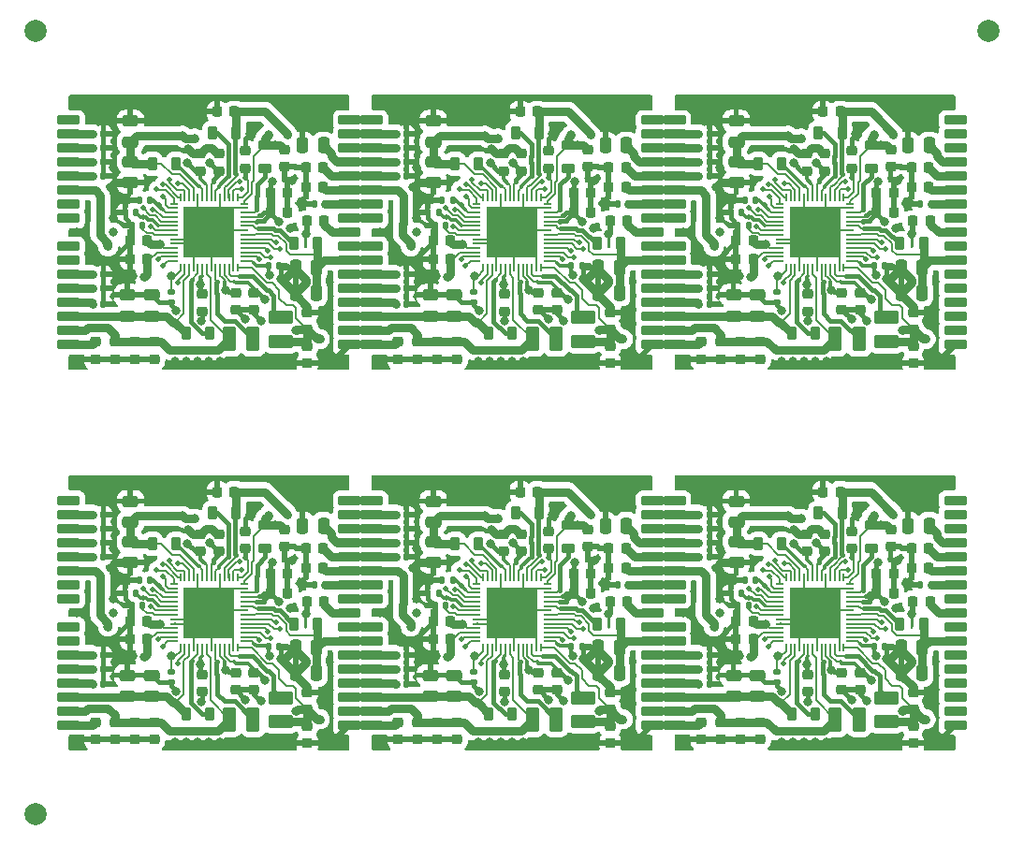
<source format=gtl>
%TF.GenerationSoftware,KiCad,Pcbnew,9.0.5*%
%TF.CreationDate,2025-10-18T13:07:23+01:00*%
%TF.ProjectId,pmic_panel,706d6963-5f70-4616-9e65-6c2e6b696361,rev?*%
%TF.SameCoordinates,Original*%
%TF.FileFunction,Copper,L1,Top*%
%TF.FilePolarity,Positive*%
%FSLAX46Y46*%
G04 Gerber Fmt 4.6, Leading zero omitted, Abs format (unit mm)*
G04 Created by KiCad (PCBNEW 9.0.5) date 2025-10-18 13:07:23*
%MOMM*%
%LPD*%
G01*
G04 APERTURE LIST*
G04 Aperture macros list*
%AMRoundRect*
0 Rectangle with rounded corners*
0 $1 Rounding radius*
0 $2 $3 $4 $5 $6 $7 $8 $9 X,Y pos of 4 corners*
0 Add a 4 corners polygon primitive as box body*
4,1,4,$2,$3,$4,$5,$6,$7,$8,$9,$2,$3,0*
0 Add four circle primitives for the rounded corners*
1,1,$1+$1,$2,$3*
1,1,$1+$1,$4,$5*
1,1,$1+$1,$6,$7*
1,1,$1+$1,$8,$9*
0 Add four rect primitives between the rounded corners*
20,1,$1+$1,$2,$3,$4,$5,0*
20,1,$1+$1,$4,$5,$6,$7,0*
20,1,$1+$1,$6,$7,$8,$9,0*
20,1,$1+$1,$8,$9,$2,$3,0*%
G04 Aperture macros list end*
%TA.AperFunction,SMDPad,CuDef*%
%ADD10RoundRect,0.225000X-0.250000X0.225000X-0.250000X-0.225000X0.250000X-0.225000X0.250000X0.225000X0*%
%TD*%
%TA.AperFunction,SMDPad,CuDef*%
%ADD11RoundRect,0.140000X-0.140000X-0.170000X0.140000X-0.170000X0.140000X0.170000X-0.140000X0.170000X0*%
%TD*%
%TA.AperFunction,SMDPad,CuDef*%
%ADD12RoundRect,0.218750X-0.218750X-0.381250X0.218750X-0.381250X0.218750X0.381250X-0.218750X0.381250X0*%
%TD*%
%TA.AperFunction,SMDPad,CuDef*%
%ADD13RoundRect,0.140000X-0.170000X0.140000X-0.170000X-0.140000X0.170000X-0.140000X0.170000X0.140000X0*%
%TD*%
%TA.AperFunction,SMDPad,CuDef*%
%ADD14RoundRect,0.250000X-0.375000X-0.850000X0.375000X-0.850000X0.375000X0.850000X-0.375000X0.850000X0*%
%TD*%
%TA.AperFunction,SMDPad,CuDef*%
%ADD15RoundRect,0.250000X0.850000X-0.375000X0.850000X0.375000X-0.850000X0.375000X-0.850000X-0.375000X0*%
%TD*%
%TA.AperFunction,SMDPad,CuDef*%
%ADD16RoundRect,0.225000X0.225000X0.250000X-0.225000X0.250000X-0.225000X-0.250000X0.225000X-0.250000X0*%
%TD*%
%TA.AperFunction,SMDPad,CuDef*%
%ADD17RoundRect,0.250000X0.250000X0.475000X-0.250000X0.475000X-0.250000X-0.475000X0.250000X-0.475000X0*%
%TD*%
%TA.AperFunction,SMDPad,CuDef*%
%ADD18RoundRect,0.218750X0.381250X-0.218750X0.381250X0.218750X-0.381250X0.218750X-0.381250X-0.218750X0*%
%TD*%
%TA.AperFunction,SMDPad,CuDef*%
%ADD19R,0.736600X0.177800*%
%TD*%
%TA.AperFunction,SMDPad,CuDef*%
%ADD20R,0.177800X0.736600*%
%TD*%
%TA.AperFunction,SMDPad,CuDef*%
%ADD21R,4.546600X4.546600*%
%TD*%
%TA.AperFunction,SMDPad,CuDef*%
%ADD22RoundRect,0.225000X0.250000X-0.225000X0.250000X0.225000X-0.250000X0.225000X-0.250000X-0.225000X0*%
%TD*%
%TA.AperFunction,SMDPad,CuDef*%
%ADD23RoundRect,0.225000X-0.225000X-0.250000X0.225000X-0.250000X0.225000X0.250000X-0.225000X0.250000X0*%
%TD*%
%TA.AperFunction,SMDPad,CuDef*%
%ADD24RoundRect,0.250000X0.475000X-0.250000X0.475000X0.250000X-0.475000X0.250000X-0.475000X-0.250000X0*%
%TD*%
%TA.AperFunction,SMDPad,CuDef*%
%ADD25RoundRect,0.140000X0.140000X0.170000X-0.140000X0.170000X-0.140000X-0.170000X0.140000X-0.170000X0*%
%TD*%
%TA.AperFunction,CastellatedPad*%
%ADD26RoundRect,0.120000X-0.880000X-0.280000X0.880000X-0.280000X0.880000X0.280000X-0.880000X0.280000X0*%
%TD*%
%TA.AperFunction,SMDPad,CuDef*%
%ADD27RoundRect,0.250000X-0.475000X0.250000X-0.475000X-0.250000X0.475000X-0.250000X0.475000X0.250000X0*%
%TD*%
%TA.AperFunction,SMDPad,CuDef*%
%ADD28RoundRect,0.218750X0.218750X0.381250X-0.218750X0.381250X-0.218750X-0.381250X0.218750X-0.381250X0*%
%TD*%
%TA.AperFunction,SMDPad,CuDef*%
%ADD29C,2.000000*%
%TD*%
%TA.AperFunction,ViaPad*%
%ADD30C,0.800000*%
%TD*%
%TA.AperFunction,ViaPad*%
%ADD31C,0.500000*%
%TD*%
%TA.AperFunction,Conductor*%
%ADD32C,0.203200*%
%TD*%
%TA.AperFunction,Conductor*%
%ADD33C,0.762000*%
%TD*%
%TA.AperFunction,Conductor*%
%ADD34C,0.406400*%
%TD*%
%TA.AperFunction,Conductor*%
%ADD35C,0.355600*%
%TD*%
%TA.AperFunction,Conductor*%
%ADD36C,0.304800*%
%TD*%
G04 APERTURE END LIST*
D10*
%TO.P,C31,1*%
%TO.N,Board_5-VOUT3*%
X170947000Y-84993000D03*
%TO.P,C31,2*%
%TO.N,Board_5-GND*%
X170947000Y-86543000D03*
%TD*%
D11*
%TO.P,C23,1*%
%TO.N,Board_5-LDO4OUT*%
X165387000Y-78910000D03*
%TO.P,C23,2*%
%TO.N,Board_5-GND*%
X166347000Y-78910000D03*
%TD*%
D12*
%TO.P,L2,1,1*%
%TO.N,Board_2-VOUT4*%
X173821500Y-49844000D03*
%TO.P,L2,2,2*%
%TO.N,Board_2-Net-(U1-VLX4)*%
X175946500Y-49844000D03*
%TD*%
D11*
%TO.P,C26,1*%
%TO.N,Board_0-LDO7OUT*%
X110587000Y-33080000D03*
%TO.P,C26,2*%
%TO.N,Board_0-GND*%
X111547000Y-33080000D03*
%TD*%
%TO.P,C24,1*%
%TO.N,Board_5-LDO5OUT*%
X165387000Y-70020000D03*
%TO.P,C24,2*%
%TO.N,Board_5-GND*%
X166347000Y-70020000D03*
%TD*%
D13*
%TO.P,C17,1*%
%TO.N,Board_4-VIN*%
X145071000Y-80462000D03*
%TO.P,C17,2*%
%TO.N,Board_4-GND*%
X145071000Y-81422000D03*
%TD*%
D11*
%TO.P,C1,1*%
%TO.N,Board_4-VOUT4*%
X153862000Y-78148000D03*
%TO.P,C1,2*%
%TO.N,Board_4-GND*%
X154822000Y-78148000D03*
%TD*%
D14*
%TO.P,L6,1,1*%
%TO.N,Board_5-VOUT3*%
X177746000Y-84752000D03*
%TO.P,L6,2,2*%
%TO.N,Board_5-Net-(U1-VLX3)*%
X179896000Y-84752000D03*
%TD*%
D15*
%TO.P,L7,1,1*%
%TO.N,Board_0-VOUT2*%
X127577000Y-50538000D03*
%TO.P,L7,2,2*%
%TO.N,Board_0-Net-(U1-VLX2)*%
X127577000Y-48388000D03*
%TD*%
D10*
%TO.P,C9,1*%
%TO.N,Board_3-VIN*%
X123513000Y-80548000D03*
%TO.P,C9,2*%
%TO.N,Board_3-GND*%
X123513000Y-82098000D03*
%TD*%
D12*
%TO.P,L1,1,1*%
%TO.N,Board_4-Net-(U1-VLX5)*%
X156200500Y-76116000D03*
%TO.P,L1,2,2*%
%TO.N,Board_4-VOUT5*%
X158325500Y-76116000D03*
%TD*%
D16*
%TO.P,C38,1*%
%TO.N,Board_2-VOUT6*%
X178199000Y-29778000D03*
%TO.P,C38,2*%
%TO.N,Board_2-GND*%
X176649000Y-29778000D03*
%TD*%
D17*
%TO.P,C7,1*%
%TO.N,Board_4-VOUT5*%
X158213000Y-78275000D03*
%TO.P,C7,2*%
%TO.N,Board_4-GND*%
X156313000Y-78275000D03*
%TD*%
D18*
%TO.P,L3,1,1*%
%TO.N,Board_5-Net-(U1-VLX1)*%
X180980000Y-69304500D03*
%TO.P,L3,2,2*%
%TO.N,Board_5-VOUT1*%
X180980000Y-67179500D03*
%TD*%
D10*
%TO.P,C34,1*%
%TO.N,Board_3-VOUT2*%
X110813000Y-84993000D03*
%TO.P,C34,2*%
%TO.N,Board_3-GND*%
X110813000Y-86543000D03*
%TD*%
D11*
%TO.P,C24,1*%
%TO.N,Board_2-LDO5OUT*%
X165387000Y-35620000D03*
%TO.P,C24,2*%
%TO.N,Board_2-GND*%
X166347000Y-35620000D03*
%TD*%
D16*
%TO.P,C21,1*%
%TO.N,Board_2-VBUS*%
X170325000Y-43113000D03*
%TO.P,C21,2*%
%TO.N,Board_2-GND*%
X168775000Y-43113000D03*
%TD*%
D10*
%TO.P,C41,1*%
%TO.N,Board_5-VOUT1*%
X182758000Y-67594000D03*
%TO.P,C41,2*%
%TO.N,Board_5-GND*%
X182758000Y-69144000D03*
%TD*%
D12*
%TO.P,L1,1,1*%
%TO.N,Board_2-Net-(U1-VLX5)*%
X183600500Y-41716000D03*
%TO.P,L1,2,2*%
%TO.N,Board_2-VOUT5*%
X185725500Y-41716000D03*
%TD*%
D19*
%TO.P,U1,1,PONKEYN*%
%TO.N,Board_4-PONKEYN*%
X145312300Y-72499675D03*
%TO.P,U1,2,LDO8OUT*%
%TO.N,Board_4-LDO8OUT*%
X145312300Y-72899725D03*
%TO.P,U1,3,LDO78IN*%
%TO.N,Board_4-VIN*%
X145312300Y-73299775D03*
%TO.P,U1,4,LDO7OUT*%
%TO.N,Board_4-LDO7OUT*%
X145312300Y-73699825D03*
%TO.P,U1,5,LDO6OUT*%
%TO.N,Board_4-LDO6OUT*%
X145312300Y-74099875D03*
%TO.P,U1,6,LDO56IN*%
%TO.N,Board_4-VIN*%
X145312300Y-74499925D03*
%TO.P,U1,7,LDO5OUT*%
%TO.N,Board_4-LDO5OUT*%
X145312300Y-74899975D03*
%TO.P,U1,8,INTLDO*%
%TO.N,Board_4-INTLDO*%
X145312300Y-75300025D03*
%TO.P,U1,9,GNDLDO*%
%TO.N,Board_4-GND*%
X145312300Y-75700075D03*
%TO.P,U1,10,AGND*%
X145312300Y-76100125D03*
%TO.P,U1,11,VIN*%
%TO.N,Board_4-VIN*%
X145312300Y-76500175D03*
%TO.P,U1,12,VBUS*%
%TO.N,Board_4-VBUS*%
X145312300Y-76900225D03*
%TO.P,U1,13,LDO4OUT*%
%TO.N,Board_4-LDO4OUT*%
X145312300Y-77300275D03*
%TO.P,U1,14,LDO1OUT*%
%TO.N,Board_4-LDO1OUT*%
X145312300Y-77700325D03*
D20*
%TO.P,U1,15,LDO12IN*%
%TO.N,Board_4-VIN*%
X145899675Y-78287700D03*
%TO.P,U1,16,LDO2OUT*%
%TO.N,Board_4-LDO2OUT*%
X146299725Y-78287700D03*
%TO.P,U1,17,VOUT4*%
%TO.N,Board_4-VOUT4*%
X146699775Y-78287700D03*
%TO.P,U1,18,PGND4*%
%TO.N,Board_4-GND*%
X147099825Y-78287700D03*
%TO.P,U1,19,VLX4*%
%TO.N,Board_4-Net-(U1-VLX4)*%
X147499875Y-78287700D03*
%TO.P,U1,20,BUCK4IN*%
%TO.N,Board_4-VIN*%
X147899925Y-78287700D03*
%TO.P,U1,21,VOUT3*%
%TO.N,Board_4-VOUT3*%
X148299975Y-78287700D03*
%TO.P,U1,22,PGND3*%
%TO.N,Board_4-GND*%
X148700025Y-78287700D03*
%TO.P,U1,23,VLX3*%
%TO.N,Board_4-Net-(U1-VLX3)*%
X149100075Y-78287700D03*
%TO.P,U1,24,BUCK3IN*%
%TO.N,Board_4-VIN*%
X149500125Y-78287700D03*
%TO.P,U1,25,BUCK2IN*%
X149900175Y-78287700D03*
%TO.P,U1,26,VLX2*%
%TO.N,Board_4-Net-(U1-VLX2)*%
X150300225Y-78287700D03*
%TO.P,U1,27,PGND2*%
%TO.N,Board_4-GND*%
X150700275Y-78287700D03*
%TO.P,U1,28,VOUT2*%
%TO.N,Board_4-VOUT2*%
X151100325Y-78287700D03*
D19*
%TO.P,U1,29,VIO*%
%TO.N,Board_4-VOUT4*%
X151687700Y-77700325D03*
%TO.P,U1,30,WAKEUPN*%
%TO.N,Board_4-WAKEUPN*%
X151687700Y-77300275D03*
%TO.P,U1,31,RSTN*%
%TO.N,Board_4-RSTN*%
X151687700Y-76900225D03*
%TO.P,U1,32,INTN*%
%TO.N,Board_4-INTN*%
X151687700Y-76500175D03*
%TO.P,U1,33,SCL*%
%TO.N,Board_4-SCL*%
X151687700Y-76100125D03*
%TO.P,U1,34,SDA*%
%TO.N,Board_4-SDA*%
X151687700Y-75700075D03*
%TO.P,U1,35,VOUT5*%
%TO.N,Board_4-VOUT5*%
X151687700Y-75300025D03*
%TO.P,U1,36,PGND5*%
%TO.N,Board_4-GND*%
X151687700Y-74899975D03*
%TO.P,U1,37,VLX5*%
%TO.N,Board_4-Net-(U1-VLX5)*%
X151687700Y-74499925D03*
%TO.P,U1,38,BUCK5IN*%
%TO.N,Board_4-VIN*%
X151687700Y-74099875D03*
%TO.P,U1,39,BUCK1IN*%
X151687700Y-73699825D03*
%TO.P,U1,40,VLX1*%
%TO.N,Board_4-Net-(U1-VLX1)*%
X151687700Y-73299775D03*
%TO.P,U1,41,PGND1*%
%TO.N,Board_4-GND*%
X151687700Y-72899725D03*
%TO.P,U1,42,VOUT1*%
%TO.N,Board_4-VOUT1*%
X151687700Y-72499675D03*
D20*
%TO.P,U1,43,LDO3IN*%
%TO.N,Board_4-LDO3IN*%
X151100325Y-71912300D03*
%TO.P,U1,44,LDO3OUT*%
%TO.N,Board_4-LDO3OUT*%
X150700275Y-71912300D03*
%TO.P,U1,45,VREFDDR*%
%TO.N,Board_4-VREFDDR*%
X150300225Y-71912300D03*
%TO.P,U1,46,VOUT6*%
%TO.N,Board_4-VOUT6*%
X149900175Y-71912300D03*
%TO.P,U1,47,PGND6*%
%TO.N,Board_4-GND*%
X149500125Y-71912300D03*
%TO.P,U1,48,VLX6*%
%TO.N,Board_4-Net-(U1-VLX6)*%
X149100075Y-71912300D03*
%TO.P,U1,49,BUCK6IN*%
%TO.N,Board_4-VIN*%
X148700025Y-71912300D03*
%TO.P,U1,50,BUCK7IN*%
X148299975Y-71912300D03*
%TO.P,U1,51,VLX7*%
%TO.N,Board_4-Net-(U1-VLX7)*%
X147899925Y-71912300D03*
%TO.P,U1,52,PGND7*%
%TO.N,Board_4-GND*%
X147499875Y-71912300D03*
%TO.P,U1,53,VOUT7*%
%TO.N,Board_4-VOUT7*%
X147099825Y-71912300D03*
%TO.P,U1,54,PWRCTRL3*%
%TO.N,Board_4-PWRCTRL3*%
X146699775Y-71912300D03*
%TO.P,U1,55,PWRCTRL2*%
%TO.N,Board_4-PWRCTRL2*%
X146299725Y-71912300D03*
%TO.P,U1,56,PWRCTRL1*%
%TO.N,Board_4-PWRCTRL1*%
X145899675Y-71912300D03*
D21*
%TO.P,U1,57,EPAD*%
%TO.N,Board_4-GND*%
X148500000Y-75100000D03*
%TD*%
D22*
%TO.P,C32,1*%
%TO.N,Board_0-VOUT2*%
X129990000Y-49476000D03*
%TO.P,C32,2*%
%TO.N,Board_0-GND*%
X129990000Y-47926000D03*
%TD*%
D23*
%TO.P,C13,1*%
%TO.N,Board_5-VIN*%
X181475000Y-71544000D03*
%TO.P,C13,2*%
%TO.N,Board_5-GND*%
X183025000Y-71544000D03*
%TD*%
D24*
%TO.P,C4,1*%
%TO.N,Board_5-VOUT4*%
X168534000Y-82654000D03*
%TO.P,C4,2*%
%TO.N,Board_5-GND*%
X168534000Y-80754000D03*
%TD*%
D16*
%TO.P,C21,1*%
%TO.N,Board_0-VBUS*%
X115525000Y-43113000D03*
%TO.P,C21,2*%
%TO.N,Board_0-GND*%
X113975000Y-43113000D03*
%TD*%
D12*
%TO.P,L2,1,1*%
%TO.N,Board_0-VOUT4*%
X119021500Y-49844000D03*
%TO.P,L2,2,2*%
%TO.N,Board_0-Net-(U1-VLX4)*%
X121146500Y-49844000D03*
%TD*%
D17*
%TO.P,C6,1*%
%TO.N,Board_1-VOUT5*%
X158213000Y-46161000D03*
%TO.P,C6,2*%
%TO.N,Board_1-GND*%
X156313000Y-46161000D03*
%TD*%
D25*
%TO.P,C16,1*%
%TO.N,Board_2-VIN*%
X169268000Y-38922000D03*
%TO.P,C16,2*%
%TO.N,Board_2-GND*%
X168308000Y-38922000D03*
%TD*%
D11*
%TO.P,C27,1*%
%TO.N,Board_2-LDO8OUT*%
X165387000Y-31810000D03*
%TO.P,C27,2*%
%TO.N,Board_2-GND*%
X166347000Y-31810000D03*
%TD*%
D10*
%TO.P,C5,1*%
%TO.N,Board_1-VOUT3*%
X139991000Y-50593000D03*
%TO.P,C5,2*%
%TO.N,Board_1-GND*%
X139991000Y-52143000D03*
%TD*%
D11*
%TO.P,C1,1*%
%TO.N,Board_2-VOUT4*%
X181262000Y-43748000D03*
%TO.P,C1,2*%
%TO.N,Board_2-GND*%
X182222000Y-43748000D03*
%TD*%
%TO.P,C18,1*%
%TO.N,Board_2-LDO1OUT*%
X165387000Y-45780000D03*
%TO.P,C18,2*%
%TO.N,Board_2-GND*%
X166347000Y-45780000D03*
%TD*%
D25*
%TO.P,C15,1*%
%TO.N,Board_4-VIN*%
X143138000Y-72179000D03*
%TO.P,C15,2*%
%TO.N,Board_4-GND*%
X142178000Y-72179000D03*
%TD*%
D26*
%TO.P,U2,1,PONKEYN*%
%TO.N,Board_3-PONKEYN*%
X108400000Y-64940000D03*
%TO.P,U2,2,LDO8OUT*%
%TO.N,Board_3-LDO8OUT*%
X108400000Y-66210000D03*
%TO.P,U2,3,LDO7OUT*%
%TO.N,Board_3-LDO7OUT*%
X108400000Y-67480000D03*
%TO.P,U2,4,LDO6OUT*%
%TO.N,Board_3-LDO6OUT*%
X108400000Y-68750000D03*
%TO.P,U2,5,LDO5OUT*%
%TO.N,Board_3-LDO5OUT*%
X108400000Y-70020000D03*
%TO.P,U2,6,VBUS*%
%TO.N,Board_3-VBUS*%
X108400000Y-71290000D03*
%TO.P,U2,7,GND*%
%TO.N,Board_3-GND*%
X108400000Y-72560000D03*
%TO.P,U2,8,VIN*%
%TO.N,Board_3-VIN*%
X108400000Y-73830000D03*
%TO.P,U2,9,VIN2*%
X108400000Y-76370000D03*
%TO.P,U2,10,GND2*%
%TO.N,Board_3-GND*%
X108400000Y-77640000D03*
%TO.P,U2,11,LDO4OUT*%
%TO.N,Board_3-LDO4OUT*%
X108400000Y-78910000D03*
%TO.P,U2,12,LDO1OUT*%
%TO.N,Board_3-LDO1OUT*%
X108400000Y-80180000D03*
%TO.P,U2,13,LDO2OUT*%
%TO.N,Board_3-LDO2OUT*%
X108400000Y-81450000D03*
%TO.P,U2,14,VOUT4*%
%TO.N,Board_3-VOUT4*%
X108400000Y-82720000D03*
%TO.P,U2,15,VOUT3*%
%TO.N,Board_3-VOUT3*%
X108400000Y-83990000D03*
%TO.P,U2,16,VOUT2*%
%TO.N,Board_3-VOUT2*%
X108400000Y-85260000D03*
%TO.P,U2,17,GND3*%
%TO.N,Board_3-GND*%
X133800000Y-85260000D03*
%TO.P,U2,18,WAKEUPN*%
%TO.N,Board_3-WAKEUPN*%
X133800000Y-83990000D03*
%TO.P,U2,19,RSTN*%
%TO.N,Board_3-RSTN*%
X133800000Y-82720000D03*
%TO.P,U2,20,INTN*%
%TO.N,Board_3-INTN*%
X133800000Y-81450000D03*
%TO.P,U2,21,SCL*%
%TO.N,Board_3-SCL*%
X133800000Y-80180000D03*
%TO.P,U2,22,SDA*%
%TO.N,Board_3-SDA*%
X133800000Y-78910000D03*
%TO.P,U2,23,VOUT5*%
%TO.N,Board_3-VOUT5*%
X133800000Y-77640000D03*
%TO.P,U2,24,GND4*%
%TO.N,Board_3-GND*%
X133800000Y-76370000D03*
%TO.P,U2,25,LDO3OUT*%
%TO.N,Board_3-LDO3OUT*%
X133800000Y-75100000D03*
%TO.P,U2,26,LDO3IN*%
%TO.N,Board_3-LDO3IN*%
X133800000Y-73830000D03*
%TO.P,U2,27,VREFDDR*%
%TO.N,Board_3-VREFDDR*%
X133800000Y-72560000D03*
%TO.P,U2,28,VOUT1*%
%TO.N,Board_3-VOUT1*%
X133800000Y-71290000D03*
%TO.P,U2,29,VOUT6*%
%TO.N,Board_3-VOUT6*%
X133800000Y-70020000D03*
%TO.P,U2,30,VOUT7*%
%TO.N,Board_3-VOUT7*%
X133800000Y-68750000D03*
%TO.P,U2,31,PWRCTRL3*%
%TO.N,Board_3-PWRCTRL3*%
X133800000Y-67480000D03*
%TO.P,U2,32,PWRCTRL2*%
%TO.N,Board_3-PWRCTRL2*%
X133800000Y-66210000D03*
%TO.P,U2,33,PWRCTRL1*%
%TO.N,Board_3-PWRCTRL1*%
X133800000Y-64940000D03*
%TD*%
D25*
%TO.P,C16,1*%
%TO.N,Board_1-VIN*%
X141868000Y-38922000D03*
%TO.P,C16,2*%
%TO.N,Board_1-GND*%
X140908000Y-38922000D03*
%TD*%
D11*
%TO.P,C18,1*%
%TO.N,Board_3-LDO1OUT*%
X110587000Y-80180000D03*
%TO.P,C18,2*%
%TO.N,Board_3-GND*%
X111547000Y-80180000D03*
%TD*%
%TO.P,C24,1*%
%TO.N,Board_1-LDO5OUT*%
X137987000Y-35620000D03*
%TO.P,C24,2*%
%TO.N,Board_1-GND*%
X138947000Y-35620000D03*
%TD*%
D22*
%TO.P,C19,1*%
%TO.N,Board_1-LDO3IN*%
X151802000Y-34871000D03*
%TO.P,C19,2*%
%TO.N,Board_1-GND*%
X151802000Y-33321000D03*
%TD*%
D25*
%TO.P,C2,1*%
%TO.N,Board_5-VREFDDR*%
X186413000Y-72560000D03*
%TO.P,C2,2*%
%TO.N,Board_5-GND*%
X185453000Y-72560000D03*
%TD*%
D16*
%TO.P,C38,1*%
%TO.N,Board_1-VOUT6*%
X150799000Y-29778000D03*
%TO.P,C38,2*%
%TO.N,Board_1-GND*%
X149249000Y-29778000D03*
%TD*%
D10*
%TO.P,C9,1*%
%TO.N,Board_2-VIN*%
X178313000Y-46148000D03*
%TO.P,C9,2*%
%TO.N,Board_2-GND*%
X178313000Y-47698000D03*
%TD*%
%TO.P,C9,1*%
%TO.N,Board_4-VIN*%
X150913000Y-80548000D03*
%TO.P,C9,2*%
%TO.N,Board_4-GND*%
X150913000Y-82098000D03*
%TD*%
%TO.P,C34,1*%
%TO.N,Board_2-VOUT2*%
X165613000Y-50593000D03*
%TO.P,C34,2*%
%TO.N,Board_2-GND*%
X165613000Y-52143000D03*
%TD*%
D24*
%TO.P,C3,1*%
%TO.N,Board_3-VOUT4*%
X115893000Y-82654000D03*
%TO.P,C3,2*%
%TO.N,Board_3-GND*%
X115893000Y-80754000D03*
%TD*%
D12*
%TO.P,L4,1,1*%
%TO.N,Board_4-Net-(U1-VLX6)*%
X148834500Y-66083000D03*
%TO.P,L4,2,2*%
%TO.N,Board_4-VOUT6*%
X150959500Y-66083000D03*
%TD*%
D22*
%TO.P,C11,1*%
%TO.N,Board_2-VIN*%
X176789000Y-35125000D03*
%TO.P,C11,2*%
%TO.N,Board_2-GND*%
X176789000Y-33575000D03*
%TD*%
D12*
%TO.P,L1,1,1*%
%TO.N,Board_5-Net-(U1-VLX5)*%
X183600500Y-76116000D03*
%TO.P,L1,2,2*%
%TO.N,Board_5-VOUT5*%
X185725500Y-76116000D03*
%TD*%
D26*
%TO.P,U2,1,PONKEYN*%
%TO.N,Board_4-PONKEYN*%
X135800000Y-64940000D03*
%TO.P,U2,2,LDO8OUT*%
%TO.N,Board_4-LDO8OUT*%
X135800000Y-66210000D03*
%TO.P,U2,3,LDO7OUT*%
%TO.N,Board_4-LDO7OUT*%
X135800000Y-67480000D03*
%TO.P,U2,4,LDO6OUT*%
%TO.N,Board_4-LDO6OUT*%
X135800000Y-68750000D03*
%TO.P,U2,5,LDO5OUT*%
%TO.N,Board_4-LDO5OUT*%
X135800000Y-70020000D03*
%TO.P,U2,6,VBUS*%
%TO.N,Board_4-VBUS*%
X135800000Y-71290000D03*
%TO.P,U2,7,GND*%
%TO.N,Board_4-GND*%
X135800000Y-72560000D03*
%TO.P,U2,8,VIN*%
%TO.N,Board_4-VIN*%
X135800000Y-73830000D03*
%TO.P,U2,9,VIN2*%
X135800000Y-76370000D03*
%TO.P,U2,10,GND2*%
%TO.N,Board_4-GND*%
X135800000Y-77640000D03*
%TO.P,U2,11,LDO4OUT*%
%TO.N,Board_4-LDO4OUT*%
X135800000Y-78910000D03*
%TO.P,U2,12,LDO1OUT*%
%TO.N,Board_4-LDO1OUT*%
X135800000Y-80180000D03*
%TO.P,U2,13,LDO2OUT*%
%TO.N,Board_4-LDO2OUT*%
X135800000Y-81450000D03*
%TO.P,U2,14,VOUT4*%
%TO.N,Board_4-VOUT4*%
X135800000Y-82720000D03*
%TO.P,U2,15,VOUT3*%
%TO.N,Board_4-VOUT3*%
X135800000Y-83990000D03*
%TO.P,U2,16,VOUT2*%
%TO.N,Board_4-VOUT2*%
X135800000Y-85260000D03*
%TO.P,U2,17,GND3*%
%TO.N,Board_4-GND*%
X161200000Y-85260000D03*
%TO.P,U2,18,WAKEUPN*%
%TO.N,Board_4-WAKEUPN*%
X161200000Y-83990000D03*
%TO.P,U2,19,RSTN*%
%TO.N,Board_4-RSTN*%
X161200000Y-82720000D03*
%TO.P,U2,20,INTN*%
%TO.N,Board_4-INTN*%
X161200000Y-81450000D03*
%TO.P,U2,21,SCL*%
%TO.N,Board_4-SCL*%
X161200000Y-80180000D03*
%TO.P,U2,22,SDA*%
%TO.N,Board_4-SDA*%
X161200000Y-78910000D03*
%TO.P,U2,23,VOUT5*%
%TO.N,Board_4-VOUT5*%
X161200000Y-77640000D03*
%TO.P,U2,24,GND4*%
%TO.N,Board_4-GND*%
X161200000Y-76370000D03*
%TO.P,U2,25,LDO3OUT*%
%TO.N,Board_4-LDO3OUT*%
X161200000Y-75100000D03*
%TO.P,U2,26,LDO3IN*%
%TO.N,Board_4-LDO3IN*%
X161200000Y-73830000D03*
%TO.P,U2,27,VREFDDR*%
%TO.N,Board_4-VREFDDR*%
X161200000Y-72560000D03*
%TO.P,U2,28,VOUT1*%
%TO.N,Board_4-VOUT1*%
X161200000Y-71290000D03*
%TO.P,U2,29,VOUT6*%
%TO.N,Board_4-VOUT6*%
X161200000Y-70020000D03*
%TO.P,U2,30,VOUT7*%
%TO.N,Board_4-VOUT7*%
X161200000Y-68750000D03*
%TO.P,U2,31,PWRCTRL3*%
%TO.N,Board_4-PWRCTRL3*%
X161200000Y-67480000D03*
%TO.P,U2,32,PWRCTRL2*%
%TO.N,Board_4-PWRCTRL2*%
X161200000Y-66210000D03*
%TO.P,U2,33,PWRCTRL1*%
%TO.N,Board_4-PWRCTRL1*%
X161200000Y-64940000D03*
%TD*%
D11*
%TO.P,C18,1*%
%TO.N,Board_5-LDO1OUT*%
X165387000Y-80180000D03*
%TO.P,C18,2*%
%TO.N,Board_5-GND*%
X166347000Y-80180000D03*
%TD*%
D16*
%TO.P,C28,1*%
%TO.N,Board_0-LDO3OUT*%
X131527000Y-39684000D03*
%TO.P,C28,2*%
%TO.N,Board_0-GND*%
X129977000Y-39684000D03*
%TD*%
D24*
%TO.P,C3,1*%
%TO.N,Board_5-VOUT4*%
X170693000Y-82654000D03*
%TO.P,C3,2*%
%TO.N,Board_5-GND*%
X170693000Y-80754000D03*
%TD*%
D16*
%TO.P,C28,1*%
%TO.N,Board_1-LDO3OUT*%
X158927000Y-39684000D03*
%TO.P,C28,2*%
%TO.N,Board_1-GND*%
X157377000Y-39684000D03*
%TD*%
D25*
%TO.P,C15,1*%
%TO.N,Board_3-VIN*%
X115738000Y-72179000D03*
%TO.P,C15,2*%
%TO.N,Board_3-GND*%
X114778000Y-72179000D03*
%TD*%
D22*
%TO.P,C19,1*%
%TO.N,Board_3-LDO3IN*%
X124402000Y-69271000D03*
%TO.P,C19,2*%
%TO.N,Board_3-GND*%
X124402000Y-67721000D03*
%TD*%
D16*
%TO.P,C39,1*%
%TO.N,Board_2-VOUT6*%
X186200000Y-34858000D03*
%TO.P,C39,2*%
%TO.N,Board_2-GND*%
X184650000Y-34858000D03*
%TD*%
D11*
%TO.P,C26,1*%
%TO.N,Board_5-LDO7OUT*%
X165387000Y-67480000D03*
%TO.P,C26,2*%
%TO.N,Board_5-GND*%
X166347000Y-67480000D03*
%TD*%
D17*
%TO.P,C7,1*%
%TO.N,Board_0-VOUT5*%
X130813000Y-43875000D03*
%TO.P,C7,2*%
%TO.N,Board_0-GND*%
X128913000Y-43875000D03*
%TD*%
D10*
%TO.P,C34,1*%
%TO.N,Board_0-VOUT2*%
X110813000Y-50593000D03*
%TO.P,C34,2*%
%TO.N,Board_0-GND*%
X110813000Y-52143000D03*
%TD*%
D19*
%TO.P,U1,1,PONKEYN*%
%TO.N,Board_3-PONKEYN*%
X117912300Y-72499675D03*
%TO.P,U1,2,LDO8OUT*%
%TO.N,Board_3-LDO8OUT*%
X117912300Y-72899725D03*
%TO.P,U1,3,LDO78IN*%
%TO.N,Board_3-VIN*%
X117912300Y-73299775D03*
%TO.P,U1,4,LDO7OUT*%
%TO.N,Board_3-LDO7OUT*%
X117912300Y-73699825D03*
%TO.P,U1,5,LDO6OUT*%
%TO.N,Board_3-LDO6OUT*%
X117912300Y-74099875D03*
%TO.P,U1,6,LDO56IN*%
%TO.N,Board_3-VIN*%
X117912300Y-74499925D03*
%TO.P,U1,7,LDO5OUT*%
%TO.N,Board_3-LDO5OUT*%
X117912300Y-74899975D03*
%TO.P,U1,8,INTLDO*%
%TO.N,Board_3-INTLDO*%
X117912300Y-75300025D03*
%TO.P,U1,9,GNDLDO*%
%TO.N,Board_3-GND*%
X117912300Y-75700075D03*
%TO.P,U1,10,AGND*%
X117912300Y-76100125D03*
%TO.P,U1,11,VIN*%
%TO.N,Board_3-VIN*%
X117912300Y-76500175D03*
%TO.P,U1,12,VBUS*%
%TO.N,Board_3-VBUS*%
X117912300Y-76900225D03*
%TO.P,U1,13,LDO4OUT*%
%TO.N,Board_3-LDO4OUT*%
X117912300Y-77300275D03*
%TO.P,U1,14,LDO1OUT*%
%TO.N,Board_3-LDO1OUT*%
X117912300Y-77700325D03*
D20*
%TO.P,U1,15,LDO12IN*%
%TO.N,Board_3-VIN*%
X118499675Y-78287700D03*
%TO.P,U1,16,LDO2OUT*%
%TO.N,Board_3-LDO2OUT*%
X118899725Y-78287700D03*
%TO.P,U1,17,VOUT4*%
%TO.N,Board_3-VOUT4*%
X119299775Y-78287700D03*
%TO.P,U1,18,PGND4*%
%TO.N,Board_3-GND*%
X119699825Y-78287700D03*
%TO.P,U1,19,VLX4*%
%TO.N,Board_3-Net-(U1-VLX4)*%
X120099875Y-78287700D03*
%TO.P,U1,20,BUCK4IN*%
%TO.N,Board_3-VIN*%
X120499925Y-78287700D03*
%TO.P,U1,21,VOUT3*%
%TO.N,Board_3-VOUT3*%
X120899975Y-78287700D03*
%TO.P,U1,22,PGND3*%
%TO.N,Board_3-GND*%
X121300025Y-78287700D03*
%TO.P,U1,23,VLX3*%
%TO.N,Board_3-Net-(U1-VLX3)*%
X121700075Y-78287700D03*
%TO.P,U1,24,BUCK3IN*%
%TO.N,Board_3-VIN*%
X122100125Y-78287700D03*
%TO.P,U1,25,BUCK2IN*%
X122500175Y-78287700D03*
%TO.P,U1,26,VLX2*%
%TO.N,Board_3-Net-(U1-VLX2)*%
X122900225Y-78287700D03*
%TO.P,U1,27,PGND2*%
%TO.N,Board_3-GND*%
X123300275Y-78287700D03*
%TO.P,U1,28,VOUT2*%
%TO.N,Board_3-VOUT2*%
X123700325Y-78287700D03*
D19*
%TO.P,U1,29,VIO*%
%TO.N,Board_3-VOUT4*%
X124287700Y-77700325D03*
%TO.P,U1,30,WAKEUPN*%
%TO.N,Board_3-WAKEUPN*%
X124287700Y-77300275D03*
%TO.P,U1,31,RSTN*%
%TO.N,Board_3-RSTN*%
X124287700Y-76900225D03*
%TO.P,U1,32,INTN*%
%TO.N,Board_3-INTN*%
X124287700Y-76500175D03*
%TO.P,U1,33,SCL*%
%TO.N,Board_3-SCL*%
X124287700Y-76100125D03*
%TO.P,U1,34,SDA*%
%TO.N,Board_3-SDA*%
X124287700Y-75700075D03*
%TO.P,U1,35,VOUT5*%
%TO.N,Board_3-VOUT5*%
X124287700Y-75300025D03*
%TO.P,U1,36,PGND5*%
%TO.N,Board_3-GND*%
X124287700Y-74899975D03*
%TO.P,U1,37,VLX5*%
%TO.N,Board_3-Net-(U1-VLX5)*%
X124287700Y-74499925D03*
%TO.P,U1,38,BUCK5IN*%
%TO.N,Board_3-VIN*%
X124287700Y-74099875D03*
%TO.P,U1,39,BUCK1IN*%
X124287700Y-73699825D03*
%TO.P,U1,40,VLX1*%
%TO.N,Board_3-Net-(U1-VLX1)*%
X124287700Y-73299775D03*
%TO.P,U1,41,PGND1*%
%TO.N,Board_3-GND*%
X124287700Y-72899725D03*
%TO.P,U1,42,VOUT1*%
%TO.N,Board_3-VOUT1*%
X124287700Y-72499675D03*
D20*
%TO.P,U1,43,LDO3IN*%
%TO.N,Board_3-LDO3IN*%
X123700325Y-71912300D03*
%TO.P,U1,44,LDO3OUT*%
%TO.N,Board_3-LDO3OUT*%
X123300275Y-71912300D03*
%TO.P,U1,45,VREFDDR*%
%TO.N,Board_3-VREFDDR*%
X122900225Y-71912300D03*
%TO.P,U1,46,VOUT6*%
%TO.N,Board_3-VOUT6*%
X122500175Y-71912300D03*
%TO.P,U1,47,PGND6*%
%TO.N,Board_3-GND*%
X122100125Y-71912300D03*
%TO.P,U1,48,VLX6*%
%TO.N,Board_3-Net-(U1-VLX6)*%
X121700075Y-71912300D03*
%TO.P,U1,49,BUCK6IN*%
%TO.N,Board_3-VIN*%
X121300025Y-71912300D03*
%TO.P,U1,50,BUCK7IN*%
X120899975Y-71912300D03*
%TO.P,U1,51,VLX7*%
%TO.N,Board_3-Net-(U1-VLX7)*%
X120499925Y-71912300D03*
%TO.P,U1,52,PGND7*%
%TO.N,Board_3-GND*%
X120099875Y-71912300D03*
%TO.P,U1,53,VOUT7*%
%TO.N,Board_3-VOUT7*%
X119699825Y-71912300D03*
%TO.P,U1,54,PWRCTRL3*%
%TO.N,Board_3-PWRCTRL3*%
X119299775Y-71912300D03*
%TO.P,U1,55,PWRCTRL2*%
%TO.N,Board_3-PWRCTRL2*%
X118899725Y-71912300D03*
%TO.P,U1,56,PWRCTRL1*%
%TO.N,Board_3-PWRCTRL1*%
X118499675Y-71912300D03*
D21*
%TO.P,U1,57,EPAD*%
%TO.N,Board_3-GND*%
X121100000Y-75100000D03*
%TD*%
D16*
%TO.P,C21,1*%
%TO.N,Board_1-VBUS*%
X142925000Y-43113000D03*
%TO.P,C21,2*%
%TO.N,Board_1-GND*%
X141375000Y-43113000D03*
%TD*%
D19*
%TO.P,U1,1,PONKEYN*%
%TO.N,Board_1-PONKEYN*%
X145312300Y-38099675D03*
%TO.P,U1,2,LDO8OUT*%
%TO.N,Board_1-LDO8OUT*%
X145312300Y-38499725D03*
%TO.P,U1,3,LDO78IN*%
%TO.N,Board_1-VIN*%
X145312300Y-38899775D03*
%TO.P,U1,4,LDO7OUT*%
%TO.N,Board_1-LDO7OUT*%
X145312300Y-39299825D03*
%TO.P,U1,5,LDO6OUT*%
%TO.N,Board_1-LDO6OUT*%
X145312300Y-39699875D03*
%TO.P,U1,6,LDO56IN*%
%TO.N,Board_1-VIN*%
X145312300Y-40099925D03*
%TO.P,U1,7,LDO5OUT*%
%TO.N,Board_1-LDO5OUT*%
X145312300Y-40499975D03*
%TO.P,U1,8,INTLDO*%
%TO.N,Board_1-INTLDO*%
X145312300Y-40900025D03*
%TO.P,U1,9,GNDLDO*%
%TO.N,Board_1-GND*%
X145312300Y-41300075D03*
%TO.P,U1,10,AGND*%
X145312300Y-41700125D03*
%TO.P,U1,11,VIN*%
%TO.N,Board_1-VIN*%
X145312300Y-42100175D03*
%TO.P,U1,12,VBUS*%
%TO.N,Board_1-VBUS*%
X145312300Y-42500225D03*
%TO.P,U1,13,LDO4OUT*%
%TO.N,Board_1-LDO4OUT*%
X145312300Y-42900275D03*
%TO.P,U1,14,LDO1OUT*%
%TO.N,Board_1-LDO1OUT*%
X145312300Y-43300325D03*
D20*
%TO.P,U1,15,LDO12IN*%
%TO.N,Board_1-VIN*%
X145899675Y-43887700D03*
%TO.P,U1,16,LDO2OUT*%
%TO.N,Board_1-LDO2OUT*%
X146299725Y-43887700D03*
%TO.P,U1,17,VOUT4*%
%TO.N,Board_1-VOUT4*%
X146699775Y-43887700D03*
%TO.P,U1,18,PGND4*%
%TO.N,Board_1-GND*%
X147099825Y-43887700D03*
%TO.P,U1,19,VLX4*%
%TO.N,Board_1-Net-(U1-VLX4)*%
X147499875Y-43887700D03*
%TO.P,U1,20,BUCK4IN*%
%TO.N,Board_1-VIN*%
X147899925Y-43887700D03*
%TO.P,U1,21,VOUT3*%
%TO.N,Board_1-VOUT3*%
X148299975Y-43887700D03*
%TO.P,U1,22,PGND3*%
%TO.N,Board_1-GND*%
X148700025Y-43887700D03*
%TO.P,U1,23,VLX3*%
%TO.N,Board_1-Net-(U1-VLX3)*%
X149100075Y-43887700D03*
%TO.P,U1,24,BUCK3IN*%
%TO.N,Board_1-VIN*%
X149500125Y-43887700D03*
%TO.P,U1,25,BUCK2IN*%
X149900175Y-43887700D03*
%TO.P,U1,26,VLX2*%
%TO.N,Board_1-Net-(U1-VLX2)*%
X150300225Y-43887700D03*
%TO.P,U1,27,PGND2*%
%TO.N,Board_1-GND*%
X150700275Y-43887700D03*
%TO.P,U1,28,VOUT2*%
%TO.N,Board_1-VOUT2*%
X151100325Y-43887700D03*
D19*
%TO.P,U1,29,VIO*%
%TO.N,Board_1-VOUT4*%
X151687700Y-43300325D03*
%TO.P,U1,30,WAKEUPN*%
%TO.N,Board_1-WAKEUPN*%
X151687700Y-42900275D03*
%TO.P,U1,31,RSTN*%
%TO.N,Board_1-RSTN*%
X151687700Y-42500225D03*
%TO.P,U1,32,INTN*%
%TO.N,Board_1-INTN*%
X151687700Y-42100175D03*
%TO.P,U1,33,SCL*%
%TO.N,Board_1-SCL*%
X151687700Y-41700125D03*
%TO.P,U1,34,SDA*%
%TO.N,Board_1-SDA*%
X151687700Y-41300075D03*
%TO.P,U1,35,VOUT5*%
%TO.N,Board_1-VOUT5*%
X151687700Y-40900025D03*
%TO.P,U1,36,PGND5*%
%TO.N,Board_1-GND*%
X151687700Y-40499975D03*
%TO.P,U1,37,VLX5*%
%TO.N,Board_1-Net-(U1-VLX5)*%
X151687700Y-40099925D03*
%TO.P,U1,38,BUCK5IN*%
%TO.N,Board_1-VIN*%
X151687700Y-39699875D03*
%TO.P,U1,39,BUCK1IN*%
X151687700Y-39299825D03*
%TO.P,U1,40,VLX1*%
%TO.N,Board_1-Net-(U1-VLX1)*%
X151687700Y-38899775D03*
%TO.P,U1,41,PGND1*%
%TO.N,Board_1-GND*%
X151687700Y-38499725D03*
%TO.P,U1,42,VOUT1*%
%TO.N,Board_1-VOUT1*%
X151687700Y-38099675D03*
D20*
%TO.P,U1,43,LDO3IN*%
%TO.N,Board_1-LDO3IN*%
X151100325Y-37512300D03*
%TO.P,U1,44,LDO3OUT*%
%TO.N,Board_1-LDO3OUT*%
X150700275Y-37512300D03*
%TO.P,U1,45,VREFDDR*%
%TO.N,Board_1-VREFDDR*%
X150300225Y-37512300D03*
%TO.P,U1,46,VOUT6*%
%TO.N,Board_1-VOUT6*%
X149900175Y-37512300D03*
%TO.P,U1,47,PGND6*%
%TO.N,Board_1-GND*%
X149500125Y-37512300D03*
%TO.P,U1,48,VLX6*%
%TO.N,Board_1-Net-(U1-VLX6)*%
X149100075Y-37512300D03*
%TO.P,U1,49,BUCK6IN*%
%TO.N,Board_1-VIN*%
X148700025Y-37512300D03*
%TO.P,U1,50,BUCK7IN*%
X148299975Y-37512300D03*
%TO.P,U1,51,VLX7*%
%TO.N,Board_1-Net-(U1-VLX7)*%
X147899925Y-37512300D03*
%TO.P,U1,52,PGND7*%
%TO.N,Board_1-GND*%
X147499875Y-37512300D03*
%TO.P,U1,53,VOUT7*%
%TO.N,Board_1-VOUT7*%
X147099825Y-37512300D03*
%TO.P,U1,54,PWRCTRL3*%
%TO.N,Board_1-PWRCTRL3*%
X146699775Y-37512300D03*
%TO.P,U1,55,PWRCTRL2*%
%TO.N,Board_1-PWRCTRL2*%
X146299725Y-37512300D03*
%TO.P,U1,56,PWRCTRL1*%
%TO.N,Board_1-PWRCTRL1*%
X145899675Y-37512300D03*
D21*
%TO.P,U1,57,EPAD*%
%TO.N,Board_1-GND*%
X148500000Y-40700000D03*
%TD*%
D27*
%TO.P,C37,1*%
%TO.N,Board_0-VOUT7*%
X113988000Y-34289000D03*
%TO.P,C37,2*%
%TO.N,Board_0-GND*%
X113988000Y-36189000D03*
%TD*%
D11*
%TO.P,C25,1*%
%TO.N,Board_4-LDO6OUT*%
X137987000Y-68750000D03*
%TO.P,C25,2*%
%TO.N,Board_4-GND*%
X138947000Y-68750000D03*
%TD*%
D10*
%TO.P,C10,1*%
%TO.N,Board_1-VIN*%
X152564000Y-46148000D03*
%TO.P,C10,2*%
%TO.N,Board_1-GND*%
X152564000Y-47698000D03*
%TD*%
D17*
%TO.P,C7,1*%
%TO.N,Board_2-VOUT5*%
X185613000Y-43875000D03*
%TO.P,C7,2*%
%TO.N,Board_2-GND*%
X183713000Y-43875000D03*
%TD*%
D16*
%TO.P,C40,1*%
%TO.N,Board_2-VOUT1*%
X186200000Y-36636000D03*
%TO.P,C40,2*%
%TO.N,Board_2-GND*%
X184650000Y-36636000D03*
%TD*%
D22*
%TO.P,C11,1*%
%TO.N,Board_4-VIN*%
X149389000Y-69525000D03*
%TO.P,C11,2*%
%TO.N,Board_4-GND*%
X149389000Y-67975000D03*
%TD*%
D10*
%TO.P,C5,1*%
%TO.N,Board_3-VOUT3*%
X112591000Y-84993000D03*
%TO.P,C5,2*%
%TO.N,Board_3-GND*%
X112591000Y-86543000D03*
%TD*%
D23*
%TO.P,C13,1*%
%TO.N,Board_3-VIN*%
X126675000Y-71544000D03*
%TO.P,C13,2*%
%TO.N,Board_3-GND*%
X128225000Y-71544000D03*
%TD*%
D10*
%TO.P,C5,1*%
%TO.N,Board_4-VOUT3*%
X139991000Y-84993000D03*
%TO.P,C5,2*%
%TO.N,Board_4-GND*%
X139991000Y-86543000D03*
%TD*%
D16*
%TO.P,C20,1*%
%TO.N,Board_0-VIN*%
X115525000Y-41462000D03*
%TO.P,C20,2*%
%TO.N,Board_0-GND*%
X113975000Y-41462000D03*
%TD*%
D15*
%TO.P,L7,1,1*%
%TO.N,Board_5-VOUT2*%
X182377000Y-84938000D03*
%TO.P,L7,2,2*%
%TO.N,Board_5-Net-(U1-VLX2)*%
X182377000Y-82788000D03*
%TD*%
D23*
%TO.P,C14,1*%
%TO.N,Board_4-VIN*%
X154075000Y-73322000D03*
%TO.P,C14,2*%
%TO.N,Board_4-GND*%
X155625000Y-73322000D03*
%TD*%
D18*
%TO.P,L3,1,1*%
%TO.N,Board_0-Net-(U1-VLX1)*%
X126180000Y-34904500D03*
%TO.P,L3,2,2*%
%TO.N,Board_0-VOUT1*%
X126180000Y-32779500D03*
%TD*%
D22*
%TO.P,C12,1*%
%TO.N,Board_4-VIN*%
X147738000Y-69525000D03*
%TO.P,C12,2*%
%TO.N,Board_4-GND*%
X147738000Y-67975000D03*
%TD*%
D16*
%TO.P,C38,1*%
%TO.N,Board_3-VOUT6*%
X123399000Y-64178000D03*
%TO.P,C38,2*%
%TO.N,Board_3-GND*%
X121849000Y-64178000D03*
%TD*%
D11*
%TO.P,C1,1*%
%TO.N,Board_0-VOUT4*%
X126462000Y-43748000D03*
%TO.P,C1,2*%
%TO.N,Board_0-GND*%
X127422000Y-43748000D03*
%TD*%
D25*
%TO.P,C16,1*%
%TO.N,Board_3-VIN*%
X114468000Y-73322000D03*
%TO.P,C16,2*%
%TO.N,Board_3-GND*%
X113508000Y-73322000D03*
%TD*%
D28*
%TO.P,L5,1,1*%
%TO.N,Board_0-Net-(U1-VLX7)*%
X118098500Y-34477000D03*
%TO.P,L5,2,2*%
%TO.N,Board_0-VOUT7*%
X115973500Y-34477000D03*
%TD*%
D22*
%TO.P,C12,1*%
%TO.N,Board_3-VIN*%
X120338000Y-69525000D03*
%TO.P,C12,2*%
%TO.N,Board_3-GND*%
X120338000Y-67975000D03*
%TD*%
D23*
%TO.P,C13,1*%
%TO.N,Board_4-VIN*%
X154075000Y-71544000D03*
%TO.P,C13,2*%
%TO.N,Board_4-GND*%
X155625000Y-71544000D03*
%TD*%
D16*
%TO.P,C28,1*%
%TO.N,Board_3-LDO3OUT*%
X131527000Y-74084000D03*
%TO.P,C28,2*%
%TO.N,Board_3-GND*%
X129977000Y-74084000D03*
%TD*%
D22*
%TO.P,C19,1*%
%TO.N,Board_5-LDO3IN*%
X179202000Y-69271000D03*
%TO.P,C19,2*%
%TO.N,Board_5-GND*%
X179202000Y-67721000D03*
%TD*%
D11*
%TO.P,C25,1*%
%TO.N,Board_2-LDO6OUT*%
X165387000Y-34350000D03*
%TO.P,C25,2*%
%TO.N,Board_2-GND*%
X166347000Y-34350000D03*
%TD*%
D10*
%TO.P,C8,1*%
%TO.N,Board_3-VIN*%
X120465000Y-80675000D03*
%TO.P,C8,2*%
%TO.N,Board_3-GND*%
X120465000Y-82225000D03*
%TD*%
%TO.P,C8,1*%
%TO.N,Board_2-VIN*%
X175265000Y-46275000D03*
%TO.P,C8,2*%
%TO.N,Board_2-GND*%
X175265000Y-47825000D03*
%TD*%
D22*
%TO.P,C19,1*%
%TO.N,Board_2-LDO3IN*%
X179202000Y-34871000D03*
%TO.P,C19,2*%
%TO.N,Board_2-GND*%
X179202000Y-33321000D03*
%TD*%
D10*
%TO.P,C5,1*%
%TO.N,Board_2-VOUT3*%
X167391000Y-50593000D03*
%TO.P,C5,2*%
%TO.N,Board_2-GND*%
X167391000Y-52143000D03*
%TD*%
D25*
%TO.P,C16,1*%
%TO.N,Board_5-VIN*%
X169268000Y-73322000D03*
%TO.P,C16,2*%
%TO.N,Board_5-GND*%
X168308000Y-73322000D03*
%TD*%
D15*
%TO.P,L7,1,1*%
%TO.N,Board_3-VOUT2*%
X127577000Y-84938000D03*
%TO.P,L7,2,2*%
%TO.N,Board_3-Net-(U1-VLX2)*%
X127577000Y-82788000D03*
%TD*%
D19*
%TO.P,U1,1,PONKEYN*%
%TO.N,Board_2-PONKEYN*%
X172712300Y-38099675D03*
%TO.P,U1,2,LDO8OUT*%
%TO.N,Board_2-LDO8OUT*%
X172712300Y-38499725D03*
%TO.P,U1,3,LDO78IN*%
%TO.N,Board_2-VIN*%
X172712300Y-38899775D03*
%TO.P,U1,4,LDO7OUT*%
%TO.N,Board_2-LDO7OUT*%
X172712300Y-39299825D03*
%TO.P,U1,5,LDO6OUT*%
%TO.N,Board_2-LDO6OUT*%
X172712300Y-39699875D03*
%TO.P,U1,6,LDO56IN*%
%TO.N,Board_2-VIN*%
X172712300Y-40099925D03*
%TO.P,U1,7,LDO5OUT*%
%TO.N,Board_2-LDO5OUT*%
X172712300Y-40499975D03*
%TO.P,U1,8,INTLDO*%
%TO.N,Board_2-INTLDO*%
X172712300Y-40900025D03*
%TO.P,U1,9,GNDLDO*%
%TO.N,Board_2-GND*%
X172712300Y-41300075D03*
%TO.P,U1,10,AGND*%
X172712300Y-41700125D03*
%TO.P,U1,11,VIN*%
%TO.N,Board_2-VIN*%
X172712300Y-42100175D03*
%TO.P,U1,12,VBUS*%
%TO.N,Board_2-VBUS*%
X172712300Y-42500225D03*
%TO.P,U1,13,LDO4OUT*%
%TO.N,Board_2-LDO4OUT*%
X172712300Y-42900275D03*
%TO.P,U1,14,LDO1OUT*%
%TO.N,Board_2-LDO1OUT*%
X172712300Y-43300325D03*
D20*
%TO.P,U1,15,LDO12IN*%
%TO.N,Board_2-VIN*%
X173299675Y-43887700D03*
%TO.P,U1,16,LDO2OUT*%
%TO.N,Board_2-LDO2OUT*%
X173699725Y-43887700D03*
%TO.P,U1,17,VOUT4*%
%TO.N,Board_2-VOUT4*%
X174099775Y-43887700D03*
%TO.P,U1,18,PGND4*%
%TO.N,Board_2-GND*%
X174499825Y-43887700D03*
%TO.P,U1,19,VLX4*%
%TO.N,Board_2-Net-(U1-VLX4)*%
X174899875Y-43887700D03*
%TO.P,U1,20,BUCK4IN*%
%TO.N,Board_2-VIN*%
X175299925Y-43887700D03*
%TO.P,U1,21,VOUT3*%
%TO.N,Board_2-VOUT3*%
X175699975Y-43887700D03*
%TO.P,U1,22,PGND3*%
%TO.N,Board_2-GND*%
X176100025Y-43887700D03*
%TO.P,U1,23,VLX3*%
%TO.N,Board_2-Net-(U1-VLX3)*%
X176500075Y-43887700D03*
%TO.P,U1,24,BUCK3IN*%
%TO.N,Board_2-VIN*%
X176900125Y-43887700D03*
%TO.P,U1,25,BUCK2IN*%
X177300175Y-43887700D03*
%TO.P,U1,26,VLX2*%
%TO.N,Board_2-Net-(U1-VLX2)*%
X177700225Y-43887700D03*
%TO.P,U1,27,PGND2*%
%TO.N,Board_2-GND*%
X178100275Y-43887700D03*
%TO.P,U1,28,VOUT2*%
%TO.N,Board_2-VOUT2*%
X178500325Y-43887700D03*
D19*
%TO.P,U1,29,VIO*%
%TO.N,Board_2-VOUT4*%
X179087700Y-43300325D03*
%TO.P,U1,30,WAKEUPN*%
%TO.N,Board_2-WAKEUPN*%
X179087700Y-42900275D03*
%TO.P,U1,31,RSTN*%
%TO.N,Board_2-RSTN*%
X179087700Y-42500225D03*
%TO.P,U1,32,INTN*%
%TO.N,Board_2-INTN*%
X179087700Y-42100175D03*
%TO.P,U1,33,SCL*%
%TO.N,Board_2-SCL*%
X179087700Y-41700125D03*
%TO.P,U1,34,SDA*%
%TO.N,Board_2-SDA*%
X179087700Y-41300075D03*
%TO.P,U1,35,VOUT5*%
%TO.N,Board_2-VOUT5*%
X179087700Y-40900025D03*
%TO.P,U1,36,PGND5*%
%TO.N,Board_2-GND*%
X179087700Y-40499975D03*
%TO.P,U1,37,VLX5*%
%TO.N,Board_2-Net-(U1-VLX5)*%
X179087700Y-40099925D03*
%TO.P,U1,38,BUCK5IN*%
%TO.N,Board_2-VIN*%
X179087700Y-39699875D03*
%TO.P,U1,39,BUCK1IN*%
X179087700Y-39299825D03*
%TO.P,U1,40,VLX1*%
%TO.N,Board_2-Net-(U1-VLX1)*%
X179087700Y-38899775D03*
%TO.P,U1,41,PGND1*%
%TO.N,Board_2-GND*%
X179087700Y-38499725D03*
%TO.P,U1,42,VOUT1*%
%TO.N,Board_2-VOUT1*%
X179087700Y-38099675D03*
D20*
%TO.P,U1,43,LDO3IN*%
%TO.N,Board_2-LDO3IN*%
X178500325Y-37512300D03*
%TO.P,U1,44,LDO3OUT*%
%TO.N,Board_2-LDO3OUT*%
X178100275Y-37512300D03*
%TO.P,U1,45,VREFDDR*%
%TO.N,Board_2-VREFDDR*%
X177700225Y-37512300D03*
%TO.P,U1,46,VOUT6*%
%TO.N,Board_2-VOUT6*%
X177300175Y-37512300D03*
%TO.P,U1,47,PGND6*%
%TO.N,Board_2-GND*%
X176900125Y-37512300D03*
%TO.P,U1,48,VLX6*%
%TO.N,Board_2-Net-(U1-VLX6)*%
X176500075Y-37512300D03*
%TO.P,U1,49,BUCK6IN*%
%TO.N,Board_2-VIN*%
X176100025Y-37512300D03*
%TO.P,U1,50,BUCK7IN*%
X175699975Y-37512300D03*
%TO.P,U1,51,VLX7*%
%TO.N,Board_2-Net-(U1-VLX7)*%
X175299925Y-37512300D03*
%TO.P,U1,52,PGND7*%
%TO.N,Board_2-GND*%
X174899875Y-37512300D03*
%TO.P,U1,53,VOUT7*%
%TO.N,Board_2-VOUT7*%
X174499825Y-37512300D03*
%TO.P,U1,54,PWRCTRL3*%
%TO.N,Board_2-PWRCTRL3*%
X174099775Y-37512300D03*
%TO.P,U1,55,PWRCTRL2*%
%TO.N,Board_2-PWRCTRL2*%
X173699725Y-37512300D03*
%TO.P,U1,56,PWRCTRL1*%
%TO.N,Board_2-PWRCTRL1*%
X173299675Y-37512300D03*
D21*
%TO.P,U1,57,EPAD*%
%TO.N,Board_2-GND*%
X175900000Y-40700000D03*
%TD*%
D25*
%TO.P,C2,1*%
%TO.N,Board_4-VREFDDR*%
X159013000Y-72560000D03*
%TO.P,C2,2*%
%TO.N,Board_4-GND*%
X158053000Y-72560000D03*
%TD*%
D11*
%TO.P,C26,1*%
%TO.N,Board_3-LDO7OUT*%
X110587000Y-67480000D03*
%TO.P,C26,2*%
%TO.N,Board_3-GND*%
X111547000Y-67480000D03*
%TD*%
D24*
%TO.P,C3,1*%
%TO.N,Board_2-VOUT4*%
X170693000Y-48254000D03*
%TO.P,C3,2*%
%TO.N,Board_2-GND*%
X170693000Y-46354000D03*
%TD*%
D11*
%TO.P,C18,1*%
%TO.N,Board_4-LDO1OUT*%
X137987000Y-80180000D03*
%TO.P,C18,2*%
%TO.N,Board_4-GND*%
X138947000Y-80180000D03*
%TD*%
D16*
%TO.P,C20,1*%
%TO.N,Board_5-VIN*%
X170325000Y-75862000D03*
%TO.P,C20,2*%
%TO.N,Board_5-GND*%
X168775000Y-75862000D03*
%TD*%
D17*
%TO.P,C35,1*%
%TO.N,Board_1-VOUT7*%
X158848000Y-32826000D03*
%TO.P,C35,2*%
%TO.N,Board_1-GND*%
X156948000Y-32826000D03*
%TD*%
D16*
%TO.P,C20,1*%
%TO.N,Board_1-VIN*%
X142925000Y-41462000D03*
%TO.P,C20,2*%
%TO.N,Board_1-GND*%
X141375000Y-41462000D03*
%TD*%
D11*
%TO.P,C25,1*%
%TO.N,Board_5-LDO6OUT*%
X165387000Y-68750000D03*
%TO.P,C25,2*%
%TO.N,Board_5-GND*%
X166347000Y-68750000D03*
%TD*%
D10*
%TO.P,C10,1*%
%TO.N,Board_5-VIN*%
X179964000Y-80548000D03*
%TO.P,C10,2*%
%TO.N,Board_5-GND*%
X179964000Y-82098000D03*
%TD*%
D14*
%TO.P,L6,1,1*%
%TO.N,Board_0-VOUT3*%
X122946000Y-50352000D03*
%TO.P,L6,2,2*%
%TO.N,Board_0-Net-(U1-VLX3)*%
X125096000Y-50352000D03*
%TD*%
D11*
%TO.P,C1,1*%
%TO.N,Board_5-VOUT4*%
X181262000Y-78148000D03*
%TO.P,C1,2*%
%TO.N,Board_5-GND*%
X182222000Y-78148000D03*
%TD*%
D10*
%TO.P,C10,1*%
%TO.N,Board_4-VIN*%
X152564000Y-80548000D03*
%TO.P,C10,2*%
%TO.N,Board_4-GND*%
X152564000Y-82098000D03*
%TD*%
D11*
%TO.P,C26,1*%
%TO.N,Board_4-LDO7OUT*%
X137987000Y-67480000D03*
%TO.P,C26,2*%
%TO.N,Board_4-GND*%
X138947000Y-67480000D03*
%TD*%
D26*
%TO.P,U2,1,PONKEYN*%
%TO.N,Board_1-PONKEYN*%
X135800000Y-30540000D03*
%TO.P,U2,2,LDO8OUT*%
%TO.N,Board_1-LDO8OUT*%
X135800000Y-31810000D03*
%TO.P,U2,3,LDO7OUT*%
%TO.N,Board_1-LDO7OUT*%
X135800000Y-33080000D03*
%TO.P,U2,4,LDO6OUT*%
%TO.N,Board_1-LDO6OUT*%
X135800000Y-34350000D03*
%TO.P,U2,5,LDO5OUT*%
%TO.N,Board_1-LDO5OUT*%
X135800000Y-35620000D03*
%TO.P,U2,6,VBUS*%
%TO.N,Board_1-VBUS*%
X135800000Y-36890000D03*
%TO.P,U2,7,GND*%
%TO.N,Board_1-GND*%
X135800000Y-38160000D03*
%TO.P,U2,8,VIN*%
%TO.N,Board_1-VIN*%
X135800000Y-39430000D03*
%TO.P,U2,9,VIN2*%
X135800000Y-41970000D03*
%TO.P,U2,10,GND2*%
%TO.N,Board_1-GND*%
X135800000Y-43240000D03*
%TO.P,U2,11,LDO4OUT*%
%TO.N,Board_1-LDO4OUT*%
X135800000Y-44510000D03*
%TO.P,U2,12,LDO1OUT*%
%TO.N,Board_1-LDO1OUT*%
X135800000Y-45780000D03*
%TO.P,U2,13,LDO2OUT*%
%TO.N,Board_1-LDO2OUT*%
X135800000Y-47050000D03*
%TO.P,U2,14,VOUT4*%
%TO.N,Board_1-VOUT4*%
X135800000Y-48320000D03*
%TO.P,U2,15,VOUT3*%
%TO.N,Board_1-VOUT3*%
X135800000Y-49590000D03*
%TO.P,U2,16,VOUT2*%
%TO.N,Board_1-VOUT2*%
X135800000Y-50860000D03*
%TO.P,U2,17,GND3*%
%TO.N,Board_1-GND*%
X161200000Y-50860000D03*
%TO.P,U2,18,WAKEUPN*%
%TO.N,Board_1-WAKEUPN*%
X161200000Y-49590000D03*
%TO.P,U2,19,RSTN*%
%TO.N,Board_1-RSTN*%
X161200000Y-48320000D03*
%TO.P,U2,20,INTN*%
%TO.N,Board_1-INTN*%
X161200000Y-47050000D03*
%TO.P,U2,21,SCL*%
%TO.N,Board_1-SCL*%
X161200000Y-45780000D03*
%TO.P,U2,22,SDA*%
%TO.N,Board_1-SDA*%
X161200000Y-44510000D03*
%TO.P,U2,23,VOUT5*%
%TO.N,Board_1-VOUT5*%
X161200000Y-43240000D03*
%TO.P,U2,24,GND4*%
%TO.N,Board_1-GND*%
X161200000Y-41970000D03*
%TO.P,U2,25,LDO3OUT*%
%TO.N,Board_1-LDO3OUT*%
X161200000Y-40700000D03*
%TO.P,U2,26,LDO3IN*%
%TO.N,Board_1-LDO3IN*%
X161200000Y-39430000D03*
%TO.P,U2,27,VREFDDR*%
%TO.N,Board_1-VREFDDR*%
X161200000Y-38160000D03*
%TO.P,U2,28,VOUT1*%
%TO.N,Board_1-VOUT1*%
X161200000Y-36890000D03*
%TO.P,U2,29,VOUT6*%
%TO.N,Board_1-VOUT6*%
X161200000Y-35620000D03*
%TO.P,U2,30,VOUT7*%
%TO.N,Board_1-VOUT7*%
X161200000Y-34350000D03*
%TO.P,U2,31,PWRCTRL3*%
%TO.N,Board_1-PWRCTRL3*%
X161200000Y-33080000D03*
%TO.P,U2,32,PWRCTRL2*%
%TO.N,Board_1-PWRCTRL2*%
X161200000Y-31810000D03*
%TO.P,U2,33,PWRCTRL1*%
%TO.N,Board_1-PWRCTRL1*%
X161200000Y-30540000D03*
%TD*%
D23*
%TO.P,C13,1*%
%TO.N,Board_0-VIN*%
X126675000Y-37144000D03*
%TO.P,C13,2*%
%TO.N,Board_0-GND*%
X128225000Y-37144000D03*
%TD*%
D24*
%TO.P,C4,1*%
%TO.N,Board_1-VOUT4*%
X141134000Y-48254000D03*
%TO.P,C4,2*%
%TO.N,Board_1-GND*%
X141134000Y-46354000D03*
%TD*%
D10*
%TO.P,C33,1*%
%TO.N,Board_2-VOUT2*%
X184790000Y-50974000D03*
%TO.P,C33,2*%
%TO.N,Board_2-GND*%
X184790000Y-52524000D03*
%TD*%
D11*
%TO.P,C25,1*%
%TO.N,Board_3-LDO6OUT*%
X110587000Y-68750000D03*
%TO.P,C25,2*%
%TO.N,Board_3-GND*%
X111547000Y-68750000D03*
%TD*%
D10*
%TO.P,C41,1*%
%TO.N,Board_4-VOUT1*%
X155358000Y-67594000D03*
%TO.P,C41,2*%
%TO.N,Board_4-GND*%
X155358000Y-69144000D03*
%TD*%
D22*
%TO.P,C11,1*%
%TO.N,Board_5-VIN*%
X176789000Y-69525000D03*
%TO.P,C11,2*%
%TO.N,Board_5-GND*%
X176789000Y-67975000D03*
%TD*%
D16*
%TO.P,C21,1*%
%TO.N,Board_5-VBUS*%
X170325000Y-77513000D03*
%TO.P,C21,2*%
%TO.N,Board_5-GND*%
X168775000Y-77513000D03*
%TD*%
D10*
%TO.P,C41,1*%
%TO.N,Board_2-VOUT1*%
X182758000Y-33194000D03*
%TO.P,C41,2*%
%TO.N,Board_2-GND*%
X182758000Y-34744000D03*
%TD*%
D16*
%TO.P,C40,1*%
%TO.N,Board_5-VOUT1*%
X186200000Y-71036000D03*
%TO.P,C40,2*%
%TO.N,Board_5-GND*%
X184650000Y-71036000D03*
%TD*%
D11*
%TO.P,C22,1*%
%TO.N,Board_3-LDO2OUT*%
X110587000Y-81577000D03*
%TO.P,C22,2*%
%TO.N,Board_3-GND*%
X111547000Y-81577000D03*
%TD*%
D15*
%TO.P,L7,1,1*%
%TO.N,Board_1-VOUT2*%
X154977000Y-50538000D03*
%TO.P,L7,2,2*%
%TO.N,Board_1-Net-(U1-VLX2)*%
X154977000Y-48388000D03*
%TD*%
D24*
%TO.P,C4,1*%
%TO.N,Board_0-VOUT4*%
X113734000Y-48254000D03*
%TO.P,C4,2*%
%TO.N,Board_0-GND*%
X113734000Y-46354000D03*
%TD*%
D10*
%TO.P,C30,1*%
%TO.N,Board_2-VOUT3*%
X169169000Y-50593000D03*
%TO.P,C30,2*%
%TO.N,Board_2-GND*%
X169169000Y-52143000D03*
%TD*%
D24*
%TO.P,C36,1*%
%TO.N,Board_2-VOUT7*%
X168788000Y-32506000D03*
%TO.P,C36,2*%
%TO.N,Board_2-GND*%
X168788000Y-30606000D03*
%TD*%
D18*
%TO.P,L3,1,1*%
%TO.N,Board_4-Net-(U1-VLX1)*%
X153580000Y-69304500D03*
%TO.P,L3,2,2*%
%TO.N,Board_4-VOUT1*%
X153580000Y-67179500D03*
%TD*%
D11*
%TO.P,C27,1*%
%TO.N,Board_3-LDO8OUT*%
X110587000Y-66210000D03*
%TO.P,C27,2*%
%TO.N,Board_3-GND*%
X111547000Y-66210000D03*
%TD*%
D10*
%TO.P,C31,1*%
%TO.N,Board_1-VOUT3*%
X143547000Y-50593000D03*
%TO.P,C31,2*%
%TO.N,Board_1-GND*%
X143547000Y-52143000D03*
%TD*%
D11*
%TO.P,C23,1*%
%TO.N,Board_0-LDO4OUT*%
X110587000Y-44510000D03*
%TO.P,C23,2*%
%TO.N,Board_0-GND*%
X111547000Y-44510000D03*
%TD*%
D27*
%TO.P,C37,1*%
%TO.N,Board_4-VOUT7*%
X141388000Y-68689000D03*
%TO.P,C37,2*%
%TO.N,Board_4-GND*%
X141388000Y-70589000D03*
%TD*%
D25*
%TO.P,C16,1*%
%TO.N,Board_4-VIN*%
X141868000Y-73322000D03*
%TO.P,C16,2*%
%TO.N,Board_4-GND*%
X140908000Y-73322000D03*
%TD*%
D10*
%TO.P,C31,1*%
%TO.N,Board_0-VOUT3*%
X116147000Y-50593000D03*
%TO.P,C31,2*%
%TO.N,Board_0-GND*%
X116147000Y-52143000D03*
%TD*%
%TO.P,C30,1*%
%TO.N,Board_3-VOUT3*%
X114369000Y-84993000D03*
%TO.P,C30,2*%
%TO.N,Board_3-GND*%
X114369000Y-86543000D03*
%TD*%
%TO.P,C9,1*%
%TO.N,Board_5-VIN*%
X178313000Y-80548000D03*
%TO.P,C9,2*%
%TO.N,Board_5-GND*%
X178313000Y-82098000D03*
%TD*%
D25*
%TO.P,C15,1*%
%TO.N,Board_5-VIN*%
X170538000Y-72179000D03*
%TO.P,C15,2*%
%TO.N,Board_5-GND*%
X169578000Y-72179000D03*
%TD*%
D16*
%TO.P,C28,1*%
%TO.N,Board_5-LDO3OUT*%
X186327000Y-74084000D03*
%TO.P,C28,2*%
%TO.N,Board_5-GND*%
X184777000Y-74084000D03*
%TD*%
D11*
%TO.P,C1,1*%
%TO.N,Board_3-VOUT4*%
X126462000Y-78148000D03*
%TO.P,C1,2*%
%TO.N,Board_3-GND*%
X127422000Y-78148000D03*
%TD*%
D10*
%TO.P,C31,1*%
%TO.N,Board_3-VOUT3*%
X116147000Y-84993000D03*
%TO.P,C31,2*%
%TO.N,Board_3-GND*%
X116147000Y-86543000D03*
%TD*%
D16*
%TO.P,C21,1*%
%TO.N,Board_4-VBUS*%
X142925000Y-77513000D03*
%TO.P,C21,2*%
%TO.N,Board_4-GND*%
X141375000Y-77513000D03*
%TD*%
%TO.P,C39,1*%
%TO.N,Board_4-VOUT6*%
X158800000Y-69258000D03*
%TO.P,C39,2*%
%TO.N,Board_4-GND*%
X157250000Y-69258000D03*
%TD*%
D22*
%TO.P,C12,1*%
%TO.N,Board_2-VIN*%
X175138000Y-35125000D03*
%TO.P,C12,2*%
%TO.N,Board_2-GND*%
X175138000Y-33575000D03*
%TD*%
D10*
%TO.P,C8,1*%
%TO.N,Board_0-VIN*%
X120465000Y-46275000D03*
%TO.P,C8,2*%
%TO.N,Board_0-GND*%
X120465000Y-47825000D03*
%TD*%
D24*
%TO.P,C36,1*%
%TO.N,Board_4-VOUT7*%
X141388000Y-66906000D03*
%TO.P,C36,2*%
%TO.N,Board_4-GND*%
X141388000Y-65006000D03*
%TD*%
D10*
%TO.P,C5,1*%
%TO.N,Board_0-VOUT3*%
X112591000Y-50593000D03*
%TO.P,C5,2*%
%TO.N,Board_0-GND*%
X112591000Y-52143000D03*
%TD*%
D16*
%TO.P,C40,1*%
%TO.N,Board_3-VOUT1*%
X131400000Y-71036000D03*
%TO.P,C40,2*%
%TO.N,Board_3-GND*%
X129850000Y-71036000D03*
%TD*%
D24*
%TO.P,C36,1*%
%TO.N,Board_3-VOUT7*%
X113988000Y-66906000D03*
%TO.P,C36,2*%
%TO.N,Board_3-GND*%
X113988000Y-65006000D03*
%TD*%
D25*
%TO.P,C29,1*%
%TO.N,Board_5-INTLDO*%
X169903000Y-74465000D03*
%TO.P,C29,2*%
%TO.N,Board_5-GND*%
X168943000Y-74465000D03*
%TD*%
D16*
%TO.P,C38,1*%
%TO.N,Board_0-VOUT6*%
X123399000Y-29778000D03*
%TO.P,C38,2*%
%TO.N,Board_0-GND*%
X121849000Y-29778000D03*
%TD*%
D23*
%TO.P,C14,1*%
%TO.N,Board_2-VIN*%
X181475000Y-38922000D03*
%TO.P,C14,2*%
%TO.N,Board_2-GND*%
X183025000Y-38922000D03*
%TD*%
D16*
%TO.P,C20,1*%
%TO.N,Board_3-VIN*%
X115525000Y-75862000D03*
%TO.P,C20,2*%
%TO.N,Board_3-GND*%
X113975000Y-75862000D03*
%TD*%
D24*
%TO.P,C4,1*%
%TO.N,Board_4-VOUT4*%
X141134000Y-82654000D03*
%TO.P,C4,2*%
%TO.N,Board_4-GND*%
X141134000Y-80754000D03*
%TD*%
D10*
%TO.P,C10,1*%
%TO.N,Board_0-VIN*%
X125164000Y-46148000D03*
%TO.P,C10,2*%
%TO.N,Board_0-GND*%
X125164000Y-47698000D03*
%TD*%
%TO.P,C33,1*%
%TO.N,Board_0-VOUT2*%
X129990000Y-50974000D03*
%TO.P,C33,2*%
%TO.N,Board_0-GND*%
X129990000Y-52524000D03*
%TD*%
D18*
%TO.P,L3,1,1*%
%TO.N,Board_2-Net-(U1-VLX1)*%
X180980000Y-34904500D03*
%TO.P,L3,2,2*%
%TO.N,Board_2-VOUT1*%
X180980000Y-32779500D03*
%TD*%
D11*
%TO.P,C1,1*%
%TO.N,Board_1-VOUT4*%
X153862000Y-43748000D03*
%TO.P,C1,2*%
%TO.N,Board_1-GND*%
X154822000Y-43748000D03*
%TD*%
D17*
%TO.P,C35,1*%
%TO.N,Board_0-VOUT7*%
X131448000Y-32826000D03*
%TO.P,C35,2*%
%TO.N,Board_0-GND*%
X129548000Y-32826000D03*
%TD*%
D11*
%TO.P,C24,1*%
%TO.N,Board_3-LDO5OUT*%
X110587000Y-70020000D03*
%TO.P,C24,2*%
%TO.N,Board_3-GND*%
X111547000Y-70020000D03*
%TD*%
D27*
%TO.P,C37,1*%
%TO.N,Board_2-VOUT7*%
X168788000Y-34289000D03*
%TO.P,C37,2*%
%TO.N,Board_2-GND*%
X168788000Y-36189000D03*
%TD*%
D11*
%TO.P,C25,1*%
%TO.N,Board_1-LDO6OUT*%
X137987000Y-34350000D03*
%TO.P,C25,2*%
%TO.N,Board_1-GND*%
X138947000Y-34350000D03*
%TD*%
D17*
%TO.P,C6,1*%
%TO.N,Board_4-VOUT5*%
X158213000Y-80561000D03*
%TO.P,C6,2*%
%TO.N,Board_4-GND*%
X156313000Y-80561000D03*
%TD*%
D11*
%TO.P,C27,1*%
%TO.N,Board_0-LDO8OUT*%
X110587000Y-31810000D03*
%TO.P,C27,2*%
%TO.N,Board_0-GND*%
X111547000Y-31810000D03*
%TD*%
D18*
%TO.P,L3,1,1*%
%TO.N,Board_3-Net-(U1-VLX1)*%
X126180000Y-69304500D03*
%TO.P,L3,2,2*%
%TO.N,Board_3-VOUT1*%
X126180000Y-67179500D03*
%TD*%
D16*
%TO.P,C20,1*%
%TO.N,Board_4-VIN*%
X142925000Y-75862000D03*
%TO.P,C20,2*%
%TO.N,Board_4-GND*%
X141375000Y-75862000D03*
%TD*%
D11*
%TO.P,C24,1*%
%TO.N,Board_0-LDO5OUT*%
X110587000Y-35620000D03*
%TO.P,C24,2*%
%TO.N,Board_0-GND*%
X111547000Y-35620000D03*
%TD*%
D25*
%TO.P,C15,1*%
%TO.N,Board_2-VIN*%
X170538000Y-37779000D03*
%TO.P,C15,2*%
%TO.N,Board_2-GND*%
X169578000Y-37779000D03*
%TD*%
D10*
%TO.P,C33,1*%
%TO.N,Board_3-VOUT2*%
X129990000Y-85374000D03*
%TO.P,C33,2*%
%TO.N,Board_3-GND*%
X129990000Y-86924000D03*
%TD*%
D17*
%TO.P,C6,1*%
%TO.N,Board_2-VOUT5*%
X185613000Y-46161000D03*
%TO.P,C6,2*%
%TO.N,Board_2-GND*%
X183713000Y-46161000D03*
%TD*%
D22*
%TO.P,C32,1*%
%TO.N,Board_1-VOUT2*%
X157390000Y-49476000D03*
%TO.P,C32,2*%
%TO.N,Board_1-GND*%
X157390000Y-47926000D03*
%TD*%
D16*
%TO.P,C39,1*%
%TO.N,Board_1-VOUT6*%
X158800000Y-34858000D03*
%TO.P,C39,2*%
%TO.N,Board_1-GND*%
X157250000Y-34858000D03*
%TD*%
D17*
%TO.P,C35,1*%
%TO.N,Board_3-VOUT7*%
X131448000Y-67226000D03*
%TO.P,C35,2*%
%TO.N,Board_3-GND*%
X129548000Y-67226000D03*
%TD*%
%TO.P,C7,1*%
%TO.N,Board_5-VOUT5*%
X185613000Y-78275000D03*
%TO.P,C7,2*%
%TO.N,Board_5-GND*%
X183713000Y-78275000D03*
%TD*%
D11*
%TO.P,C26,1*%
%TO.N,Board_1-LDO7OUT*%
X137987000Y-33080000D03*
%TO.P,C26,2*%
%TO.N,Board_1-GND*%
X138947000Y-33080000D03*
%TD*%
D27*
%TO.P,C37,1*%
%TO.N,Board_5-VOUT7*%
X168788000Y-68689000D03*
%TO.P,C37,2*%
%TO.N,Board_5-GND*%
X168788000Y-70589000D03*
%TD*%
D11*
%TO.P,C18,1*%
%TO.N,Board_0-LDO1OUT*%
X110587000Y-45780000D03*
%TO.P,C18,2*%
%TO.N,Board_0-GND*%
X111547000Y-45780000D03*
%TD*%
D10*
%TO.P,C8,1*%
%TO.N,Board_4-VIN*%
X147865000Y-80675000D03*
%TO.P,C8,2*%
%TO.N,Board_4-GND*%
X147865000Y-82225000D03*
%TD*%
%TO.P,C33,1*%
%TO.N,Board_5-VOUT2*%
X184790000Y-85374000D03*
%TO.P,C33,2*%
%TO.N,Board_5-GND*%
X184790000Y-86924000D03*
%TD*%
D11*
%TO.P,C23,1*%
%TO.N,Board_2-LDO4OUT*%
X165387000Y-44510000D03*
%TO.P,C23,2*%
%TO.N,Board_2-GND*%
X166347000Y-44510000D03*
%TD*%
D28*
%TO.P,L5,1,1*%
%TO.N,Board_3-Net-(U1-VLX7)*%
X118098500Y-68877000D03*
%TO.P,L5,2,2*%
%TO.N,Board_3-VOUT7*%
X115973500Y-68877000D03*
%TD*%
D11*
%TO.P,C22,1*%
%TO.N,Board_4-LDO2OUT*%
X137987000Y-81577000D03*
%TO.P,C22,2*%
%TO.N,Board_4-GND*%
X138947000Y-81577000D03*
%TD*%
D16*
%TO.P,C20,1*%
%TO.N,Board_2-VIN*%
X170325000Y-41462000D03*
%TO.P,C20,2*%
%TO.N,Board_2-GND*%
X168775000Y-41462000D03*
%TD*%
D12*
%TO.P,L1,1,1*%
%TO.N,Board_1-Net-(U1-VLX5)*%
X156200500Y-41716000D03*
%TO.P,L1,2,2*%
%TO.N,Board_1-VOUT5*%
X158325500Y-41716000D03*
%TD*%
D10*
%TO.P,C30,1*%
%TO.N,Board_0-VOUT3*%
X114369000Y-50593000D03*
%TO.P,C30,2*%
%TO.N,Board_0-GND*%
X114369000Y-52143000D03*
%TD*%
D23*
%TO.P,C13,1*%
%TO.N,Board_1-VIN*%
X154075000Y-37144000D03*
%TO.P,C13,2*%
%TO.N,Board_1-GND*%
X155625000Y-37144000D03*
%TD*%
D24*
%TO.P,C3,1*%
%TO.N,Board_1-VOUT4*%
X143293000Y-48254000D03*
%TO.P,C3,2*%
%TO.N,Board_1-GND*%
X143293000Y-46354000D03*
%TD*%
D10*
%TO.P,C30,1*%
%TO.N,Board_5-VOUT3*%
X169169000Y-84993000D03*
%TO.P,C30,2*%
%TO.N,Board_5-GND*%
X169169000Y-86543000D03*
%TD*%
D11*
%TO.P,C25,1*%
%TO.N,Board_0-LDO6OUT*%
X110587000Y-34350000D03*
%TO.P,C25,2*%
%TO.N,Board_0-GND*%
X111547000Y-34350000D03*
%TD*%
%TO.P,C26,1*%
%TO.N,Board_2-LDO7OUT*%
X165387000Y-33080000D03*
%TO.P,C26,2*%
%TO.N,Board_2-GND*%
X166347000Y-33080000D03*
%TD*%
D25*
%TO.P,C2,1*%
%TO.N,Board_3-VREFDDR*%
X131613000Y-72560000D03*
%TO.P,C2,2*%
%TO.N,Board_3-GND*%
X130653000Y-72560000D03*
%TD*%
%TO.P,C29,1*%
%TO.N,Board_0-INTLDO*%
X115103000Y-40065000D03*
%TO.P,C29,2*%
%TO.N,Board_0-GND*%
X114143000Y-40065000D03*
%TD*%
D12*
%TO.P,L4,1,1*%
%TO.N,Board_5-Net-(U1-VLX6)*%
X176234500Y-66083000D03*
%TO.P,L4,2,2*%
%TO.N,Board_5-VOUT6*%
X178359500Y-66083000D03*
%TD*%
D17*
%TO.P,C6,1*%
%TO.N,Board_0-VOUT5*%
X130813000Y-46161000D03*
%TO.P,C6,2*%
%TO.N,Board_0-GND*%
X128913000Y-46161000D03*
%TD*%
D10*
%TO.P,C9,1*%
%TO.N,Board_0-VIN*%
X123513000Y-46148000D03*
%TO.P,C9,2*%
%TO.N,Board_0-GND*%
X123513000Y-47698000D03*
%TD*%
D28*
%TO.P,L5,1,1*%
%TO.N,Board_2-Net-(U1-VLX7)*%
X172898500Y-34477000D03*
%TO.P,L5,2,2*%
%TO.N,Board_2-VOUT7*%
X170773500Y-34477000D03*
%TD*%
D22*
%TO.P,C19,1*%
%TO.N,Board_4-LDO3IN*%
X151802000Y-69271000D03*
%TO.P,C19,2*%
%TO.N,Board_4-GND*%
X151802000Y-67721000D03*
%TD*%
D10*
%TO.P,C34,1*%
%TO.N,Board_4-VOUT2*%
X138213000Y-84993000D03*
%TO.P,C34,2*%
%TO.N,Board_4-GND*%
X138213000Y-86543000D03*
%TD*%
D11*
%TO.P,C23,1*%
%TO.N,Board_3-LDO4OUT*%
X110587000Y-78910000D03*
%TO.P,C23,2*%
%TO.N,Board_3-GND*%
X111547000Y-78910000D03*
%TD*%
D10*
%TO.P,C30,1*%
%TO.N,Board_4-VOUT3*%
X141769000Y-84993000D03*
%TO.P,C30,2*%
%TO.N,Board_4-GND*%
X141769000Y-86543000D03*
%TD*%
D17*
%TO.P,C35,1*%
%TO.N,Board_4-VOUT7*%
X158848000Y-67226000D03*
%TO.P,C35,2*%
%TO.N,Board_4-GND*%
X156948000Y-67226000D03*
%TD*%
D12*
%TO.P,L2,1,1*%
%TO.N,Board_4-VOUT4*%
X146421500Y-84244000D03*
%TO.P,L2,2,2*%
%TO.N,Board_4-Net-(U1-VLX4)*%
X148546500Y-84244000D03*
%TD*%
D10*
%TO.P,C31,1*%
%TO.N,Board_2-VOUT3*%
X170947000Y-50593000D03*
%TO.P,C31,2*%
%TO.N,Board_2-GND*%
X170947000Y-52143000D03*
%TD*%
D11*
%TO.P,C27,1*%
%TO.N,Board_1-LDO8OUT*%
X137987000Y-31810000D03*
%TO.P,C27,2*%
%TO.N,Board_1-GND*%
X138947000Y-31810000D03*
%TD*%
D14*
%TO.P,L6,1,1*%
%TO.N,Board_2-VOUT3*%
X177746000Y-50352000D03*
%TO.P,L6,2,2*%
%TO.N,Board_2-Net-(U1-VLX3)*%
X179896000Y-50352000D03*
%TD*%
D15*
%TO.P,L7,1,1*%
%TO.N,Board_2-VOUT2*%
X182377000Y-50538000D03*
%TO.P,L7,2,2*%
%TO.N,Board_2-Net-(U1-VLX2)*%
X182377000Y-48388000D03*
%TD*%
D10*
%TO.P,C9,1*%
%TO.N,Board_1-VIN*%
X150913000Y-46148000D03*
%TO.P,C9,2*%
%TO.N,Board_1-GND*%
X150913000Y-47698000D03*
%TD*%
D16*
%TO.P,C38,1*%
%TO.N,Board_5-VOUT6*%
X178199000Y-64178000D03*
%TO.P,C38,2*%
%TO.N,Board_5-GND*%
X176649000Y-64178000D03*
%TD*%
D24*
%TO.P,C3,1*%
%TO.N,Board_4-VOUT4*%
X143293000Y-82654000D03*
%TO.P,C3,2*%
%TO.N,Board_4-GND*%
X143293000Y-80754000D03*
%TD*%
D13*
%TO.P,C17,1*%
%TO.N,Board_3-VIN*%
X117671000Y-80462000D03*
%TO.P,C17,2*%
%TO.N,Board_3-GND*%
X117671000Y-81422000D03*
%TD*%
D26*
%TO.P,U2,1,PONKEYN*%
%TO.N,Board_0-PONKEYN*%
X108400000Y-30540000D03*
%TO.P,U2,2,LDO8OUT*%
%TO.N,Board_0-LDO8OUT*%
X108400000Y-31810000D03*
%TO.P,U2,3,LDO7OUT*%
%TO.N,Board_0-LDO7OUT*%
X108400000Y-33080000D03*
%TO.P,U2,4,LDO6OUT*%
%TO.N,Board_0-LDO6OUT*%
X108400000Y-34350000D03*
%TO.P,U2,5,LDO5OUT*%
%TO.N,Board_0-LDO5OUT*%
X108400000Y-35620000D03*
%TO.P,U2,6,VBUS*%
%TO.N,Board_0-VBUS*%
X108400000Y-36890000D03*
%TO.P,U2,7,GND*%
%TO.N,Board_0-GND*%
X108400000Y-38160000D03*
%TO.P,U2,8,VIN*%
%TO.N,Board_0-VIN*%
X108400000Y-39430000D03*
%TO.P,U2,9,VIN2*%
X108400000Y-41970000D03*
%TO.P,U2,10,GND2*%
%TO.N,Board_0-GND*%
X108400000Y-43240000D03*
%TO.P,U2,11,LDO4OUT*%
%TO.N,Board_0-LDO4OUT*%
X108400000Y-44510000D03*
%TO.P,U2,12,LDO1OUT*%
%TO.N,Board_0-LDO1OUT*%
X108400000Y-45780000D03*
%TO.P,U2,13,LDO2OUT*%
%TO.N,Board_0-LDO2OUT*%
X108400000Y-47050000D03*
%TO.P,U2,14,VOUT4*%
%TO.N,Board_0-VOUT4*%
X108400000Y-48320000D03*
%TO.P,U2,15,VOUT3*%
%TO.N,Board_0-VOUT3*%
X108400000Y-49590000D03*
%TO.P,U2,16,VOUT2*%
%TO.N,Board_0-VOUT2*%
X108400000Y-50860000D03*
%TO.P,U2,17,GND3*%
%TO.N,Board_0-GND*%
X133800000Y-50860000D03*
%TO.P,U2,18,WAKEUPN*%
%TO.N,Board_0-WAKEUPN*%
X133800000Y-49590000D03*
%TO.P,U2,19,RSTN*%
%TO.N,Board_0-RSTN*%
X133800000Y-48320000D03*
%TO.P,U2,20,INTN*%
%TO.N,Board_0-INTN*%
X133800000Y-47050000D03*
%TO.P,U2,21,SCL*%
%TO.N,Board_0-SCL*%
X133800000Y-45780000D03*
%TO.P,U2,22,SDA*%
%TO.N,Board_0-SDA*%
X133800000Y-44510000D03*
%TO.P,U2,23,VOUT5*%
%TO.N,Board_0-VOUT5*%
X133800000Y-43240000D03*
%TO.P,U2,24,GND4*%
%TO.N,Board_0-GND*%
X133800000Y-41970000D03*
%TO.P,U2,25,LDO3OUT*%
%TO.N,Board_0-LDO3OUT*%
X133800000Y-40700000D03*
%TO.P,U2,26,LDO3IN*%
%TO.N,Board_0-LDO3IN*%
X133800000Y-39430000D03*
%TO.P,U2,27,VREFDDR*%
%TO.N,Board_0-VREFDDR*%
X133800000Y-38160000D03*
%TO.P,U2,28,VOUT1*%
%TO.N,Board_0-VOUT1*%
X133800000Y-36890000D03*
%TO.P,U2,29,VOUT6*%
%TO.N,Board_0-VOUT6*%
X133800000Y-35620000D03*
%TO.P,U2,30,VOUT7*%
%TO.N,Board_0-VOUT7*%
X133800000Y-34350000D03*
%TO.P,U2,31,PWRCTRL3*%
%TO.N,Board_0-PWRCTRL3*%
X133800000Y-33080000D03*
%TO.P,U2,32,PWRCTRL2*%
%TO.N,Board_0-PWRCTRL2*%
X133800000Y-31810000D03*
%TO.P,U2,33,PWRCTRL1*%
%TO.N,Board_0-PWRCTRL1*%
X133800000Y-30540000D03*
%TD*%
D22*
%TO.P,C32,1*%
%TO.N,Board_2-VOUT2*%
X184790000Y-49476000D03*
%TO.P,C32,2*%
%TO.N,Board_2-GND*%
X184790000Y-47926000D03*
%TD*%
D23*
%TO.P,C14,1*%
%TO.N,Board_5-VIN*%
X181475000Y-73322000D03*
%TO.P,C14,2*%
%TO.N,Board_5-GND*%
X183025000Y-73322000D03*
%TD*%
D10*
%TO.P,C33,1*%
%TO.N,Board_1-VOUT2*%
X157390000Y-50974000D03*
%TO.P,C33,2*%
%TO.N,Board_1-GND*%
X157390000Y-52524000D03*
%TD*%
D25*
%TO.P,C2,1*%
%TO.N,Board_0-VREFDDR*%
X131613000Y-38160000D03*
%TO.P,C2,2*%
%TO.N,Board_0-GND*%
X130653000Y-38160000D03*
%TD*%
D22*
%TO.P,C32,1*%
%TO.N,Board_5-VOUT2*%
X184790000Y-83876000D03*
%TO.P,C32,2*%
%TO.N,Board_5-GND*%
X184790000Y-82326000D03*
%TD*%
D16*
%TO.P,C28,1*%
%TO.N,Board_2-LDO3OUT*%
X186327000Y-39684000D03*
%TO.P,C28,2*%
%TO.N,Board_2-GND*%
X184777000Y-39684000D03*
%TD*%
D29*
%TO.P,KiKit_FID_T_2,*%
%TO.N,*%
X191600000Y-22500000D03*
%TD*%
D22*
%TO.P,C11,1*%
%TO.N,Board_0-VIN*%
X121989000Y-35125000D03*
%TO.P,C11,2*%
%TO.N,Board_0-GND*%
X121989000Y-33575000D03*
%TD*%
D26*
%TO.P,U2,1,PONKEYN*%
%TO.N,Board_5-PONKEYN*%
X163200000Y-64940000D03*
%TO.P,U2,2,LDO8OUT*%
%TO.N,Board_5-LDO8OUT*%
X163200000Y-66210000D03*
%TO.P,U2,3,LDO7OUT*%
%TO.N,Board_5-LDO7OUT*%
X163200000Y-67480000D03*
%TO.P,U2,4,LDO6OUT*%
%TO.N,Board_5-LDO6OUT*%
X163200000Y-68750000D03*
%TO.P,U2,5,LDO5OUT*%
%TO.N,Board_5-LDO5OUT*%
X163200000Y-70020000D03*
%TO.P,U2,6,VBUS*%
%TO.N,Board_5-VBUS*%
X163200000Y-71290000D03*
%TO.P,U2,7,GND*%
%TO.N,Board_5-GND*%
X163200000Y-72560000D03*
%TO.P,U2,8,VIN*%
%TO.N,Board_5-VIN*%
X163200000Y-73830000D03*
%TO.P,U2,9,VIN2*%
X163200000Y-76370000D03*
%TO.P,U2,10,GND2*%
%TO.N,Board_5-GND*%
X163200000Y-77640000D03*
%TO.P,U2,11,LDO4OUT*%
%TO.N,Board_5-LDO4OUT*%
X163200000Y-78910000D03*
%TO.P,U2,12,LDO1OUT*%
%TO.N,Board_5-LDO1OUT*%
X163200000Y-80180000D03*
%TO.P,U2,13,LDO2OUT*%
%TO.N,Board_5-LDO2OUT*%
X163200000Y-81450000D03*
%TO.P,U2,14,VOUT4*%
%TO.N,Board_5-VOUT4*%
X163200000Y-82720000D03*
%TO.P,U2,15,VOUT3*%
%TO.N,Board_5-VOUT3*%
X163200000Y-83990000D03*
%TO.P,U2,16,VOUT2*%
%TO.N,Board_5-VOUT2*%
X163200000Y-85260000D03*
%TO.P,U2,17,GND3*%
%TO.N,Board_5-GND*%
X188600000Y-85260000D03*
%TO.P,U2,18,WAKEUPN*%
%TO.N,Board_5-WAKEUPN*%
X188600000Y-83990000D03*
%TO.P,U2,19,RSTN*%
%TO.N,Board_5-RSTN*%
X188600000Y-82720000D03*
%TO.P,U2,20,INTN*%
%TO.N,Board_5-INTN*%
X188600000Y-81450000D03*
%TO.P,U2,21,SCL*%
%TO.N,Board_5-SCL*%
X188600000Y-80180000D03*
%TO.P,U2,22,SDA*%
%TO.N,Board_5-SDA*%
X188600000Y-78910000D03*
%TO.P,U2,23,VOUT5*%
%TO.N,Board_5-VOUT5*%
X188600000Y-77640000D03*
%TO.P,U2,24,GND4*%
%TO.N,Board_5-GND*%
X188600000Y-76370000D03*
%TO.P,U2,25,LDO3OUT*%
%TO.N,Board_5-LDO3OUT*%
X188600000Y-75100000D03*
%TO.P,U2,26,LDO3IN*%
%TO.N,Board_5-LDO3IN*%
X188600000Y-73830000D03*
%TO.P,U2,27,VREFDDR*%
%TO.N,Board_5-VREFDDR*%
X188600000Y-72560000D03*
%TO.P,U2,28,VOUT1*%
%TO.N,Board_5-VOUT1*%
X188600000Y-71290000D03*
%TO.P,U2,29,VOUT6*%
%TO.N,Board_5-VOUT6*%
X188600000Y-70020000D03*
%TO.P,U2,30,VOUT7*%
%TO.N,Board_5-VOUT7*%
X188600000Y-68750000D03*
%TO.P,U2,31,PWRCTRL3*%
%TO.N,Board_5-PWRCTRL3*%
X188600000Y-67480000D03*
%TO.P,U2,32,PWRCTRL2*%
%TO.N,Board_5-PWRCTRL2*%
X188600000Y-66210000D03*
%TO.P,U2,33,PWRCTRL1*%
%TO.N,Board_5-PWRCTRL1*%
X188600000Y-64940000D03*
%TD*%
D17*
%TO.P,C7,1*%
%TO.N,Board_1-VOUT5*%
X158213000Y-43875000D03*
%TO.P,C7,2*%
%TO.N,Board_1-GND*%
X156313000Y-43875000D03*
%TD*%
D10*
%TO.P,C41,1*%
%TO.N,Board_0-VOUT1*%
X127958000Y-33194000D03*
%TO.P,C41,2*%
%TO.N,Board_0-GND*%
X127958000Y-34744000D03*
%TD*%
D12*
%TO.P,L2,1,1*%
%TO.N,Board_5-VOUT4*%
X173821500Y-84244000D03*
%TO.P,L2,2,2*%
%TO.N,Board_5-Net-(U1-VLX4)*%
X175946500Y-84244000D03*
%TD*%
D14*
%TO.P,L6,1,1*%
%TO.N,Board_1-VOUT3*%
X150346000Y-50352000D03*
%TO.P,L6,2,2*%
%TO.N,Board_1-Net-(U1-VLX3)*%
X152496000Y-50352000D03*
%TD*%
D19*
%TO.P,U1,1,PONKEYN*%
%TO.N,Board_5-PONKEYN*%
X172712300Y-72499675D03*
%TO.P,U1,2,LDO8OUT*%
%TO.N,Board_5-LDO8OUT*%
X172712300Y-72899725D03*
%TO.P,U1,3,LDO78IN*%
%TO.N,Board_5-VIN*%
X172712300Y-73299775D03*
%TO.P,U1,4,LDO7OUT*%
%TO.N,Board_5-LDO7OUT*%
X172712300Y-73699825D03*
%TO.P,U1,5,LDO6OUT*%
%TO.N,Board_5-LDO6OUT*%
X172712300Y-74099875D03*
%TO.P,U1,6,LDO56IN*%
%TO.N,Board_5-VIN*%
X172712300Y-74499925D03*
%TO.P,U1,7,LDO5OUT*%
%TO.N,Board_5-LDO5OUT*%
X172712300Y-74899975D03*
%TO.P,U1,8,INTLDO*%
%TO.N,Board_5-INTLDO*%
X172712300Y-75300025D03*
%TO.P,U1,9,GNDLDO*%
%TO.N,Board_5-GND*%
X172712300Y-75700075D03*
%TO.P,U1,10,AGND*%
X172712300Y-76100125D03*
%TO.P,U1,11,VIN*%
%TO.N,Board_5-VIN*%
X172712300Y-76500175D03*
%TO.P,U1,12,VBUS*%
%TO.N,Board_5-VBUS*%
X172712300Y-76900225D03*
%TO.P,U1,13,LDO4OUT*%
%TO.N,Board_5-LDO4OUT*%
X172712300Y-77300275D03*
%TO.P,U1,14,LDO1OUT*%
%TO.N,Board_5-LDO1OUT*%
X172712300Y-77700325D03*
D20*
%TO.P,U1,15,LDO12IN*%
%TO.N,Board_5-VIN*%
X173299675Y-78287700D03*
%TO.P,U1,16,LDO2OUT*%
%TO.N,Board_5-LDO2OUT*%
X173699725Y-78287700D03*
%TO.P,U1,17,VOUT4*%
%TO.N,Board_5-VOUT4*%
X174099775Y-78287700D03*
%TO.P,U1,18,PGND4*%
%TO.N,Board_5-GND*%
X174499825Y-78287700D03*
%TO.P,U1,19,VLX4*%
%TO.N,Board_5-Net-(U1-VLX4)*%
X174899875Y-78287700D03*
%TO.P,U1,20,BUCK4IN*%
%TO.N,Board_5-VIN*%
X175299925Y-78287700D03*
%TO.P,U1,21,VOUT3*%
%TO.N,Board_5-VOUT3*%
X175699975Y-78287700D03*
%TO.P,U1,22,PGND3*%
%TO.N,Board_5-GND*%
X176100025Y-78287700D03*
%TO.P,U1,23,VLX3*%
%TO.N,Board_5-Net-(U1-VLX3)*%
X176500075Y-78287700D03*
%TO.P,U1,24,BUCK3IN*%
%TO.N,Board_5-VIN*%
X176900125Y-78287700D03*
%TO.P,U1,25,BUCK2IN*%
X177300175Y-78287700D03*
%TO.P,U1,26,VLX2*%
%TO.N,Board_5-Net-(U1-VLX2)*%
X177700225Y-78287700D03*
%TO.P,U1,27,PGND2*%
%TO.N,Board_5-GND*%
X178100275Y-78287700D03*
%TO.P,U1,28,VOUT2*%
%TO.N,Board_5-VOUT2*%
X178500325Y-78287700D03*
D19*
%TO.P,U1,29,VIO*%
%TO.N,Board_5-VOUT4*%
X179087700Y-77700325D03*
%TO.P,U1,30,WAKEUPN*%
%TO.N,Board_5-WAKEUPN*%
X179087700Y-77300275D03*
%TO.P,U1,31,RSTN*%
%TO.N,Board_5-RSTN*%
X179087700Y-76900225D03*
%TO.P,U1,32,INTN*%
%TO.N,Board_5-INTN*%
X179087700Y-76500175D03*
%TO.P,U1,33,SCL*%
%TO.N,Board_5-SCL*%
X179087700Y-76100125D03*
%TO.P,U1,34,SDA*%
%TO.N,Board_5-SDA*%
X179087700Y-75700075D03*
%TO.P,U1,35,VOUT5*%
%TO.N,Board_5-VOUT5*%
X179087700Y-75300025D03*
%TO.P,U1,36,PGND5*%
%TO.N,Board_5-GND*%
X179087700Y-74899975D03*
%TO.P,U1,37,VLX5*%
%TO.N,Board_5-Net-(U1-VLX5)*%
X179087700Y-74499925D03*
%TO.P,U1,38,BUCK5IN*%
%TO.N,Board_5-VIN*%
X179087700Y-74099875D03*
%TO.P,U1,39,BUCK1IN*%
X179087700Y-73699825D03*
%TO.P,U1,40,VLX1*%
%TO.N,Board_5-Net-(U1-VLX1)*%
X179087700Y-73299775D03*
%TO.P,U1,41,PGND1*%
%TO.N,Board_5-GND*%
X179087700Y-72899725D03*
%TO.P,U1,42,VOUT1*%
%TO.N,Board_5-VOUT1*%
X179087700Y-72499675D03*
D20*
%TO.P,U1,43,LDO3IN*%
%TO.N,Board_5-LDO3IN*%
X178500325Y-71912300D03*
%TO.P,U1,44,LDO3OUT*%
%TO.N,Board_5-LDO3OUT*%
X178100275Y-71912300D03*
%TO.P,U1,45,VREFDDR*%
%TO.N,Board_5-VREFDDR*%
X177700225Y-71912300D03*
%TO.P,U1,46,VOUT6*%
%TO.N,Board_5-VOUT6*%
X177300175Y-71912300D03*
%TO.P,U1,47,PGND6*%
%TO.N,Board_5-GND*%
X176900125Y-71912300D03*
%TO.P,U1,48,VLX6*%
%TO.N,Board_5-Net-(U1-VLX6)*%
X176500075Y-71912300D03*
%TO.P,U1,49,BUCK6IN*%
%TO.N,Board_5-VIN*%
X176100025Y-71912300D03*
%TO.P,U1,50,BUCK7IN*%
X175699975Y-71912300D03*
%TO.P,U1,51,VLX7*%
%TO.N,Board_5-Net-(U1-VLX7)*%
X175299925Y-71912300D03*
%TO.P,U1,52,PGND7*%
%TO.N,Board_5-GND*%
X174899875Y-71912300D03*
%TO.P,U1,53,VOUT7*%
%TO.N,Board_5-VOUT7*%
X174499825Y-71912300D03*
%TO.P,U1,54,PWRCTRL3*%
%TO.N,Board_5-PWRCTRL3*%
X174099775Y-71912300D03*
%TO.P,U1,55,PWRCTRL2*%
%TO.N,Board_5-PWRCTRL2*%
X173699725Y-71912300D03*
%TO.P,U1,56,PWRCTRL1*%
%TO.N,Board_5-PWRCTRL1*%
X173299675Y-71912300D03*
D21*
%TO.P,U1,57,EPAD*%
%TO.N,Board_5-GND*%
X175900000Y-75100000D03*
%TD*%
D22*
%TO.P,C11,1*%
%TO.N,Board_1-VIN*%
X149389000Y-35125000D03*
%TO.P,C11,2*%
%TO.N,Board_1-GND*%
X149389000Y-33575000D03*
%TD*%
D10*
%TO.P,C31,1*%
%TO.N,Board_4-VOUT3*%
X143547000Y-84993000D03*
%TO.P,C31,2*%
%TO.N,Board_4-GND*%
X143547000Y-86543000D03*
%TD*%
D25*
%TO.P,C29,1*%
%TO.N,Board_3-INTLDO*%
X115103000Y-74465000D03*
%TO.P,C29,2*%
%TO.N,Board_3-GND*%
X114143000Y-74465000D03*
%TD*%
D17*
%TO.P,C35,1*%
%TO.N,Board_5-VOUT7*%
X186248000Y-67226000D03*
%TO.P,C35,2*%
%TO.N,Board_5-GND*%
X184348000Y-67226000D03*
%TD*%
D23*
%TO.P,C14,1*%
%TO.N,Board_3-VIN*%
X126675000Y-73322000D03*
%TO.P,C14,2*%
%TO.N,Board_3-GND*%
X128225000Y-73322000D03*
%TD*%
D11*
%TO.P,C18,1*%
%TO.N,Board_1-LDO1OUT*%
X137987000Y-45780000D03*
%TO.P,C18,2*%
%TO.N,Board_1-GND*%
X138947000Y-45780000D03*
%TD*%
D29*
%TO.P,KiKit_FID_T_3,*%
%TO.N,*%
X105400000Y-93300000D03*
%TD*%
D12*
%TO.P,L1,1,1*%
%TO.N,Board_0-Net-(U1-VLX5)*%
X128800500Y-41716000D03*
%TO.P,L1,2,2*%
%TO.N,Board_0-VOUT5*%
X130925500Y-41716000D03*
%TD*%
D27*
%TO.P,C37,1*%
%TO.N,Board_1-VOUT7*%
X141388000Y-34289000D03*
%TO.P,C37,2*%
%TO.N,Board_1-GND*%
X141388000Y-36189000D03*
%TD*%
D22*
%TO.P,C12,1*%
%TO.N,Board_0-VIN*%
X120338000Y-35125000D03*
%TO.P,C12,2*%
%TO.N,Board_0-GND*%
X120338000Y-33575000D03*
%TD*%
D10*
%TO.P,C33,1*%
%TO.N,Board_4-VOUT2*%
X157390000Y-85374000D03*
%TO.P,C33,2*%
%TO.N,Board_4-GND*%
X157390000Y-86924000D03*
%TD*%
D11*
%TO.P,C23,1*%
%TO.N,Board_4-LDO4OUT*%
X137987000Y-78910000D03*
%TO.P,C23,2*%
%TO.N,Board_4-GND*%
X138947000Y-78910000D03*
%TD*%
D18*
%TO.P,L3,1,1*%
%TO.N,Board_1-Net-(U1-VLX1)*%
X153580000Y-34904500D03*
%TO.P,L3,2,2*%
%TO.N,Board_1-VOUT1*%
X153580000Y-32779500D03*
%TD*%
D24*
%TO.P,C36,1*%
%TO.N,Board_0-VOUT7*%
X113988000Y-32506000D03*
%TO.P,C36,2*%
%TO.N,Board_0-GND*%
X113988000Y-30606000D03*
%TD*%
D12*
%TO.P,L4,1,1*%
%TO.N,Board_1-Net-(U1-VLX6)*%
X148834500Y-31683000D03*
%TO.P,L4,2,2*%
%TO.N,Board_1-VOUT6*%
X150959500Y-31683000D03*
%TD*%
D22*
%TO.P,C12,1*%
%TO.N,Board_1-VIN*%
X147738000Y-35125000D03*
%TO.P,C12,2*%
%TO.N,Board_1-GND*%
X147738000Y-33575000D03*
%TD*%
D26*
%TO.P,U2,1,PONKEYN*%
%TO.N,Board_2-PONKEYN*%
X163200000Y-30540000D03*
%TO.P,U2,2,LDO8OUT*%
%TO.N,Board_2-LDO8OUT*%
X163200000Y-31810000D03*
%TO.P,U2,3,LDO7OUT*%
%TO.N,Board_2-LDO7OUT*%
X163200000Y-33080000D03*
%TO.P,U2,4,LDO6OUT*%
%TO.N,Board_2-LDO6OUT*%
X163200000Y-34350000D03*
%TO.P,U2,5,LDO5OUT*%
%TO.N,Board_2-LDO5OUT*%
X163200000Y-35620000D03*
%TO.P,U2,6,VBUS*%
%TO.N,Board_2-VBUS*%
X163200000Y-36890000D03*
%TO.P,U2,7,GND*%
%TO.N,Board_2-GND*%
X163200000Y-38160000D03*
%TO.P,U2,8,VIN*%
%TO.N,Board_2-VIN*%
X163200000Y-39430000D03*
%TO.P,U2,9,VIN2*%
X163200000Y-41970000D03*
%TO.P,U2,10,GND2*%
%TO.N,Board_2-GND*%
X163200000Y-43240000D03*
%TO.P,U2,11,LDO4OUT*%
%TO.N,Board_2-LDO4OUT*%
X163200000Y-44510000D03*
%TO.P,U2,12,LDO1OUT*%
%TO.N,Board_2-LDO1OUT*%
X163200000Y-45780000D03*
%TO.P,U2,13,LDO2OUT*%
%TO.N,Board_2-LDO2OUT*%
X163200000Y-47050000D03*
%TO.P,U2,14,VOUT4*%
%TO.N,Board_2-VOUT4*%
X163200000Y-48320000D03*
%TO.P,U2,15,VOUT3*%
%TO.N,Board_2-VOUT3*%
X163200000Y-49590000D03*
%TO.P,U2,16,VOUT2*%
%TO.N,Board_2-VOUT2*%
X163200000Y-50860000D03*
%TO.P,U2,17,GND3*%
%TO.N,Board_2-GND*%
X188600000Y-50860000D03*
%TO.P,U2,18,WAKEUPN*%
%TO.N,Board_2-WAKEUPN*%
X188600000Y-49590000D03*
%TO.P,U2,19,RSTN*%
%TO.N,Board_2-RSTN*%
X188600000Y-48320000D03*
%TO.P,U2,20,INTN*%
%TO.N,Board_2-INTN*%
X188600000Y-47050000D03*
%TO.P,U2,21,SCL*%
%TO.N,Board_2-SCL*%
X188600000Y-45780000D03*
%TO.P,U2,22,SDA*%
%TO.N,Board_2-SDA*%
X188600000Y-44510000D03*
%TO.P,U2,23,VOUT5*%
%TO.N,Board_2-VOUT5*%
X188600000Y-43240000D03*
%TO.P,U2,24,GND4*%
%TO.N,Board_2-GND*%
X188600000Y-41970000D03*
%TO.P,U2,25,LDO3OUT*%
%TO.N,Board_2-LDO3OUT*%
X188600000Y-40700000D03*
%TO.P,U2,26,LDO3IN*%
%TO.N,Board_2-LDO3IN*%
X188600000Y-39430000D03*
%TO.P,U2,27,VREFDDR*%
%TO.N,Board_2-VREFDDR*%
X188600000Y-38160000D03*
%TO.P,U2,28,VOUT1*%
%TO.N,Board_2-VOUT1*%
X188600000Y-36890000D03*
%TO.P,U2,29,VOUT6*%
%TO.N,Board_2-VOUT6*%
X188600000Y-35620000D03*
%TO.P,U2,30,VOUT7*%
%TO.N,Board_2-VOUT7*%
X188600000Y-34350000D03*
%TO.P,U2,31,PWRCTRL3*%
%TO.N,Board_2-PWRCTRL3*%
X188600000Y-33080000D03*
%TO.P,U2,32,PWRCTRL2*%
%TO.N,Board_2-PWRCTRL2*%
X188600000Y-31810000D03*
%TO.P,U2,33,PWRCTRL1*%
%TO.N,Board_2-PWRCTRL1*%
X188600000Y-30540000D03*
%TD*%
D22*
%TO.P,C19,1*%
%TO.N,Board_0-LDO3IN*%
X124402000Y-34871000D03*
%TO.P,C19,2*%
%TO.N,Board_0-GND*%
X124402000Y-33321000D03*
%TD*%
D23*
%TO.P,C14,1*%
%TO.N,Board_1-VIN*%
X154075000Y-38922000D03*
%TO.P,C14,2*%
%TO.N,Board_1-GND*%
X155625000Y-38922000D03*
%TD*%
D28*
%TO.P,L5,1,1*%
%TO.N,Board_4-Net-(U1-VLX7)*%
X145498500Y-68877000D03*
%TO.P,L5,2,2*%
%TO.N,Board_4-VOUT7*%
X143373500Y-68877000D03*
%TD*%
D25*
%TO.P,C29,1*%
%TO.N,Board_4-INTLDO*%
X142503000Y-74465000D03*
%TO.P,C29,2*%
%TO.N,Board_4-GND*%
X141543000Y-74465000D03*
%TD*%
D10*
%TO.P,C30,1*%
%TO.N,Board_1-VOUT3*%
X141769000Y-50593000D03*
%TO.P,C30,2*%
%TO.N,Board_1-GND*%
X141769000Y-52143000D03*
%TD*%
%TO.P,C10,1*%
%TO.N,Board_2-VIN*%
X179964000Y-46148000D03*
%TO.P,C10,2*%
%TO.N,Board_2-GND*%
X179964000Y-47698000D03*
%TD*%
D28*
%TO.P,L5,1,1*%
%TO.N,Board_1-Net-(U1-VLX7)*%
X145498500Y-34477000D03*
%TO.P,L5,2,2*%
%TO.N,Board_1-VOUT7*%
X143373500Y-34477000D03*
%TD*%
D11*
%TO.P,C22,1*%
%TO.N,Board_0-LDO2OUT*%
X110587000Y-47177000D03*
%TO.P,C22,2*%
%TO.N,Board_0-GND*%
X111547000Y-47177000D03*
%TD*%
D24*
%TO.P,C36,1*%
%TO.N,Board_5-VOUT7*%
X168788000Y-66906000D03*
%TO.P,C36,2*%
%TO.N,Board_5-GND*%
X168788000Y-65006000D03*
%TD*%
D16*
%TO.P,C21,1*%
%TO.N,Board_3-VBUS*%
X115525000Y-77513000D03*
%TO.P,C21,2*%
%TO.N,Board_3-GND*%
X113975000Y-77513000D03*
%TD*%
D12*
%TO.P,L4,1,1*%
%TO.N,Board_0-Net-(U1-VLX6)*%
X121434500Y-31683000D03*
%TO.P,L4,2,2*%
%TO.N,Board_0-VOUT6*%
X123559500Y-31683000D03*
%TD*%
D13*
%TO.P,C17,1*%
%TO.N,Board_1-VIN*%
X145071000Y-46062000D03*
%TO.P,C17,2*%
%TO.N,Board_1-GND*%
X145071000Y-47022000D03*
%TD*%
D24*
%TO.P,C36,1*%
%TO.N,Board_1-VOUT7*%
X141388000Y-32506000D03*
%TO.P,C36,2*%
%TO.N,Board_1-GND*%
X141388000Y-30606000D03*
%TD*%
D10*
%TO.P,C41,1*%
%TO.N,Board_1-VOUT1*%
X155358000Y-33194000D03*
%TO.P,C41,2*%
%TO.N,Board_1-GND*%
X155358000Y-34744000D03*
%TD*%
D13*
%TO.P,C17,1*%
%TO.N,Board_5-VIN*%
X172471000Y-80462000D03*
%TO.P,C17,2*%
%TO.N,Board_5-GND*%
X172471000Y-81422000D03*
%TD*%
D10*
%TO.P,C5,1*%
%TO.N,Board_5-VOUT3*%
X167391000Y-84993000D03*
%TO.P,C5,2*%
%TO.N,Board_5-GND*%
X167391000Y-86543000D03*
%TD*%
D25*
%TO.P,C15,1*%
%TO.N,Board_0-VIN*%
X115738000Y-37779000D03*
%TO.P,C15,2*%
%TO.N,Board_0-GND*%
X114778000Y-37779000D03*
%TD*%
D28*
%TO.P,L5,1,1*%
%TO.N,Board_5-Net-(U1-VLX7)*%
X172898500Y-68877000D03*
%TO.P,L5,2,2*%
%TO.N,Board_5-VOUT7*%
X170773500Y-68877000D03*
%TD*%
D10*
%TO.P,C8,1*%
%TO.N,Board_5-VIN*%
X175265000Y-80675000D03*
%TO.P,C8,2*%
%TO.N,Board_5-GND*%
X175265000Y-82225000D03*
%TD*%
D16*
%TO.P,C28,1*%
%TO.N,Board_4-LDO3OUT*%
X158927000Y-74084000D03*
%TO.P,C28,2*%
%TO.N,Board_4-GND*%
X157377000Y-74084000D03*
%TD*%
D10*
%TO.P,C41,1*%
%TO.N,Board_3-VOUT1*%
X127958000Y-67594000D03*
%TO.P,C41,2*%
%TO.N,Board_3-GND*%
X127958000Y-69144000D03*
%TD*%
%TO.P,C10,1*%
%TO.N,Board_3-VIN*%
X125164000Y-80548000D03*
%TO.P,C10,2*%
%TO.N,Board_3-GND*%
X125164000Y-82098000D03*
%TD*%
D25*
%TO.P,C2,1*%
%TO.N,Board_1-VREFDDR*%
X159013000Y-38160000D03*
%TO.P,C2,2*%
%TO.N,Board_1-GND*%
X158053000Y-38160000D03*
%TD*%
%TO.P,C15,1*%
%TO.N,Board_1-VIN*%
X143138000Y-37779000D03*
%TO.P,C15,2*%
%TO.N,Board_1-GND*%
X142178000Y-37779000D03*
%TD*%
D11*
%TO.P,C22,1*%
%TO.N,Board_2-LDO2OUT*%
X165387000Y-47177000D03*
%TO.P,C22,2*%
%TO.N,Board_2-GND*%
X166347000Y-47177000D03*
%TD*%
D16*
%TO.P,C40,1*%
%TO.N,Board_4-VOUT1*%
X158800000Y-71036000D03*
%TO.P,C40,2*%
%TO.N,Board_4-GND*%
X157250000Y-71036000D03*
%TD*%
D19*
%TO.P,U1,1,PONKEYN*%
%TO.N,Board_0-PONKEYN*%
X117912300Y-38099675D03*
%TO.P,U1,2,LDO8OUT*%
%TO.N,Board_0-LDO8OUT*%
X117912300Y-38499725D03*
%TO.P,U1,3,LDO78IN*%
%TO.N,Board_0-VIN*%
X117912300Y-38899775D03*
%TO.P,U1,4,LDO7OUT*%
%TO.N,Board_0-LDO7OUT*%
X117912300Y-39299825D03*
%TO.P,U1,5,LDO6OUT*%
%TO.N,Board_0-LDO6OUT*%
X117912300Y-39699875D03*
%TO.P,U1,6,LDO56IN*%
%TO.N,Board_0-VIN*%
X117912300Y-40099925D03*
%TO.P,U1,7,LDO5OUT*%
%TO.N,Board_0-LDO5OUT*%
X117912300Y-40499975D03*
%TO.P,U1,8,INTLDO*%
%TO.N,Board_0-INTLDO*%
X117912300Y-40900025D03*
%TO.P,U1,9,GNDLDO*%
%TO.N,Board_0-GND*%
X117912300Y-41300075D03*
%TO.P,U1,10,AGND*%
X117912300Y-41700125D03*
%TO.P,U1,11,VIN*%
%TO.N,Board_0-VIN*%
X117912300Y-42100175D03*
%TO.P,U1,12,VBUS*%
%TO.N,Board_0-VBUS*%
X117912300Y-42500225D03*
%TO.P,U1,13,LDO4OUT*%
%TO.N,Board_0-LDO4OUT*%
X117912300Y-42900275D03*
%TO.P,U1,14,LDO1OUT*%
%TO.N,Board_0-LDO1OUT*%
X117912300Y-43300325D03*
D20*
%TO.P,U1,15,LDO12IN*%
%TO.N,Board_0-VIN*%
X118499675Y-43887700D03*
%TO.P,U1,16,LDO2OUT*%
%TO.N,Board_0-LDO2OUT*%
X118899725Y-43887700D03*
%TO.P,U1,17,VOUT4*%
%TO.N,Board_0-VOUT4*%
X119299775Y-43887700D03*
%TO.P,U1,18,PGND4*%
%TO.N,Board_0-GND*%
X119699825Y-43887700D03*
%TO.P,U1,19,VLX4*%
%TO.N,Board_0-Net-(U1-VLX4)*%
X120099875Y-43887700D03*
%TO.P,U1,20,BUCK4IN*%
%TO.N,Board_0-VIN*%
X120499925Y-43887700D03*
%TO.P,U1,21,VOUT3*%
%TO.N,Board_0-VOUT3*%
X120899975Y-43887700D03*
%TO.P,U1,22,PGND3*%
%TO.N,Board_0-GND*%
X121300025Y-43887700D03*
%TO.P,U1,23,VLX3*%
%TO.N,Board_0-Net-(U1-VLX3)*%
X121700075Y-43887700D03*
%TO.P,U1,24,BUCK3IN*%
%TO.N,Board_0-VIN*%
X122100125Y-43887700D03*
%TO.P,U1,25,BUCK2IN*%
X122500175Y-43887700D03*
%TO.P,U1,26,VLX2*%
%TO.N,Board_0-Net-(U1-VLX2)*%
X122900225Y-43887700D03*
%TO.P,U1,27,PGND2*%
%TO.N,Board_0-GND*%
X123300275Y-43887700D03*
%TO.P,U1,28,VOUT2*%
%TO.N,Board_0-VOUT2*%
X123700325Y-43887700D03*
D19*
%TO.P,U1,29,VIO*%
%TO.N,Board_0-VOUT4*%
X124287700Y-43300325D03*
%TO.P,U1,30,WAKEUPN*%
%TO.N,Board_0-WAKEUPN*%
X124287700Y-42900275D03*
%TO.P,U1,31,RSTN*%
%TO.N,Board_0-RSTN*%
X124287700Y-42500225D03*
%TO.P,U1,32,INTN*%
%TO.N,Board_0-INTN*%
X124287700Y-42100175D03*
%TO.P,U1,33,SCL*%
%TO.N,Board_0-SCL*%
X124287700Y-41700125D03*
%TO.P,U1,34,SDA*%
%TO.N,Board_0-SDA*%
X124287700Y-41300075D03*
%TO.P,U1,35,VOUT5*%
%TO.N,Board_0-VOUT5*%
X124287700Y-40900025D03*
%TO.P,U1,36,PGND5*%
%TO.N,Board_0-GND*%
X124287700Y-40499975D03*
%TO.P,U1,37,VLX5*%
%TO.N,Board_0-Net-(U1-VLX5)*%
X124287700Y-40099925D03*
%TO.P,U1,38,BUCK5IN*%
%TO.N,Board_0-VIN*%
X124287700Y-39699875D03*
%TO.P,U1,39,BUCK1IN*%
X124287700Y-39299825D03*
%TO.P,U1,40,VLX1*%
%TO.N,Board_0-Net-(U1-VLX1)*%
X124287700Y-38899775D03*
%TO.P,U1,41,PGND1*%
%TO.N,Board_0-GND*%
X124287700Y-38499725D03*
%TO.P,U1,42,VOUT1*%
%TO.N,Board_0-VOUT1*%
X124287700Y-38099675D03*
D20*
%TO.P,U1,43,LDO3IN*%
%TO.N,Board_0-LDO3IN*%
X123700325Y-37512300D03*
%TO.P,U1,44,LDO3OUT*%
%TO.N,Board_0-LDO3OUT*%
X123300275Y-37512300D03*
%TO.P,U1,45,VREFDDR*%
%TO.N,Board_0-VREFDDR*%
X122900225Y-37512300D03*
%TO.P,U1,46,VOUT6*%
%TO.N,Board_0-VOUT6*%
X122500175Y-37512300D03*
%TO.P,U1,47,PGND6*%
%TO.N,Board_0-GND*%
X122100125Y-37512300D03*
%TO.P,U1,48,VLX6*%
%TO.N,Board_0-Net-(U1-VLX6)*%
X121700075Y-37512300D03*
%TO.P,U1,49,BUCK6IN*%
%TO.N,Board_0-VIN*%
X121300025Y-37512300D03*
%TO.P,U1,50,BUCK7IN*%
X120899975Y-37512300D03*
%TO.P,U1,51,VLX7*%
%TO.N,Board_0-Net-(U1-VLX7)*%
X120499925Y-37512300D03*
%TO.P,U1,52,PGND7*%
%TO.N,Board_0-GND*%
X120099875Y-37512300D03*
%TO.P,U1,53,VOUT7*%
%TO.N,Board_0-VOUT7*%
X119699825Y-37512300D03*
%TO.P,U1,54,PWRCTRL3*%
%TO.N,Board_0-PWRCTRL3*%
X119299775Y-37512300D03*
%TO.P,U1,55,PWRCTRL2*%
%TO.N,Board_0-PWRCTRL2*%
X118899725Y-37512300D03*
%TO.P,U1,56,PWRCTRL1*%
%TO.N,Board_0-PWRCTRL1*%
X118499675Y-37512300D03*
D21*
%TO.P,U1,57,EPAD*%
%TO.N,Board_0-GND*%
X121100000Y-40700000D03*
%TD*%
D11*
%TO.P,C22,1*%
%TO.N,Board_5-LDO2OUT*%
X165387000Y-81577000D03*
%TO.P,C22,2*%
%TO.N,Board_5-GND*%
X166347000Y-81577000D03*
%TD*%
D15*
%TO.P,L7,1,1*%
%TO.N,Board_4-VOUT2*%
X154977000Y-84938000D03*
%TO.P,L7,2,2*%
%TO.N,Board_4-Net-(U1-VLX2)*%
X154977000Y-82788000D03*
%TD*%
D17*
%TO.P,C6,1*%
%TO.N,Board_3-VOUT5*%
X130813000Y-80561000D03*
%TO.P,C6,2*%
%TO.N,Board_3-GND*%
X128913000Y-80561000D03*
%TD*%
%TO.P,C7,1*%
%TO.N,Board_3-VOUT5*%
X130813000Y-78275000D03*
%TO.P,C7,2*%
%TO.N,Board_3-GND*%
X128913000Y-78275000D03*
%TD*%
D16*
%TO.P,C40,1*%
%TO.N,Board_0-VOUT1*%
X131400000Y-36636000D03*
%TO.P,C40,2*%
%TO.N,Board_0-GND*%
X129850000Y-36636000D03*
%TD*%
%TO.P,C39,1*%
%TO.N,Board_3-VOUT6*%
X131400000Y-69258000D03*
%TO.P,C39,2*%
%TO.N,Board_3-GND*%
X129850000Y-69258000D03*
%TD*%
D23*
%TO.P,C13,1*%
%TO.N,Board_2-VIN*%
X181475000Y-37144000D03*
%TO.P,C13,2*%
%TO.N,Board_2-GND*%
X183025000Y-37144000D03*
%TD*%
D10*
%TO.P,C34,1*%
%TO.N,Board_5-VOUT2*%
X165613000Y-84993000D03*
%TO.P,C34,2*%
%TO.N,Board_5-GND*%
X165613000Y-86543000D03*
%TD*%
D24*
%TO.P,C4,1*%
%TO.N,Board_3-VOUT4*%
X113734000Y-82654000D03*
%TO.P,C4,2*%
%TO.N,Board_3-GND*%
X113734000Y-80754000D03*
%TD*%
D16*
%TO.P,C40,1*%
%TO.N,Board_1-VOUT1*%
X158800000Y-36636000D03*
%TO.P,C40,2*%
%TO.N,Board_1-GND*%
X157250000Y-36636000D03*
%TD*%
D12*
%TO.P,L2,1,1*%
%TO.N,Board_3-VOUT4*%
X119021500Y-84244000D03*
%TO.P,L2,2,2*%
%TO.N,Board_3-Net-(U1-VLX4)*%
X121146500Y-84244000D03*
%TD*%
D25*
%TO.P,C29,1*%
%TO.N,Board_1-INTLDO*%
X142503000Y-40065000D03*
%TO.P,C29,2*%
%TO.N,Board_1-GND*%
X141543000Y-40065000D03*
%TD*%
D29*
%TO.P,KiKit_FID_T_1,*%
%TO.N,*%
X105400000Y-22500000D03*
%TD*%
D22*
%TO.P,C12,1*%
%TO.N,Board_5-VIN*%
X175138000Y-69525000D03*
%TO.P,C12,2*%
%TO.N,Board_5-GND*%
X175138000Y-67975000D03*
%TD*%
D17*
%TO.P,C35,1*%
%TO.N,Board_2-VOUT7*%
X186248000Y-32826000D03*
%TO.P,C35,2*%
%TO.N,Board_2-GND*%
X184348000Y-32826000D03*
%TD*%
D16*
%TO.P,C39,1*%
%TO.N,Board_5-VOUT6*%
X186200000Y-69258000D03*
%TO.P,C39,2*%
%TO.N,Board_5-GND*%
X184650000Y-69258000D03*
%TD*%
D12*
%TO.P,L4,1,1*%
%TO.N,Board_3-Net-(U1-VLX6)*%
X121434500Y-66083000D03*
%TO.P,L4,2,2*%
%TO.N,Board_3-VOUT6*%
X123559500Y-66083000D03*
%TD*%
D11*
%TO.P,C22,1*%
%TO.N,Board_1-LDO2OUT*%
X137987000Y-47177000D03*
%TO.P,C22,2*%
%TO.N,Board_1-GND*%
X138947000Y-47177000D03*
%TD*%
D12*
%TO.P,L1,1,1*%
%TO.N,Board_3-Net-(U1-VLX5)*%
X128800500Y-76116000D03*
%TO.P,L1,2,2*%
%TO.N,Board_3-VOUT5*%
X130925500Y-76116000D03*
%TD*%
D11*
%TO.P,C27,1*%
%TO.N,Board_5-LDO8OUT*%
X165387000Y-66210000D03*
%TO.P,C27,2*%
%TO.N,Board_5-GND*%
X166347000Y-66210000D03*
%TD*%
D13*
%TO.P,C17,1*%
%TO.N,Board_0-VIN*%
X117671000Y-46062000D03*
%TO.P,C17,2*%
%TO.N,Board_0-GND*%
X117671000Y-47022000D03*
%TD*%
D23*
%TO.P,C14,1*%
%TO.N,Board_0-VIN*%
X126675000Y-38922000D03*
%TO.P,C14,2*%
%TO.N,Board_0-GND*%
X128225000Y-38922000D03*
%TD*%
D10*
%TO.P,C8,1*%
%TO.N,Board_1-VIN*%
X147865000Y-46275000D03*
%TO.P,C8,2*%
%TO.N,Board_1-GND*%
X147865000Y-47825000D03*
%TD*%
D12*
%TO.P,L4,1,1*%
%TO.N,Board_2-Net-(U1-VLX6)*%
X176234500Y-31683000D03*
%TO.P,L4,2,2*%
%TO.N,Board_2-VOUT6*%
X178359500Y-31683000D03*
%TD*%
D25*
%TO.P,C16,1*%
%TO.N,Board_0-VIN*%
X114468000Y-38922000D03*
%TO.P,C16,2*%
%TO.N,Board_0-GND*%
X113508000Y-38922000D03*
%TD*%
D17*
%TO.P,C6,1*%
%TO.N,Board_5-VOUT5*%
X185613000Y-80561000D03*
%TO.P,C6,2*%
%TO.N,Board_5-GND*%
X183713000Y-80561000D03*
%TD*%
D22*
%TO.P,C32,1*%
%TO.N,Board_3-VOUT2*%
X129990000Y-83876000D03*
%TO.P,C32,2*%
%TO.N,Board_3-GND*%
X129990000Y-82326000D03*
%TD*%
D12*
%TO.P,L2,1,1*%
%TO.N,Board_1-VOUT4*%
X146421500Y-49844000D03*
%TO.P,L2,2,2*%
%TO.N,Board_1-Net-(U1-VLX4)*%
X148546500Y-49844000D03*
%TD*%
D16*
%TO.P,C39,1*%
%TO.N,Board_0-VOUT6*%
X131400000Y-34858000D03*
%TO.P,C39,2*%
%TO.N,Board_0-GND*%
X129850000Y-34858000D03*
%TD*%
D22*
%TO.P,C11,1*%
%TO.N,Board_3-VIN*%
X121989000Y-69525000D03*
%TO.P,C11,2*%
%TO.N,Board_3-GND*%
X121989000Y-67975000D03*
%TD*%
%TO.P,C32,1*%
%TO.N,Board_4-VOUT2*%
X157390000Y-83876000D03*
%TO.P,C32,2*%
%TO.N,Board_4-GND*%
X157390000Y-82326000D03*
%TD*%
D10*
%TO.P,C34,1*%
%TO.N,Board_1-VOUT2*%
X138213000Y-50593000D03*
%TO.P,C34,2*%
%TO.N,Board_1-GND*%
X138213000Y-52143000D03*
%TD*%
D27*
%TO.P,C37,1*%
%TO.N,Board_3-VOUT7*%
X113988000Y-68689000D03*
%TO.P,C37,2*%
%TO.N,Board_3-GND*%
X113988000Y-70589000D03*
%TD*%
D14*
%TO.P,L6,1,1*%
%TO.N,Board_4-VOUT3*%
X150346000Y-84752000D03*
%TO.P,L6,2,2*%
%TO.N,Board_4-Net-(U1-VLX3)*%
X152496000Y-84752000D03*
%TD*%
D11*
%TO.P,C24,1*%
%TO.N,Board_4-LDO5OUT*%
X137987000Y-70020000D03*
%TO.P,C24,2*%
%TO.N,Board_4-GND*%
X138947000Y-70020000D03*
%TD*%
D16*
%TO.P,C38,1*%
%TO.N,Board_4-VOUT6*%
X150799000Y-64178000D03*
%TO.P,C38,2*%
%TO.N,Board_4-GND*%
X149249000Y-64178000D03*
%TD*%
D14*
%TO.P,L6,1,1*%
%TO.N,Board_3-VOUT3*%
X122946000Y-84752000D03*
%TO.P,L6,2,2*%
%TO.N,Board_3-Net-(U1-VLX3)*%
X125096000Y-84752000D03*
%TD*%
D13*
%TO.P,C17,1*%
%TO.N,Board_2-VIN*%
X172471000Y-46062000D03*
%TO.P,C17,2*%
%TO.N,Board_2-GND*%
X172471000Y-47022000D03*
%TD*%
D25*
%TO.P,C29,1*%
%TO.N,Board_2-INTLDO*%
X169903000Y-40065000D03*
%TO.P,C29,2*%
%TO.N,Board_2-GND*%
X168943000Y-40065000D03*
%TD*%
%TO.P,C2,1*%
%TO.N,Board_2-VREFDDR*%
X186413000Y-38160000D03*
%TO.P,C2,2*%
%TO.N,Board_2-GND*%
X185453000Y-38160000D03*
%TD*%
D24*
%TO.P,C3,1*%
%TO.N,Board_0-VOUT4*%
X115893000Y-48254000D03*
%TO.P,C3,2*%
%TO.N,Board_0-GND*%
X115893000Y-46354000D03*
%TD*%
D11*
%TO.P,C27,1*%
%TO.N,Board_4-LDO8OUT*%
X137987000Y-66210000D03*
%TO.P,C27,2*%
%TO.N,Board_4-GND*%
X138947000Y-66210000D03*
%TD*%
D24*
%TO.P,C4,1*%
%TO.N,Board_2-VOUT4*%
X168534000Y-48254000D03*
%TO.P,C4,2*%
%TO.N,Board_2-GND*%
X168534000Y-46354000D03*
%TD*%
D11*
%TO.P,C23,1*%
%TO.N,Board_1-LDO4OUT*%
X137987000Y-44510000D03*
%TO.P,C23,2*%
%TO.N,Board_1-GND*%
X138947000Y-44510000D03*
%TD*%
D30*
%TO.N,Board_0-GND*%
X116528000Y-29016000D03*
X120211000Y-40700000D03*
X119322000Y-41589000D03*
X119322000Y-40700000D03*
X128593000Y-36001000D03*
X129863000Y-40827000D03*
X114496000Y-29016000D03*
X122116000Y-52384000D03*
X120211000Y-41589000D03*
X120084000Y-52384000D03*
X126180000Y-52384000D03*
X125164000Y-52384000D03*
X131768000Y-29016000D03*
X127196000Y-52384000D03*
X124783000Y-31810000D03*
X129580393Y-37897625D03*
X118560000Y-29016000D03*
X113480000Y-29016000D03*
X112464000Y-39430000D03*
X112972000Y-44637000D03*
X121100000Y-42478000D03*
X120436715Y-48729284D03*
X130752000Y-29016000D03*
X132784000Y-52384000D03*
X121100000Y-39811000D03*
X121100000Y-40700000D03*
X119322000Y-42478000D03*
X119322000Y-39811000D03*
X121100000Y-38922000D03*
X121989000Y-42478000D03*
X121989000Y-39811000D03*
X118127394Y-47816962D03*
X122878000Y-40700000D03*
X123132000Y-52384000D03*
X112464000Y-34858000D03*
X124148000Y-52384000D03*
X117544000Y-29016000D03*
X122878000Y-39811000D03*
X120592000Y-29016000D03*
X114242000Y-44637000D03*
X109416000Y-52384000D03*
X121100000Y-52384000D03*
X128212000Y-52384000D03*
X119576000Y-29016000D03*
X122878000Y-42478000D03*
X119220400Y-33156200D03*
X115512000Y-29016000D03*
X122878000Y-41589000D03*
X120211000Y-38922000D03*
X109416000Y-29016000D03*
X110432000Y-29016000D03*
X119068000Y-52384000D03*
X121989000Y-41589000D03*
X120211000Y-39811000D03*
X124402000Y-48574000D03*
X112168800Y-36636000D03*
X111448000Y-29016000D03*
X121989000Y-38922000D03*
X121989000Y-40700000D03*
X125799000Y-48701000D03*
X131768000Y-52384000D03*
X120211000Y-42478000D03*
X119322000Y-38922000D03*
X127577000Y-44891000D03*
X121100000Y-41589000D03*
X118052000Y-52384000D03*
X122878000Y-38922000D03*
X109162000Y-40700000D03*
X112464000Y-29016000D03*
X128447535Y-40293433D03*
X110940000Y-43367000D03*
X132784000Y-29016000D03*
X129863000Y-45018000D03*
D31*
%TO.N,Board_0-INTN*%
X126402817Y-42382183D03*
%TO.N,Board_0-LDO1OUT*%
X116909000Y-43748000D03*
%TO.N,Board_0-LDO2OUT*%
X118302400Y-45272000D03*
%TO.N,Board_0-LDO3IN*%
X124402000Y-35747000D03*
%TO.N,Board_0-LDO3OUT*%
X124077197Y-36798206D03*
%TO.N,Board_0-LDO4OUT*%
X116528000Y-43113000D03*
%TO.N,Board_0-LDO5OUT*%
X115797405Y-40172800D03*
%TO.N,Board_0-LDO6OUT*%
X115110745Y-38484869D03*
%TO.N,Board_0-LDO7OUT*%
X115969778Y-38591221D03*
%TO.N,Board_0-LDO8OUT*%
X116954406Y-37438316D03*
%TO.N,Board_0-PONKEYN*%
X116364891Y-36789845D03*
%TO.N,Board_0-PWRCTRL1*%
X116941724Y-36335116D03*
%TO.N,Board_0-PWRCTRL2*%
X117480277Y-35947374D03*
%TO.N,Board_0-PWRCTRL3*%
X118306000Y-36255000D03*
%TO.N,Board_0-RSTN*%
X126688000Y-42986000D03*
%TO.N,Board_0-SCL*%
X127522541Y-42180400D03*
%TO.N,Board_0-SDA*%
X127186713Y-41605916D03*
D30*
%TO.N,Board_0-VBUS*%
X115258000Y-44722800D03*
X111956000Y-41970000D03*
%TO.N,Board_0-VIN*%
X120338000Y-45399000D03*
X127420962Y-39708194D03*
X116655000Y-41748625D03*
D31*
X115157891Y-39345000D03*
X116560917Y-38232818D03*
D30*
X121199497Y-34376046D03*
X122592250Y-45875250D03*
X117712200Y-44637000D03*
X126815000Y-36128000D03*
X112464000Y-40700000D03*
X126180000Y-46796000D03*
X119151376Y-34426111D03*
%TO.N,Board_0-VOUT1*%
X127069000Y-32779500D03*
X126476946Y-31879028D03*
%TO.N,Board_0-VOUT2*%
X131133000Y-50352000D03*
X128974000Y-49590000D03*
%TO.N,Board_0-VOUT4*%
X118028750Y-48851250D03*
X126603087Y-44587623D03*
%TO.N,Board_0-VOUT6*%
X128196498Y-31864256D03*
%TO.N,Board_0-VOUT7*%
X119830000Y-32191000D03*
X118687000Y-31937000D03*
D31*
%TO.N,Board_0-VREFDDR*%
X123837495Y-36088958D03*
%TO.N,Board_0-WAKEUPN*%
X125672000Y-43153000D03*
D30*
%TO.N,Board_1-GND*%
X146722000Y-38922000D03*
X136816000Y-29016000D03*
X147836715Y-48729284D03*
X139864000Y-29016000D03*
X156980393Y-37897625D03*
X146722000Y-40700000D03*
X154596000Y-52384000D03*
X147611000Y-40700000D03*
X152564000Y-52384000D03*
X150278000Y-39811000D03*
X147484000Y-52384000D03*
X147611000Y-42478000D03*
X150278000Y-38922000D03*
X144944000Y-29016000D03*
X138848000Y-29016000D03*
X141896000Y-29016000D03*
X142912000Y-29016000D03*
X147611000Y-39811000D03*
X136816000Y-52384000D03*
X143928000Y-29016000D03*
X140372000Y-44637000D03*
X146620400Y-33156200D03*
X145452000Y-52384000D03*
X157263000Y-40827000D03*
X136562000Y-40700000D03*
X149516000Y-52384000D03*
X138340000Y-43367000D03*
X150278000Y-42478000D03*
X151802000Y-48574000D03*
X148500000Y-39811000D03*
X159168000Y-29016000D03*
X145527394Y-47816962D03*
X147611000Y-38922000D03*
X149389000Y-41589000D03*
X149389000Y-40700000D03*
X150532000Y-52384000D03*
X151548000Y-52384000D03*
X148500000Y-41589000D03*
X148500000Y-52384000D03*
X148500000Y-42478000D03*
X149389000Y-42478000D03*
X158152000Y-29016000D03*
X150278000Y-41589000D03*
X149389000Y-38922000D03*
X145960000Y-29016000D03*
X139864000Y-39430000D03*
X152183000Y-31810000D03*
X148500000Y-38922000D03*
X149389000Y-39811000D03*
X146722000Y-39811000D03*
X147992000Y-29016000D03*
X155993000Y-36001000D03*
X160184000Y-52384000D03*
X140880000Y-29016000D03*
X157263000Y-45018000D03*
X148500000Y-40700000D03*
X159168000Y-52384000D03*
X146468000Y-52384000D03*
X147611000Y-41589000D03*
X139864000Y-34858000D03*
X141642000Y-44637000D03*
X139568800Y-36636000D03*
X150278000Y-40700000D03*
X155847535Y-40293433D03*
X146722000Y-41589000D03*
X153199000Y-48701000D03*
X153580000Y-52384000D03*
X137832000Y-29016000D03*
X155612000Y-52384000D03*
X160184000Y-29016000D03*
X146722000Y-42478000D03*
X154977000Y-44891000D03*
X146976000Y-29016000D03*
D31*
%TO.N,Board_1-INTN*%
X153802817Y-42382183D03*
%TO.N,Board_1-LDO1OUT*%
X144309000Y-43748000D03*
%TO.N,Board_1-LDO2OUT*%
X145702400Y-45272000D03*
%TO.N,Board_1-LDO3IN*%
X151802000Y-35747000D03*
%TO.N,Board_1-LDO3OUT*%
X151477197Y-36798206D03*
%TO.N,Board_1-LDO4OUT*%
X143928000Y-43113000D03*
%TO.N,Board_1-LDO5OUT*%
X143197405Y-40172800D03*
%TO.N,Board_1-LDO6OUT*%
X142510745Y-38484869D03*
%TO.N,Board_1-LDO7OUT*%
X143369778Y-38591221D03*
%TO.N,Board_1-LDO8OUT*%
X144354406Y-37438316D03*
%TO.N,Board_1-PONKEYN*%
X143764891Y-36789845D03*
%TO.N,Board_1-PWRCTRL1*%
X144341724Y-36335116D03*
%TO.N,Board_1-PWRCTRL2*%
X144880277Y-35947374D03*
%TO.N,Board_1-PWRCTRL3*%
X145706000Y-36255000D03*
%TO.N,Board_1-RSTN*%
X154088000Y-42986000D03*
%TO.N,Board_1-SCL*%
X154922541Y-42180400D03*
%TO.N,Board_1-SDA*%
X154586713Y-41605916D03*
D30*
%TO.N,Board_1-VBUS*%
X142658000Y-44722800D03*
X139356000Y-41970000D03*
%TO.N,Board_1-VIN*%
X139864000Y-40700000D03*
X148599497Y-34376046D03*
X154820962Y-39708194D03*
X146551376Y-34426111D03*
X147738000Y-45399000D03*
X144055000Y-41748625D03*
X153580000Y-46796000D03*
D31*
X143960917Y-38232818D03*
X142557891Y-39345000D03*
D30*
X149992250Y-45875250D03*
X154215000Y-36128000D03*
X145112200Y-44637000D03*
%TO.N,Board_1-VOUT1*%
X153876946Y-31879028D03*
X154469000Y-32779500D03*
%TO.N,Board_1-VOUT2*%
X158533000Y-50352000D03*
X156374000Y-49590000D03*
%TO.N,Board_1-VOUT4*%
X154003087Y-44587623D03*
X145428750Y-48851250D03*
%TO.N,Board_1-VOUT6*%
X155596498Y-31864256D03*
%TO.N,Board_1-VOUT7*%
X147230000Y-32191000D03*
X146087000Y-31937000D03*
D31*
%TO.N,Board_1-VREFDDR*%
X151237495Y-36088958D03*
%TO.N,Board_1-WAKEUPN*%
X153072000Y-43153000D03*
D30*
%TO.N,Board_2-GND*%
X172344000Y-29016000D03*
X183393000Y-36001000D03*
X174122000Y-39811000D03*
X174122000Y-41589000D03*
X175011000Y-42478000D03*
X187584000Y-29016000D03*
X186568000Y-29016000D03*
X175900000Y-40700000D03*
X175236715Y-48729284D03*
X174376000Y-29016000D03*
X170312000Y-29016000D03*
X175011000Y-38922000D03*
X177678000Y-40700000D03*
X182377000Y-44891000D03*
X168280000Y-29016000D03*
X176789000Y-39811000D03*
X184663000Y-40827000D03*
X187584000Y-52384000D03*
X177678000Y-42478000D03*
X175900000Y-52384000D03*
X173360000Y-29016000D03*
X175900000Y-39811000D03*
X176789000Y-41589000D03*
X185552000Y-29016000D03*
X167264000Y-29016000D03*
X179202000Y-48574000D03*
X166248000Y-29016000D03*
X175900000Y-38922000D03*
X177678000Y-39811000D03*
X181996000Y-52384000D03*
X183012000Y-52384000D03*
X186568000Y-52384000D03*
X164216000Y-52384000D03*
X167264000Y-34858000D03*
X175900000Y-42478000D03*
X176789000Y-42478000D03*
X176916000Y-52384000D03*
X172927394Y-47816962D03*
X171328000Y-29016000D03*
X165232000Y-29016000D03*
X176789000Y-40700000D03*
X179583000Y-31810000D03*
X167264000Y-39430000D03*
X180980000Y-52384000D03*
X175011000Y-39811000D03*
X164216000Y-29016000D03*
X163962000Y-40700000D03*
X169296000Y-29016000D03*
X177678000Y-41589000D03*
X177678000Y-38922000D03*
X169042000Y-44637000D03*
X180599000Y-48701000D03*
X174884000Y-52384000D03*
X175392000Y-29016000D03*
X175011000Y-41589000D03*
X176789000Y-38922000D03*
X172852000Y-52384000D03*
X184663000Y-45018000D03*
X178948000Y-52384000D03*
X166968800Y-36636000D03*
X179964000Y-52384000D03*
X167772000Y-44637000D03*
X174020400Y-33156200D03*
X174122000Y-40700000D03*
X165740000Y-43367000D03*
X175011000Y-40700000D03*
X174122000Y-42478000D03*
X183247535Y-40293433D03*
X175900000Y-41589000D03*
X173868000Y-52384000D03*
X174122000Y-38922000D03*
X177932000Y-52384000D03*
X184380393Y-37897625D03*
D31*
%TO.N,Board_2-INTN*%
X181202817Y-42382183D03*
%TO.N,Board_2-LDO1OUT*%
X171709000Y-43748000D03*
%TO.N,Board_2-LDO2OUT*%
X173102400Y-45272000D03*
%TO.N,Board_2-LDO3IN*%
X179202000Y-35747000D03*
%TO.N,Board_2-LDO3OUT*%
X178877197Y-36798206D03*
%TO.N,Board_2-LDO4OUT*%
X171328000Y-43113000D03*
%TO.N,Board_2-LDO5OUT*%
X170597405Y-40172800D03*
%TO.N,Board_2-LDO6OUT*%
X169910745Y-38484869D03*
%TO.N,Board_2-LDO7OUT*%
X170769778Y-38591221D03*
%TO.N,Board_2-LDO8OUT*%
X171754406Y-37438316D03*
%TO.N,Board_2-PONKEYN*%
X171164891Y-36789845D03*
%TO.N,Board_2-PWRCTRL1*%
X171741724Y-36335116D03*
%TO.N,Board_2-PWRCTRL2*%
X172280277Y-35947374D03*
%TO.N,Board_2-PWRCTRL3*%
X173106000Y-36255000D03*
%TO.N,Board_2-RSTN*%
X181488000Y-42986000D03*
%TO.N,Board_2-SCL*%
X182322541Y-42180400D03*
%TO.N,Board_2-SDA*%
X181986713Y-41605916D03*
D30*
%TO.N,Board_2-VBUS*%
X166756000Y-41970000D03*
X170058000Y-44722800D03*
%TO.N,Board_2-VIN*%
X171455000Y-41748625D03*
D31*
X171360917Y-38232818D03*
X169957891Y-39345000D03*
D30*
X172512200Y-44637000D03*
X181615000Y-36128000D03*
X173951376Y-34426111D03*
X175138000Y-45399000D03*
X182220962Y-39708194D03*
X175999497Y-34376046D03*
X177392250Y-45875250D03*
X180980000Y-46796000D03*
X167264000Y-40700000D03*
%TO.N,Board_2-VOUT1*%
X181276946Y-31879028D03*
X181869000Y-32779500D03*
%TO.N,Board_2-VOUT2*%
X183774000Y-49590000D03*
X185933000Y-50352000D03*
%TO.N,Board_2-VOUT4*%
X172828750Y-48851250D03*
X181403087Y-44587623D03*
%TO.N,Board_2-VOUT6*%
X182996498Y-31864256D03*
%TO.N,Board_2-VOUT7*%
X173487000Y-31937000D03*
X174630000Y-32191000D03*
D31*
%TO.N,Board_2-VREFDDR*%
X178637495Y-36088958D03*
%TO.N,Board_2-WAKEUPN*%
X180472000Y-43153000D03*
D30*
%TO.N,Board_3-GND*%
X127577000Y-79291000D03*
X122878000Y-75989000D03*
X122116000Y-86784000D03*
X121989000Y-73322000D03*
X120211000Y-75100000D03*
X109416000Y-63416000D03*
X114496000Y-63416000D03*
X116528000Y-63416000D03*
X124148000Y-86784000D03*
X121989000Y-76878000D03*
X122878000Y-76878000D03*
X129580393Y-72297625D03*
X120211000Y-76878000D03*
X120592000Y-63416000D03*
X132784000Y-86784000D03*
X112168800Y-71036000D03*
X121100000Y-76878000D03*
X114242000Y-79037000D03*
X120436715Y-83129284D03*
X128212000Y-86784000D03*
X121100000Y-75989000D03*
X119322000Y-75989000D03*
X112464000Y-69258000D03*
X121100000Y-75100000D03*
X112464000Y-63416000D03*
X121989000Y-74211000D03*
X118127394Y-82216962D03*
X122878000Y-73322000D03*
X119220400Y-67556200D03*
X130752000Y-63416000D03*
X121100000Y-73322000D03*
X119322000Y-74211000D03*
X131768000Y-86784000D03*
X112972000Y-79037000D03*
X109416000Y-86784000D03*
X112464000Y-73830000D03*
X113480000Y-63416000D03*
X110432000Y-63416000D03*
X131768000Y-63416000D03*
X119322000Y-75100000D03*
X115512000Y-63416000D03*
X119576000Y-63416000D03*
X118560000Y-63416000D03*
X123132000Y-86784000D03*
X122878000Y-74211000D03*
X124402000Y-82974000D03*
X118052000Y-86784000D03*
X129863000Y-75227000D03*
X125164000Y-86784000D03*
X124783000Y-66210000D03*
X111448000Y-63416000D03*
X121989000Y-75100000D03*
X128447535Y-74693433D03*
X120211000Y-73322000D03*
X120211000Y-75989000D03*
X125799000Y-83101000D03*
X127196000Y-86784000D03*
X129863000Y-79418000D03*
X126180000Y-86784000D03*
X120211000Y-74211000D03*
X121100000Y-74211000D03*
X128593000Y-70401000D03*
X120084000Y-86784000D03*
X119068000Y-86784000D03*
X121989000Y-75989000D03*
X119322000Y-73322000D03*
X109162000Y-75100000D03*
X121100000Y-86784000D03*
X119322000Y-76878000D03*
X132784000Y-63416000D03*
X110940000Y-77767000D03*
X117544000Y-63416000D03*
X122878000Y-75100000D03*
D31*
%TO.N,Board_3-INTN*%
X126402817Y-76782183D03*
%TO.N,Board_3-LDO1OUT*%
X116909000Y-78148000D03*
%TO.N,Board_3-LDO2OUT*%
X118302400Y-79672000D03*
%TO.N,Board_3-LDO3IN*%
X124402000Y-70147000D03*
%TO.N,Board_3-LDO3OUT*%
X124077197Y-71198206D03*
%TO.N,Board_3-LDO4OUT*%
X116528000Y-77513000D03*
%TO.N,Board_3-LDO5OUT*%
X115797405Y-74572800D03*
%TO.N,Board_3-LDO6OUT*%
X115110745Y-72884869D03*
%TO.N,Board_3-LDO7OUT*%
X115969778Y-72991221D03*
%TO.N,Board_3-LDO8OUT*%
X116954406Y-71838316D03*
%TO.N,Board_3-PONKEYN*%
X116364891Y-71189845D03*
%TO.N,Board_3-PWRCTRL1*%
X116941724Y-70735116D03*
%TO.N,Board_3-PWRCTRL2*%
X117480277Y-70347374D03*
%TO.N,Board_3-PWRCTRL3*%
X118306000Y-70655000D03*
%TO.N,Board_3-RSTN*%
X126688000Y-77386000D03*
%TO.N,Board_3-SCL*%
X127522541Y-76580400D03*
%TO.N,Board_3-SDA*%
X127186713Y-76005916D03*
D30*
%TO.N,Board_3-VBUS*%
X111956000Y-76370000D03*
X115258000Y-79122800D03*
%TO.N,Board_3-VIN*%
X119151376Y-68826111D03*
D31*
X115157891Y-73745000D03*
D30*
X127420962Y-74108194D03*
X122592250Y-80275250D03*
X112464000Y-75100000D03*
X116655000Y-76148625D03*
X120338000Y-79799000D03*
X126180000Y-81196000D03*
X121199497Y-68776046D03*
D31*
X116560917Y-72632818D03*
D30*
X126815000Y-70528000D03*
X117712200Y-79037000D03*
%TO.N,Board_3-VOUT1*%
X127069000Y-67179500D03*
X126476946Y-66279028D03*
%TO.N,Board_3-VOUT2*%
X128974000Y-83990000D03*
X131133000Y-84752000D03*
%TO.N,Board_3-VOUT4*%
X126603087Y-78987623D03*
X118028750Y-83251250D03*
%TO.N,Board_3-VOUT6*%
X128196498Y-66264256D03*
%TO.N,Board_3-VOUT7*%
X118687000Y-66337000D03*
X119830000Y-66591000D03*
D31*
%TO.N,Board_3-VREFDDR*%
X123837495Y-70488958D03*
%TO.N,Board_3-WAKEUPN*%
X125672000Y-77553000D03*
D30*
%TO.N,Board_4-GND*%
X139568800Y-71036000D03*
X152183000Y-66210000D03*
X139864000Y-69258000D03*
X147611000Y-75989000D03*
X150532000Y-86784000D03*
X140372000Y-79037000D03*
X145527394Y-82216962D03*
X149389000Y-75100000D03*
X146620400Y-67556200D03*
X154596000Y-86784000D03*
X149389000Y-76878000D03*
X139864000Y-63416000D03*
X158152000Y-63416000D03*
X146722000Y-76878000D03*
X157263000Y-75227000D03*
X139864000Y-73830000D03*
X155612000Y-86784000D03*
X147611000Y-73322000D03*
X147836715Y-83129284D03*
X148500000Y-74211000D03*
X156980393Y-72297625D03*
X150278000Y-76878000D03*
X150278000Y-73322000D03*
X148500000Y-75100000D03*
X149516000Y-86784000D03*
X157263000Y-79418000D03*
X147611000Y-75100000D03*
X149389000Y-75989000D03*
X153199000Y-83101000D03*
X149389000Y-73322000D03*
X146722000Y-74211000D03*
X138340000Y-77767000D03*
X148500000Y-73322000D03*
X150278000Y-74211000D03*
X160184000Y-86784000D03*
X151802000Y-82974000D03*
X141642000Y-79037000D03*
X159168000Y-86784000D03*
X146722000Y-75989000D03*
X145960000Y-63416000D03*
X145452000Y-86784000D03*
X148500000Y-75989000D03*
X142912000Y-63416000D03*
X143928000Y-63416000D03*
X136816000Y-63416000D03*
X146468000Y-86784000D03*
X151548000Y-86784000D03*
X147484000Y-86784000D03*
X141896000Y-63416000D03*
X136816000Y-86784000D03*
X137832000Y-63416000D03*
X146976000Y-63416000D03*
X160184000Y-63416000D03*
X155847535Y-74693433D03*
X150278000Y-75989000D03*
X150278000Y-75100000D03*
X154977000Y-79291000D03*
X159168000Y-63416000D03*
X149389000Y-74211000D03*
X153580000Y-86784000D03*
X147611000Y-74211000D03*
X144944000Y-63416000D03*
X155993000Y-70401000D03*
X147992000Y-63416000D03*
X146722000Y-73322000D03*
X148500000Y-86784000D03*
X138848000Y-63416000D03*
X147611000Y-76878000D03*
X146722000Y-75100000D03*
X136562000Y-75100000D03*
X140880000Y-63416000D03*
X152564000Y-86784000D03*
X148500000Y-76878000D03*
D31*
%TO.N,Board_4-INTN*%
X153802817Y-76782183D03*
%TO.N,Board_4-LDO1OUT*%
X144309000Y-78148000D03*
%TO.N,Board_4-LDO2OUT*%
X145702400Y-79672000D03*
%TO.N,Board_4-LDO3IN*%
X151802000Y-70147000D03*
%TO.N,Board_4-LDO3OUT*%
X151477197Y-71198206D03*
%TO.N,Board_4-LDO4OUT*%
X143928000Y-77513000D03*
%TO.N,Board_4-LDO5OUT*%
X143197405Y-74572800D03*
%TO.N,Board_4-LDO6OUT*%
X142510745Y-72884869D03*
%TO.N,Board_4-LDO7OUT*%
X143369778Y-72991221D03*
%TO.N,Board_4-LDO8OUT*%
X144354406Y-71838316D03*
%TO.N,Board_4-PONKEYN*%
X143764891Y-71189845D03*
%TO.N,Board_4-PWRCTRL1*%
X144341724Y-70735116D03*
%TO.N,Board_4-PWRCTRL2*%
X144880277Y-70347374D03*
%TO.N,Board_4-PWRCTRL3*%
X145706000Y-70655000D03*
%TO.N,Board_4-RSTN*%
X154088000Y-77386000D03*
%TO.N,Board_4-SCL*%
X154922541Y-76580400D03*
%TO.N,Board_4-SDA*%
X154586713Y-76005916D03*
D30*
%TO.N,Board_4-VBUS*%
X139356000Y-76370000D03*
X142658000Y-79122800D03*
%TO.N,Board_4-VIN*%
X147738000Y-79799000D03*
X154215000Y-70528000D03*
X149992250Y-80275250D03*
X146551376Y-68826111D03*
X145112200Y-79037000D03*
X139864000Y-75100000D03*
X153580000Y-81196000D03*
X148599497Y-68776046D03*
D31*
X143960917Y-72632818D03*
D30*
X154820962Y-74108194D03*
D31*
X142557891Y-73745000D03*
D30*
X144055000Y-76148625D03*
%TO.N,Board_4-VOUT1*%
X153876946Y-66279028D03*
X154469000Y-67179500D03*
%TO.N,Board_4-VOUT2*%
X158533000Y-84752000D03*
X156374000Y-83990000D03*
%TO.N,Board_4-VOUT4*%
X154003087Y-78987623D03*
X145428750Y-83251250D03*
%TO.N,Board_4-VOUT6*%
X155596498Y-66264256D03*
%TO.N,Board_4-VOUT7*%
X146087000Y-66337000D03*
X147230000Y-66591000D03*
D31*
%TO.N,Board_4-VREFDDR*%
X151237495Y-70488958D03*
%TO.N,Board_4-WAKEUPN*%
X153072000Y-77553000D03*
D30*
%TO.N,Board_5-GND*%
X183247535Y-74693433D03*
X174122000Y-75989000D03*
X183012000Y-86784000D03*
X184663000Y-79418000D03*
X175236715Y-83129284D03*
X165740000Y-77767000D03*
X175392000Y-63416000D03*
X186568000Y-63416000D03*
X175011000Y-74211000D03*
X166248000Y-63416000D03*
X163962000Y-75100000D03*
X172852000Y-86784000D03*
X175011000Y-75100000D03*
X169042000Y-79037000D03*
X175011000Y-75989000D03*
X173360000Y-63416000D03*
X174884000Y-86784000D03*
X180599000Y-83101000D03*
X174376000Y-63416000D03*
X184663000Y-75227000D03*
X167264000Y-63416000D03*
X176789000Y-75989000D03*
X164216000Y-63416000D03*
X176789000Y-73322000D03*
X185552000Y-63416000D03*
X166968800Y-71036000D03*
X164216000Y-86784000D03*
X168280000Y-63416000D03*
X175900000Y-86784000D03*
X172927394Y-82216962D03*
X178948000Y-86784000D03*
X180980000Y-86784000D03*
X175900000Y-75100000D03*
X175900000Y-73322000D03*
X172344000Y-63416000D03*
X177678000Y-74211000D03*
X175900000Y-74211000D03*
X176916000Y-86784000D03*
X177932000Y-86784000D03*
X177678000Y-76878000D03*
X173868000Y-86784000D03*
X167772000Y-79037000D03*
X174122000Y-76878000D03*
X181996000Y-86784000D03*
X179964000Y-86784000D03*
X175900000Y-76878000D03*
X174122000Y-74211000D03*
X171328000Y-63416000D03*
X184380393Y-72297625D03*
X177678000Y-75100000D03*
X176789000Y-75100000D03*
X176789000Y-74211000D03*
X175011000Y-76878000D03*
X174122000Y-73322000D03*
X174122000Y-75100000D03*
X187584000Y-63416000D03*
X167264000Y-69258000D03*
X179202000Y-82974000D03*
X187584000Y-86784000D03*
X182377000Y-79291000D03*
X177678000Y-73322000D03*
X176789000Y-76878000D03*
X179583000Y-66210000D03*
X186568000Y-86784000D03*
X167264000Y-73830000D03*
X177678000Y-75989000D03*
X174020400Y-67556200D03*
X165232000Y-63416000D03*
X169296000Y-63416000D03*
X175011000Y-73322000D03*
X170312000Y-63416000D03*
X175900000Y-75989000D03*
X183393000Y-70401000D03*
D31*
%TO.N,Board_5-INTN*%
X181202817Y-76782183D03*
%TO.N,Board_5-LDO1OUT*%
X171709000Y-78148000D03*
%TO.N,Board_5-LDO2OUT*%
X173102400Y-79672000D03*
%TO.N,Board_5-LDO3IN*%
X179202000Y-70147000D03*
%TO.N,Board_5-LDO3OUT*%
X178877197Y-71198206D03*
%TO.N,Board_5-LDO4OUT*%
X171328000Y-77513000D03*
%TO.N,Board_5-LDO5OUT*%
X170597405Y-74572800D03*
%TO.N,Board_5-LDO6OUT*%
X169910745Y-72884869D03*
%TO.N,Board_5-LDO7OUT*%
X170769778Y-72991221D03*
%TO.N,Board_5-LDO8OUT*%
X171754406Y-71838316D03*
%TO.N,Board_5-PONKEYN*%
X171164891Y-71189845D03*
%TO.N,Board_5-PWRCTRL1*%
X171741724Y-70735116D03*
%TO.N,Board_5-PWRCTRL2*%
X172280277Y-70347374D03*
%TO.N,Board_5-PWRCTRL3*%
X173106000Y-70655000D03*
%TO.N,Board_5-RSTN*%
X181488000Y-77386000D03*
%TO.N,Board_5-SCL*%
X182322541Y-76580400D03*
%TO.N,Board_5-SDA*%
X181986713Y-76005916D03*
D30*
%TO.N,Board_5-VBUS*%
X166756000Y-76370000D03*
X170058000Y-79122800D03*
D31*
%TO.N,Board_5-VIN*%
X169957891Y-73745000D03*
D30*
X182220962Y-74108194D03*
X171455000Y-76148625D03*
X180980000Y-81196000D03*
X173951376Y-68826111D03*
X181615000Y-70528000D03*
D31*
X171360917Y-72632818D03*
D30*
X172512200Y-79037000D03*
X167264000Y-75100000D03*
X175138000Y-79799000D03*
X177392250Y-80275250D03*
X175999497Y-68776046D03*
%TO.N,Board_5-VOUT1*%
X181869000Y-67179500D03*
X181276946Y-66279028D03*
%TO.N,Board_5-VOUT2*%
X185933000Y-84752000D03*
X183774000Y-83990000D03*
%TO.N,Board_5-VOUT4*%
X181403087Y-78987623D03*
X172828750Y-83251250D03*
%TO.N,Board_5-VOUT6*%
X182996498Y-66264256D03*
%TO.N,Board_5-VOUT7*%
X173487000Y-66337000D03*
X174630000Y-66591000D03*
D31*
%TO.N,Board_5-VREFDDR*%
X178637495Y-70488958D03*
%TO.N,Board_5-WAKEUPN*%
X180472000Y-77553000D03*
%TD*%
D32*
%TO.N,Board_0-GND*%
X123300275Y-43887700D02*
X123300275Y-42900275D01*
X123300275Y-38499725D02*
X122878000Y-38922000D01*
D33*
X119639200Y-33575000D02*
X119220400Y-33156200D01*
X121849000Y-33575000D02*
X121354000Y-33080000D01*
D32*
X119210875Y-41700125D02*
X119322000Y-41589000D01*
X119699825Y-43887700D02*
X119699825Y-42855825D01*
D33*
X129990000Y-47926000D02*
X129990000Y-47431000D01*
D34*
X120465000Y-48700999D02*
X120436715Y-48729284D01*
X117671000Y-47022000D02*
X116561000Y-47022000D01*
X124402000Y-33321000D02*
X124402000Y-32191000D01*
X113975000Y-41525800D02*
X112133800Y-43367000D01*
X114143000Y-41294000D02*
X113975000Y-41462000D01*
X120465000Y-47825000D02*
X120465000Y-48700999D01*
D33*
X127897000Y-44891000D02*
X128913000Y-43875000D01*
D34*
X112133800Y-43367000D02*
X110940000Y-43367000D01*
X127577000Y-43875000D02*
X127577000Y-44891000D01*
D32*
X120099875Y-37512300D02*
X120099875Y-38810875D01*
D34*
X123513000Y-47698000D02*
X123526000Y-47698000D01*
D33*
X113988000Y-36189000D02*
X112615800Y-36189000D01*
X129990000Y-47431000D02*
X128913000Y-46354000D01*
D34*
X113508000Y-39430000D02*
X114143000Y-40065000D01*
D32*
X118101165Y-41700125D02*
X119210875Y-41700125D01*
X121300025Y-42678025D02*
X121100000Y-42478000D01*
X118092840Y-41691800D02*
X118101165Y-41700125D01*
X120099875Y-38810875D02*
X120211000Y-38922000D01*
D33*
X127577000Y-44891000D02*
X127897000Y-44891000D01*
X120833000Y-33080000D02*
X120338000Y-33575000D01*
D32*
X122100125Y-38810875D02*
X121989000Y-38922000D01*
X123300275Y-42900275D02*
X122878000Y-42478000D01*
X117912300Y-41691800D02*
X118092840Y-41691800D01*
X118090439Y-41300075D02*
X119033075Y-41300075D01*
X124287700Y-40499975D02*
X123078025Y-40499975D01*
D33*
X128913000Y-46161000D02*
X128847000Y-46161000D01*
X121354000Y-33080000D02*
X120833000Y-33080000D01*
X120338000Y-33575000D02*
X119639200Y-33575000D01*
X128847000Y-46161000D02*
X127577000Y-44891000D01*
D32*
X119033075Y-41300075D02*
X119322000Y-41589000D01*
D34*
X113508000Y-38922000D02*
X113508000Y-39430000D01*
D32*
X118080139Y-41310375D02*
X118090439Y-41300075D01*
D34*
X118127394Y-47816962D02*
X118127394Y-47760394D01*
X123526000Y-47698000D02*
X124402000Y-48574000D01*
D32*
X121300025Y-43887700D02*
X121300025Y-42678025D01*
D34*
X114143000Y-40065000D02*
X114143000Y-41294000D01*
X125164000Y-47698000D02*
X125164000Y-48066000D01*
X113975000Y-41462000D02*
X113975000Y-41525800D01*
X116561000Y-47022000D02*
X115893000Y-46354000D01*
X127422000Y-43748000D02*
X127450000Y-43748000D01*
D32*
X119699825Y-42855825D02*
X119322000Y-42478000D01*
D33*
X121989000Y-33575000D02*
X121849000Y-33575000D01*
D34*
X118127394Y-47760394D02*
X117671000Y-47304000D01*
D32*
X122100125Y-37512300D02*
X122100125Y-38810875D01*
D34*
X127450000Y-43748000D02*
X127577000Y-43875000D01*
D32*
X123078025Y-40499975D02*
X122878000Y-40700000D01*
D34*
X125164000Y-48066000D02*
X125799000Y-48701000D01*
X124402000Y-32191000D02*
X124783000Y-31810000D01*
D32*
X117912300Y-41310375D02*
X118080139Y-41310375D01*
D33*
X112615800Y-36189000D02*
X112168800Y-36636000D01*
X128913000Y-46354000D02*
X128913000Y-46161000D01*
D32*
X124287700Y-38499725D02*
X123300275Y-38499725D01*
D34*
X117671000Y-47304000D02*
X117671000Y-47022000D01*
D33*
X129863000Y-45018000D02*
X129863000Y-45211000D01*
X128913000Y-43875000D02*
X128913000Y-44068000D01*
X128913000Y-44068000D02*
X129863000Y-45018000D01*
X129863000Y-45211000D02*
X128913000Y-46161000D01*
D32*
%TO.N,Board_0-INTLDO*%
X117912300Y-40905175D02*
X117899075Y-40918400D01*
X115958206Y-40724400D02*
X115452401Y-40724400D01*
X115452401Y-40724400D02*
X115103000Y-40374999D01*
X115103000Y-40374999D02*
X115103000Y-40065000D01*
X116152206Y-40918400D02*
X115958206Y-40724400D01*
X117899075Y-40918400D02*
X116152206Y-40918400D01*
%TO.N,Board_0-INTN*%
X124287700Y-42100175D02*
X126120809Y-42100175D01*
X126120809Y-42100175D02*
X126402817Y-42382183D01*
%TO.N,Board_0-LDO1OUT*%
X117912300Y-43300325D02*
X117356675Y-43300325D01*
D33*
X108400000Y-45780000D02*
X110587000Y-45780000D01*
D32*
X117356675Y-43300325D02*
X116909000Y-43748000D01*
%TO.N,Board_0-LDO2OUT*%
X118899725Y-43887700D02*
X118899725Y-44468636D01*
D33*
X108400000Y-47050000D02*
X110460000Y-47050000D01*
X110460000Y-47050000D02*
X110587000Y-47177000D01*
D32*
X118899725Y-44468636D02*
X118302400Y-45065961D01*
X118302400Y-45065961D02*
X118302400Y-45272000D01*
%TO.N,Board_0-LDO3IN*%
X124143184Y-37512300D02*
X124628797Y-37026687D01*
X124628797Y-37026687D02*
X124628797Y-35973797D01*
D34*
X124402000Y-35747000D02*
X124402000Y-34871000D01*
D32*
X123700325Y-37512300D02*
X123700325Y-37388475D01*
X123700325Y-37512300D02*
X124143184Y-37512300D01*
X124628797Y-35973797D02*
X124402000Y-35747000D01*
D33*
%TO.N,Board_0-LDO3OUT*%
X131527000Y-39684000D02*
X131527000Y-39951000D01*
D32*
X123300275Y-37512300D02*
X123300275Y-36940800D01*
D33*
X131527000Y-39951000D02*
X132276000Y-40700000D01*
D32*
X123442869Y-36798206D02*
X124077197Y-36798206D01*
D33*
X132276000Y-40700000D02*
X133800000Y-40700000D01*
D32*
X123300275Y-36940800D02*
X123442869Y-36798206D01*
%TO.N,Board_0-LDO4OUT*%
X117912300Y-42900275D02*
X116740725Y-42900275D01*
X116740725Y-42900275D02*
X116528000Y-43113000D01*
D33*
X108400000Y-44510000D02*
X110587000Y-44510000D01*
D32*
%TO.N,Board_0-LDO5OUT*%
X115927469Y-40172800D02*
X115797405Y-40172800D01*
X116254644Y-40499975D02*
X115927469Y-40172800D01*
D33*
X108400000Y-35620000D02*
X110587000Y-35620000D01*
D32*
X117912300Y-40499975D02*
X116254644Y-40499975D01*
D33*
%TO.N,Board_0-LDO6OUT*%
X108400000Y-34350000D02*
X110587000Y-34350000D01*
D32*
X117912300Y-39699875D02*
X116761887Y-39699875D01*
X115782276Y-39156400D02*
X115110745Y-38484869D01*
X116761887Y-39699875D02*
X116218412Y-39156400D01*
X116218412Y-39156400D02*
X115782276Y-39156400D01*
%TO.N,Board_0-LDO7OUT*%
X117912300Y-39299825D02*
X116904411Y-39299825D01*
D33*
X108400000Y-33080000D02*
X110587000Y-33080000D01*
D32*
X116195807Y-38591221D02*
X115969778Y-38591221D01*
X116904411Y-39299825D02*
X116195807Y-38591221D01*
%TO.N,Board_0-LDO8OUT*%
X117453214Y-38499725D02*
X117181200Y-38227711D01*
X117181200Y-37665110D02*
X116954406Y-37438316D01*
X117181200Y-38227711D02*
X117181200Y-37665110D01*
X117912300Y-38499725D02*
X117453214Y-38499725D01*
D33*
X108400000Y-31810000D02*
X110587000Y-31810000D01*
D32*
%TO.N,Board_0-Net-(U1-VLX1)*%
X124287700Y-38899775D02*
X125186225Y-38899775D01*
D34*
X126180000Y-35660407D02*
X126180000Y-34904500D01*
X125456797Y-37369655D02*
X125456797Y-36383610D01*
X125418000Y-38668000D02*
X125418000Y-37408452D01*
X125456797Y-36383610D02*
X126180000Y-35660407D01*
D32*
X125186225Y-38899775D02*
X125418000Y-38668000D01*
D34*
X125418000Y-37408452D02*
X125456797Y-37369655D01*
D32*
%TO.N,Board_0-Net-(U1-VLX2)*%
X122900225Y-43887700D02*
X122900225Y-44470050D01*
X123067175Y-44637000D02*
X123894000Y-44637000D01*
D34*
X126952000Y-47763000D02*
X127577000Y-48388000D01*
X126458861Y-45930400D02*
X126952000Y-46423539D01*
X126331861Y-45930400D02*
X126458861Y-45930400D01*
X123894000Y-44637000D02*
X125038461Y-44637000D01*
D32*
X122900225Y-44470050D02*
X123067175Y-44637000D01*
D34*
X126952000Y-46423539D02*
X126952000Y-47763000D01*
X125038461Y-44637000D02*
X126331861Y-45930400D01*
D32*
%TO.N,Board_0-Net-(U1-VLX3)*%
X121700075Y-44983075D02*
X121862000Y-45145000D01*
D34*
X121862000Y-45145000D02*
X121789050Y-45217950D01*
X123445000Y-48701000D02*
X125096000Y-50352000D01*
X121862000Y-48066000D02*
X122497000Y-48701000D01*
X121789050Y-46207947D02*
X121862000Y-46280897D01*
D32*
X121700075Y-43887700D02*
X121700075Y-44983075D01*
D34*
X121862000Y-46280897D02*
X121862000Y-48066000D01*
X121789050Y-45217950D02*
X121789050Y-46207947D01*
X122497000Y-48701000D02*
X123445000Y-48701000D01*
D32*
%TO.N,Board_0-Net-(U1-VLX4)*%
X119576000Y-44940516D02*
X119576000Y-45018000D01*
D34*
X120472103Y-49844000D02*
X121146500Y-49844000D01*
D32*
X120099875Y-43887700D02*
X120099875Y-44416641D01*
X120099875Y-44416641D02*
X119576000Y-44940516D01*
D34*
X119449000Y-48820897D02*
X120472103Y-49844000D01*
X119449000Y-45145000D02*
X119449000Y-48820897D01*
X119576000Y-45018000D02*
X119449000Y-45145000D01*
D32*
%TO.N,Board_0-Net-(U1-VLX5)*%
X125071925Y-40099925D02*
X125291000Y-40319000D01*
X124287700Y-40099925D02*
X125071925Y-40099925D01*
D34*
X126895871Y-40319000D02*
X127057148Y-40480277D01*
X127498482Y-40480277D02*
X128734205Y-41716000D01*
X125545000Y-40319000D02*
X126895871Y-40319000D01*
X128734205Y-41716000D02*
X128800500Y-41716000D01*
X127057148Y-40480277D02*
X127498482Y-40480277D01*
D32*
X125291000Y-40319000D02*
X125545000Y-40319000D01*
D35*
%TO.N,Board_0-Net-(U1-VLX6)*%
X121989000Y-36509000D02*
X122878000Y-35620000D01*
X121989000Y-36636000D02*
X121989000Y-36509000D01*
D34*
X121871999Y-31683000D02*
X122878000Y-32689001D01*
X122878000Y-32689001D02*
X122878000Y-33781835D01*
X122834400Y-34366565D02*
X122878000Y-34410165D01*
X122878000Y-34410165D02*
X122878000Y-35620000D01*
X121434500Y-31683000D02*
X121871999Y-31683000D01*
D32*
X121700075Y-36924925D02*
X121989000Y-36636000D01*
X121700075Y-37512300D02*
X121700075Y-36924925D01*
D34*
X122878000Y-33781835D02*
X122834400Y-33825435D01*
X122834400Y-33825435D02*
X122834400Y-34366565D01*
D32*
%TO.N,Board_0-Net-(U1-VLX7)*%
X120499925Y-37512300D02*
X120499925Y-36797925D01*
D35*
X120211000Y-36509000D02*
X120130500Y-36509000D01*
X120130500Y-36509000D02*
X118098500Y-34477000D01*
D32*
X120499925Y-36797925D02*
X120211000Y-36509000D01*
%TO.N,Board_0-PONKEYN*%
X117182887Y-36886716D02*
X116461762Y-36886716D01*
X117912300Y-37616129D02*
X117182887Y-36886716D01*
X117912300Y-38099675D02*
X117912300Y-37616129D01*
X116461762Y-36886716D02*
X116364891Y-36789845D01*
%TO.N,Board_0-PWRCTRL1*%
X117144929Y-36335116D02*
X116941724Y-36335116D01*
X118499675Y-37512300D02*
X118322113Y-37512300D01*
X118322113Y-37512300D02*
X117144929Y-36335116D01*
%TO.N,Board_0-PWRCTRL2*%
X117493324Y-36169869D02*
X117493324Y-36106635D01*
X118899725Y-36940800D02*
X118831125Y-36872200D01*
X117493324Y-36106635D02*
X117417000Y-36030311D01*
X117417000Y-36010651D02*
X117480277Y-35947374D01*
X118195655Y-36872200D02*
X117493324Y-36169869D01*
X118899725Y-37512300D02*
X118899725Y-36940800D01*
X117417000Y-36030311D02*
X117417000Y-36010651D01*
X118831125Y-36872200D02*
X118195655Y-36872200D01*
%TO.N,Board_0-PWRCTRL3*%
X119299775Y-37512300D02*
X119299775Y-36816358D01*
X119299775Y-36816358D02*
X118738417Y-36255000D01*
X118738417Y-36255000D02*
X118306000Y-36255000D01*
%TO.N,Board_0-RSTN*%
X126229926Y-42986000D02*
X126688000Y-42986000D01*
X126184600Y-42940674D02*
X126229926Y-42986000D01*
X125744151Y-42500225D02*
X126184600Y-42940674D01*
X124287700Y-42500225D02*
X125744151Y-42500225D01*
%TO.N,Board_0-SCL*%
X124287700Y-41700125D02*
X126500841Y-41700125D01*
X126981116Y-42180400D02*
X127522541Y-42180400D01*
X126500841Y-41700125D02*
X126981116Y-42180400D01*
%TO.N,Board_0-SDA*%
X126705978Y-41300075D02*
X127011819Y-41605916D01*
X124287700Y-41300075D02*
X126705978Y-41300075D01*
X127011819Y-41605916D02*
X127186713Y-41605916D01*
D33*
%TO.N,Board_0-VBUS*%
X111270200Y-39887200D02*
X111219400Y-39938000D01*
X115525000Y-43113000D02*
X115525000Y-44455800D01*
X111956000Y-41639800D02*
X111956000Y-41970000D01*
X111270200Y-37347200D02*
X111270200Y-39887200D01*
D32*
X117912300Y-42500225D02*
X116378775Y-42500225D01*
D33*
X115525000Y-44455800D02*
X115258000Y-44722800D01*
X110813000Y-36890000D02*
X111270200Y-37347200D01*
D32*
X116378775Y-42500225D02*
X115766000Y-43113000D01*
D33*
X108400000Y-36890000D02*
X110813000Y-36890000D01*
D32*
X115766000Y-43113000D02*
X115525000Y-43113000D01*
D33*
X111219400Y-40903200D02*
X111956000Y-41639800D01*
X111219400Y-39938000D02*
X111219400Y-40903200D01*
D35*
%TO.N,Board_0-VIN*%
X122497000Y-45780000D02*
X122592250Y-45875250D01*
D34*
X121481000Y-35887000D02*
X121481000Y-36128000D01*
D32*
X122497000Y-45018000D02*
X122497000Y-45145000D01*
X118499675Y-43887700D02*
X118499675Y-44167100D01*
D33*
X126675000Y-38922000D02*
X126675000Y-37144000D01*
D32*
X124287700Y-39699875D02*
X125433875Y-39699875D01*
D34*
X126675000Y-37144000D02*
X126675000Y-36268000D01*
D32*
X124287700Y-39299825D02*
X125548175Y-39299825D01*
X120899975Y-36435975D02*
X120719000Y-36255000D01*
X117912300Y-38899775D02*
X117166175Y-38899775D01*
X120899975Y-37512300D02*
X120899975Y-36435975D01*
D36*
X115363195Y-39350205D02*
X115357990Y-39345000D01*
D34*
X126675000Y-38922000D02*
X126675000Y-38962232D01*
X120338000Y-45018000D02*
X120338000Y-45399000D01*
X125532000Y-46148000D02*
X126180000Y-46796000D01*
D36*
X114896205Y-39350205D02*
X114468000Y-38922000D01*
D34*
X120338000Y-46148000D02*
X120465000Y-46275000D01*
X121989000Y-35125000D02*
X121948451Y-35125000D01*
D35*
X122865000Y-46148000D02*
X122592250Y-45875250D01*
D36*
X115583391Y-39570400D02*
X115363195Y-39350205D01*
X120465000Y-44637000D02*
X120338000Y-44764000D01*
X116033400Y-39570400D02*
X115583391Y-39570400D01*
D32*
X123061533Y-45145000D02*
X123386000Y-45145000D01*
D33*
X115525000Y-41462000D02*
X115811625Y-41748625D01*
D36*
X115357990Y-39345000D02*
X115157891Y-39345000D01*
D32*
X122500175Y-43887700D02*
X122500175Y-44583642D01*
D34*
X125433875Y-39699875D02*
X125449750Y-39684000D01*
X126675000Y-36268000D02*
X126815000Y-36128000D01*
D32*
X121300025Y-37512300D02*
X121300025Y-36308975D01*
D36*
X116556782Y-38232818D02*
X116560917Y-38232818D01*
D35*
X122497000Y-45145000D02*
X122497000Y-45780000D01*
D36*
X116528000Y-38261600D02*
X116556782Y-38232818D01*
X116528000Y-40065000D02*
X116033400Y-39570400D01*
D32*
X122100125Y-44621125D02*
X122243000Y-44764000D01*
X117001400Y-42095025D02*
X116655000Y-41748625D01*
D34*
X120338000Y-45399000D02*
X120338000Y-46148000D01*
D35*
X116528000Y-38261600D02*
X116045400Y-37779000D01*
D32*
X120499925Y-44602075D02*
X120465000Y-44637000D01*
D35*
X123386000Y-45145000D02*
X123513000Y-45272000D01*
X124656000Y-45272000D02*
X125164000Y-45780000D01*
D32*
X122243000Y-44764000D02*
X122497000Y-45018000D01*
X122100125Y-43887700D02*
X122100125Y-44621125D01*
D34*
X119850265Y-35125000D02*
X119151376Y-34426111D01*
D35*
X120719000Y-36255000D02*
X120338000Y-35874000D01*
D34*
X125799000Y-39176000D02*
X126053000Y-38922000D01*
X126053000Y-38922000D02*
X126675000Y-38922000D01*
D32*
X117912300Y-42095025D02*
X117001400Y-42095025D01*
D34*
X126053000Y-39544000D02*
X126675000Y-38922000D01*
D32*
X117671000Y-46062000D02*
X117671000Y-44678200D01*
D34*
X126053000Y-39684000D02*
X126053000Y-39544000D01*
D32*
X118499675Y-44167100D02*
X118029775Y-44637000D01*
D34*
X121948451Y-35125000D02*
X121199497Y-34376046D01*
D32*
X117912300Y-40099925D02*
X116562925Y-40099925D01*
D35*
X120338000Y-35874000D02*
X120338000Y-35125000D01*
D32*
X117166175Y-38899775D02*
X116909000Y-38642600D01*
D34*
X125672000Y-39176000D02*
X125799000Y-39176000D01*
D32*
X120499925Y-43887700D02*
X120499925Y-44602075D01*
X122500175Y-44583642D02*
X123061533Y-45145000D01*
X117671000Y-44678200D02*
X117712200Y-44637000D01*
D35*
X125164000Y-45780000D02*
X125164000Y-46148000D01*
D32*
X125548175Y-39299825D02*
X125672000Y-39176000D01*
D34*
X125164000Y-46148000D02*
X125532000Y-46148000D01*
D32*
X121300025Y-36308975D02*
X121481000Y-36128000D01*
X118029775Y-44637000D02*
X117712200Y-44637000D01*
D36*
X120338000Y-44764000D02*
X120338000Y-45018000D01*
D34*
X126675000Y-38962232D02*
X127420962Y-39708194D01*
D35*
X116909000Y-38642600D02*
X116528000Y-38261600D01*
X123513000Y-46148000D02*
X122865000Y-46148000D01*
D33*
X115811625Y-41748625D02*
X116655000Y-41748625D01*
D34*
X120338000Y-35125000D02*
X119850265Y-35125000D01*
D35*
X116045400Y-37779000D02*
X115738000Y-37779000D01*
X123513000Y-45272000D02*
X124656000Y-45272000D01*
D34*
X122243000Y-35125000D02*
X121481000Y-35887000D01*
D36*
X115363195Y-39350205D02*
X114896205Y-39350205D01*
D34*
X125449750Y-39684000D02*
X126053000Y-39684000D01*
D33*
%TO.N,Board_0-VOUT1*%
X127543500Y-32779500D02*
X127958000Y-33194000D01*
D32*
X125164000Y-33795500D02*
X126180000Y-32779500D01*
X124287700Y-37881426D02*
X124991997Y-37177129D01*
D33*
X133800000Y-36890000D02*
X131654000Y-36890000D01*
X126180000Y-32779500D02*
X126180000Y-32175974D01*
X126180000Y-32779500D02*
X127149500Y-32779500D01*
X127149500Y-32779500D02*
X127543500Y-32779500D01*
D32*
X124287700Y-38099675D02*
X124287700Y-37881426D01*
X125164000Y-36019081D02*
X125164000Y-33795500D01*
D33*
X131654000Y-36890000D02*
X131400000Y-36636000D01*
D32*
X124991997Y-37177129D02*
X124991997Y-36191084D01*
D33*
X126180000Y-32175974D02*
X126476946Y-31879028D01*
D32*
X124991997Y-36191084D02*
X125164000Y-36019081D01*
D33*
%TO.N,Board_0-VOUT2*%
X110546000Y-50860000D02*
X110813000Y-50593000D01*
D32*
X128720000Y-47304000D02*
X128974000Y-47558000D01*
D33*
X129931000Y-50538000D02*
X129990000Y-50479000D01*
D32*
X126803107Y-45260107D02*
X127450000Y-45907000D01*
X127450000Y-45907000D02*
X127450000Y-46669000D01*
X124946487Y-43887700D02*
X126318894Y-45260107D01*
D33*
X129990000Y-49476000D02*
X129088000Y-49476000D01*
X129088000Y-49476000D02*
X128974000Y-49590000D01*
D32*
X127450000Y-46669000D02*
X128085000Y-47304000D01*
X128085000Y-47304000D02*
X128720000Y-47304000D01*
D33*
X131133000Y-50352000D02*
X130866000Y-50352000D01*
X108400000Y-50860000D02*
X110546000Y-50860000D01*
D32*
X126318894Y-45260107D02*
X126803107Y-45260107D01*
X128974000Y-47558000D02*
X128974000Y-48460000D01*
X123700325Y-43887700D02*
X124946487Y-43887700D01*
D33*
X129990000Y-50479000D02*
X129990000Y-50974000D01*
X127577000Y-50538000D02*
X129931000Y-50538000D01*
X129990000Y-49476000D02*
X129990000Y-50479000D01*
D32*
X128974000Y-48460000D02*
X129990000Y-49476000D01*
D33*
X130866000Y-50352000D02*
X129990000Y-49476000D01*
D32*
%TO.N,Board_0-VOUT3*%
X121227000Y-44786225D02*
X121227000Y-48633000D01*
D33*
X114369000Y-50593000D02*
X112591000Y-50593000D01*
D32*
X121227000Y-48633000D02*
X122946000Y-50352000D01*
D33*
X108400000Y-49590000D02*
X109924000Y-49590000D01*
X117544000Y-51368000D02*
X116769000Y-50593000D01*
X116769000Y-50593000D02*
X116147000Y-50593000D01*
X112591000Y-49971000D02*
X112591000Y-50593000D01*
X109924000Y-49590000D02*
X110178000Y-49336000D01*
D32*
X120899975Y-43887700D02*
X120899975Y-44459200D01*
D33*
X122946000Y-50352000D02*
X121930000Y-51368000D01*
X121930000Y-51368000D02*
X117544000Y-51368000D01*
X116147000Y-50593000D02*
X114369000Y-50593000D01*
X111956000Y-49336000D02*
X112591000Y-49971000D01*
D32*
X120899975Y-44459200D02*
X121227000Y-44786225D01*
D33*
X110178000Y-49336000D02*
X111956000Y-49336000D01*
D36*
%TO.N,Board_0-VOUT4*%
X125385400Y-43715400D02*
X126429400Y-43715400D01*
D33*
X108400000Y-48320000D02*
X113668000Y-48320000D01*
X117233656Y-48254000D02*
X117830906Y-48851250D01*
D36*
X125164000Y-43494000D02*
X125385400Y-43715400D01*
D33*
X117830906Y-48851250D02*
X118028750Y-48851250D01*
D32*
X119299775Y-44583642D02*
X118814000Y-45069417D01*
D33*
X118028750Y-48851250D02*
X119021500Y-49844000D01*
D35*
X126462000Y-43748000D02*
X126462000Y-44446536D01*
D33*
X115893000Y-48254000D02*
X117233656Y-48254000D01*
X113668000Y-48320000D02*
X113734000Y-48254000D01*
D32*
X124287700Y-43300325D02*
X124970325Y-43300325D01*
X119299775Y-43887700D02*
X119299775Y-44583642D01*
D36*
X126429400Y-43715400D02*
X126462000Y-43748000D01*
D32*
X124970325Y-43300325D02*
X125164000Y-43494000D01*
D35*
X126462000Y-44446536D02*
X126603087Y-44587623D01*
D32*
X118814000Y-48066000D02*
X118028750Y-48851250D01*
D33*
X113734000Y-48254000D02*
X115893000Y-48254000D01*
D32*
X118814000Y-45069417D02*
X118814000Y-48066000D01*
%TO.N,Board_0-VOUT5*%
X128466000Y-42732000D02*
X130798500Y-42732000D01*
X128074141Y-42340141D02*
X128466000Y-42732000D01*
X128074141Y-41713262D02*
X128074141Y-42340141D01*
X130798500Y-42732000D02*
X130925500Y-42859000D01*
X126746545Y-40827000D02*
X126895739Y-40976194D01*
D33*
X131448000Y-43240000D02*
X130813000Y-43875000D01*
X130925500Y-42859000D02*
X130925500Y-43762500D01*
D32*
X125286310Y-40827000D02*
X126746545Y-40827000D01*
D33*
X130925500Y-41716000D02*
X130925500Y-42859000D01*
D32*
X127337073Y-40976194D02*
X128074141Y-41713262D01*
X124287700Y-40900025D02*
X125213285Y-40900025D01*
X126895739Y-40976194D02*
X127337073Y-40976194D01*
D33*
X133800000Y-43240000D02*
X131448000Y-43240000D01*
X130813000Y-43875000D02*
X130813000Y-46161000D01*
D32*
X125213285Y-40900025D02*
X125286310Y-40827000D01*
D33*
X130925500Y-43762500D02*
X130813000Y-43875000D01*
%TO.N,Board_0-VOUT6*%
X132162000Y-35620000D02*
X131400000Y-34858000D01*
X126180000Y-29778000D02*
X123399000Y-29778000D01*
D32*
X122500175Y-36627183D02*
X122727558Y-36399800D01*
D33*
X128196498Y-31794498D02*
X126180000Y-29778000D01*
D34*
X123487600Y-34553200D02*
X123487600Y-34096000D01*
D33*
X123559500Y-29938500D02*
X123399000Y-29778000D01*
D34*
X123487600Y-35368958D02*
X123487600Y-34553200D01*
D33*
X133800000Y-35620000D02*
X132162000Y-35620000D01*
D34*
X123487600Y-31754900D02*
X123559500Y-31683000D01*
D33*
X123559500Y-31683000D02*
X123559500Y-29938500D01*
D32*
X123530800Y-35469558D02*
X123559500Y-35440858D01*
D34*
X123487600Y-34096000D02*
X123487600Y-31754900D01*
D33*
X128196498Y-31864256D02*
X128196498Y-31794498D01*
D32*
X122803141Y-36399800D02*
X123530800Y-35672141D01*
X122500175Y-37512300D02*
X122500175Y-36627183D01*
X123530800Y-35672141D02*
X123530800Y-35469558D01*
D34*
X123559500Y-35440858D02*
X123487600Y-35368958D01*
D32*
X122727558Y-36399800D02*
X122803141Y-36399800D01*
D34*
X123487600Y-34096000D02*
X123487600Y-34299200D01*
D33*
%TO.N,Board_0-VOUT7*%
X132149000Y-33842000D02*
X132149000Y-33527000D01*
X118941000Y-32191000D02*
X118687000Y-31937000D01*
X115973500Y-34477000D02*
X114176000Y-34477000D01*
X133800000Y-34350000D02*
X132657000Y-34350000D01*
D32*
X118446459Y-35449400D02*
X117762384Y-35449400D01*
X116789984Y-34477000D02*
X115973500Y-34477000D01*
X119699825Y-37512300D02*
X119699825Y-36702766D01*
D33*
X114176000Y-34477000D02*
X113988000Y-34289000D01*
X114557000Y-31937000D02*
X113988000Y-32506000D01*
D32*
X117762384Y-35449400D02*
X116789984Y-34477000D01*
D33*
X132149000Y-33527000D02*
X131448000Y-32826000D01*
X113988000Y-34289000D02*
X113988000Y-32506000D01*
X132657000Y-34350000D02*
X132149000Y-33842000D01*
D32*
X119699825Y-36702766D02*
X118446459Y-35449400D01*
D33*
X118687000Y-31937000D02*
X114557000Y-31937000D01*
X119830000Y-32191000D02*
X118941000Y-32191000D01*
D32*
%TO.N,Board_0-VREFDDR*%
X123627625Y-36088958D02*
X123837495Y-36088958D01*
D33*
X133800000Y-38160000D02*
X131613000Y-38160000D01*
D32*
X122893800Y-36822783D02*
X123627625Y-36088958D01*
X122893800Y-37512300D02*
X122893800Y-36822783D01*
%TO.N,Board_0-WAKEUPN*%
X125419275Y-42900275D02*
X125672000Y-43153000D01*
X124287700Y-42900275D02*
X125419275Y-42900275D01*
%TO.N,Board_1-GND*%
X147499875Y-38810875D02*
X147611000Y-38922000D01*
D33*
X157263000Y-45211000D02*
X156313000Y-46161000D01*
D32*
X147499875Y-37512300D02*
X147499875Y-38810875D01*
D34*
X139533800Y-43367000D02*
X138340000Y-43367000D01*
D33*
X157390000Y-47431000D02*
X156313000Y-46354000D01*
D32*
X151687700Y-40499975D02*
X150478025Y-40499975D01*
X150700275Y-42900275D02*
X150278000Y-42478000D01*
X147099825Y-42855825D02*
X146722000Y-42478000D01*
D34*
X141375000Y-41525800D02*
X139533800Y-43367000D01*
D32*
X149500125Y-38810875D02*
X149389000Y-38922000D01*
D34*
X140908000Y-38922000D02*
X140908000Y-39430000D01*
D32*
X148700025Y-43887700D02*
X148700025Y-42678025D01*
X150700275Y-43887700D02*
X150700275Y-42900275D01*
D33*
X141388000Y-36189000D02*
X140015800Y-36189000D01*
X148754000Y-33080000D02*
X148233000Y-33080000D01*
D34*
X147865000Y-47825000D02*
X147865000Y-48700999D01*
D33*
X156313000Y-44068000D02*
X157263000Y-45018000D01*
D34*
X154850000Y-43748000D02*
X154977000Y-43875000D01*
D33*
X157390000Y-47926000D02*
X157390000Y-47431000D01*
X157263000Y-45018000D02*
X157263000Y-45211000D01*
D34*
X150913000Y-47698000D02*
X150926000Y-47698000D01*
D32*
X145490439Y-41300075D02*
X146433075Y-41300075D01*
D34*
X143961000Y-47022000D02*
X143293000Y-46354000D01*
D32*
X145312300Y-41691800D02*
X145492840Y-41691800D01*
X150478025Y-40499975D02*
X150278000Y-40700000D01*
X145501165Y-41700125D02*
X146610875Y-41700125D01*
X145492840Y-41691800D02*
X145501165Y-41700125D01*
D34*
X154822000Y-43748000D02*
X154850000Y-43748000D01*
X145527394Y-47760394D02*
X145071000Y-47304000D01*
D33*
X140015800Y-36189000D02*
X139568800Y-36636000D01*
D34*
X154977000Y-43875000D02*
X154977000Y-44891000D01*
X140908000Y-39430000D02*
X141543000Y-40065000D01*
D33*
X156313000Y-46354000D02*
X156313000Y-46161000D01*
D34*
X141375000Y-41462000D02*
X141375000Y-41525800D01*
D33*
X156313000Y-46161000D02*
X156247000Y-46161000D01*
D34*
X145527394Y-47816962D02*
X145527394Y-47760394D01*
D32*
X151687700Y-38499725D02*
X150700275Y-38499725D01*
D34*
X152564000Y-48066000D02*
X153199000Y-48701000D01*
D32*
X150700275Y-38499725D02*
X150278000Y-38922000D01*
D34*
X145071000Y-47304000D02*
X145071000Y-47022000D01*
D33*
X148233000Y-33080000D02*
X147738000Y-33575000D01*
D32*
X145312300Y-41310375D02*
X145480139Y-41310375D01*
X149500125Y-37512300D02*
X149500125Y-38810875D01*
X148700025Y-42678025D02*
X148500000Y-42478000D01*
D33*
X156247000Y-46161000D02*
X154977000Y-44891000D01*
D34*
X141543000Y-41294000D02*
X141375000Y-41462000D01*
X151802000Y-32191000D02*
X152183000Y-31810000D01*
D32*
X147099825Y-43887700D02*
X147099825Y-42855825D01*
D34*
X150926000Y-47698000D02*
X151802000Y-48574000D01*
X141543000Y-40065000D02*
X141543000Y-41294000D01*
D33*
X154977000Y-44891000D02*
X155297000Y-44891000D01*
D34*
X152564000Y-47698000D02*
X152564000Y-48066000D01*
X145071000Y-47022000D02*
X143961000Y-47022000D01*
D32*
X146610875Y-41700125D02*
X146722000Y-41589000D01*
D33*
X155297000Y-44891000D02*
X156313000Y-43875000D01*
D32*
X146433075Y-41300075D02*
X146722000Y-41589000D01*
D33*
X149389000Y-33575000D02*
X149249000Y-33575000D01*
X147738000Y-33575000D02*
X147039200Y-33575000D01*
D34*
X147865000Y-48700999D02*
X147836715Y-48729284D01*
D32*
X145480139Y-41310375D02*
X145490439Y-41300075D01*
D33*
X149249000Y-33575000D02*
X148754000Y-33080000D01*
X156313000Y-43875000D02*
X156313000Y-44068000D01*
X147039200Y-33575000D02*
X146620400Y-33156200D01*
D34*
X151802000Y-33321000D02*
X151802000Y-32191000D01*
D32*
%TO.N,Board_1-INTLDO*%
X142503000Y-40374999D02*
X142503000Y-40065000D01*
X143358206Y-40724400D02*
X142852401Y-40724400D01*
X145299075Y-40918400D02*
X143552206Y-40918400D01*
X145312300Y-40905175D02*
X145299075Y-40918400D01*
X143552206Y-40918400D02*
X143358206Y-40724400D01*
X142852401Y-40724400D02*
X142503000Y-40374999D01*
%TO.N,Board_1-INTN*%
X151687700Y-42100175D02*
X153520809Y-42100175D01*
X153520809Y-42100175D02*
X153802817Y-42382183D01*
D33*
%TO.N,Board_1-LDO1OUT*%
X135800000Y-45780000D02*
X137987000Y-45780000D01*
D32*
X145312300Y-43300325D02*
X144756675Y-43300325D01*
X144756675Y-43300325D02*
X144309000Y-43748000D01*
D33*
%TO.N,Board_1-LDO2OUT*%
X137860000Y-47050000D02*
X137987000Y-47177000D01*
X135800000Y-47050000D02*
X137860000Y-47050000D01*
D32*
X146299725Y-44468636D02*
X145702400Y-45065961D01*
X145702400Y-45065961D02*
X145702400Y-45272000D01*
X146299725Y-43887700D02*
X146299725Y-44468636D01*
%TO.N,Board_1-LDO3IN*%
X151100325Y-37512300D02*
X151543184Y-37512300D01*
X152028797Y-35973797D02*
X151802000Y-35747000D01*
X151543184Y-37512300D02*
X152028797Y-37026687D01*
X151100325Y-37512300D02*
X151100325Y-37388475D01*
X152028797Y-37026687D02*
X152028797Y-35973797D01*
D34*
X151802000Y-35747000D02*
X151802000Y-34871000D01*
D33*
%TO.N,Board_1-LDO3OUT*%
X158927000Y-39951000D02*
X159676000Y-40700000D01*
X159676000Y-40700000D02*
X161200000Y-40700000D01*
D32*
X150700275Y-37512300D02*
X150700275Y-36940800D01*
D33*
X158927000Y-39684000D02*
X158927000Y-39951000D01*
D32*
X150700275Y-36940800D02*
X150842869Y-36798206D01*
X150842869Y-36798206D02*
X151477197Y-36798206D01*
%TO.N,Board_1-LDO4OUT*%
X144140725Y-42900275D02*
X143928000Y-43113000D01*
X145312300Y-42900275D02*
X144140725Y-42900275D01*
D33*
X135800000Y-44510000D02*
X137987000Y-44510000D01*
D32*
%TO.N,Board_1-LDO5OUT*%
X145312300Y-40499975D02*
X143654644Y-40499975D01*
D33*
X135800000Y-35620000D02*
X137987000Y-35620000D01*
D32*
X143327469Y-40172800D02*
X143197405Y-40172800D01*
X143654644Y-40499975D02*
X143327469Y-40172800D01*
%TO.N,Board_1-LDO6OUT*%
X144161887Y-39699875D02*
X143618412Y-39156400D01*
X143182276Y-39156400D02*
X142510745Y-38484869D01*
X143618412Y-39156400D02*
X143182276Y-39156400D01*
X145312300Y-39699875D02*
X144161887Y-39699875D01*
D33*
X135800000Y-34350000D02*
X137987000Y-34350000D01*
D32*
%TO.N,Board_1-LDO7OUT*%
X145312300Y-39299825D02*
X144304411Y-39299825D01*
X143595807Y-38591221D02*
X143369778Y-38591221D01*
D33*
X135800000Y-33080000D02*
X137987000Y-33080000D01*
D32*
X144304411Y-39299825D02*
X143595807Y-38591221D01*
D33*
%TO.N,Board_1-LDO8OUT*%
X135800000Y-31810000D02*
X137987000Y-31810000D01*
D32*
X144581200Y-37665110D02*
X144354406Y-37438316D01*
X144581200Y-38227711D02*
X144581200Y-37665110D01*
X144853214Y-38499725D02*
X144581200Y-38227711D01*
X145312300Y-38499725D02*
X144853214Y-38499725D01*
D34*
%TO.N,Board_1-Net-(U1-VLX1)*%
X152818000Y-37408452D02*
X152856797Y-37369655D01*
X152856797Y-36383610D02*
X153580000Y-35660407D01*
D32*
X152586225Y-38899775D02*
X152818000Y-38668000D01*
D34*
X153580000Y-35660407D02*
X153580000Y-34904500D01*
X152856797Y-37369655D02*
X152856797Y-36383610D01*
D32*
X151687700Y-38899775D02*
X152586225Y-38899775D01*
D34*
X152818000Y-38668000D02*
X152818000Y-37408452D01*
D32*
%TO.N,Board_1-Net-(U1-VLX2)*%
X150300225Y-44470050D02*
X150467175Y-44637000D01*
D34*
X153731861Y-45930400D02*
X153858861Y-45930400D01*
D32*
X150300225Y-43887700D02*
X150300225Y-44470050D01*
D34*
X154352000Y-46423539D02*
X154352000Y-47763000D01*
D32*
X150467175Y-44637000D02*
X151294000Y-44637000D01*
D34*
X151294000Y-44637000D02*
X152438461Y-44637000D01*
X152438461Y-44637000D02*
X153731861Y-45930400D01*
X154352000Y-47763000D02*
X154977000Y-48388000D01*
X153858861Y-45930400D02*
X154352000Y-46423539D01*
%TO.N,Board_1-Net-(U1-VLX3)*%
X149262000Y-46280897D02*
X149262000Y-48066000D01*
X149189050Y-46207947D02*
X149262000Y-46280897D01*
D32*
X149100075Y-43887700D02*
X149100075Y-44983075D01*
X149100075Y-44983075D02*
X149262000Y-45145000D01*
D34*
X150845000Y-48701000D02*
X152496000Y-50352000D01*
X149262000Y-48066000D02*
X149897000Y-48701000D01*
X149897000Y-48701000D02*
X150845000Y-48701000D01*
X149262000Y-45145000D02*
X149189050Y-45217950D01*
X149189050Y-45217950D02*
X149189050Y-46207947D01*
%TO.N,Board_1-Net-(U1-VLX4)*%
X146849000Y-45145000D02*
X146849000Y-48820897D01*
X147872103Y-49844000D02*
X148546500Y-49844000D01*
D32*
X147499875Y-44416641D02*
X146976000Y-44940516D01*
X146976000Y-44940516D02*
X146976000Y-45018000D01*
D34*
X146976000Y-45018000D02*
X146849000Y-45145000D01*
D32*
X147499875Y-43887700D02*
X147499875Y-44416641D01*
D34*
X146849000Y-48820897D02*
X147872103Y-49844000D01*
D32*
%TO.N,Board_1-Net-(U1-VLX5)*%
X152691000Y-40319000D02*
X152945000Y-40319000D01*
D34*
X154295871Y-40319000D02*
X154457148Y-40480277D01*
X152945000Y-40319000D02*
X154295871Y-40319000D01*
D32*
X152471925Y-40099925D02*
X152691000Y-40319000D01*
D34*
X156134205Y-41716000D02*
X156200500Y-41716000D01*
X154898482Y-40480277D02*
X156134205Y-41716000D01*
D32*
X151687700Y-40099925D02*
X152471925Y-40099925D01*
D34*
X154457148Y-40480277D02*
X154898482Y-40480277D01*
%TO.N,Board_1-Net-(U1-VLX6)*%
X150234400Y-34366565D02*
X150278000Y-34410165D01*
X150234400Y-33825435D02*
X150234400Y-34366565D01*
D32*
X149100075Y-37512300D02*
X149100075Y-36924925D01*
D34*
X150278000Y-32689001D02*
X150278000Y-33781835D01*
D32*
X149100075Y-36924925D02*
X149389000Y-36636000D01*
D34*
X149271999Y-31683000D02*
X150278000Y-32689001D01*
D35*
X149389000Y-36509000D02*
X150278000Y-35620000D01*
D34*
X150278000Y-34410165D02*
X150278000Y-35620000D01*
D35*
X149389000Y-36636000D02*
X149389000Y-36509000D01*
D34*
X148834500Y-31683000D02*
X149271999Y-31683000D01*
X150278000Y-33781835D02*
X150234400Y-33825435D01*
D32*
%TO.N,Board_1-Net-(U1-VLX7)*%
X147899925Y-37512300D02*
X147899925Y-36797925D01*
D35*
X147611000Y-36509000D02*
X147530500Y-36509000D01*
X147530500Y-36509000D02*
X145498500Y-34477000D01*
D32*
X147899925Y-36797925D02*
X147611000Y-36509000D01*
%TO.N,Board_1-PONKEYN*%
X144582887Y-36886716D02*
X143861762Y-36886716D01*
X143861762Y-36886716D02*
X143764891Y-36789845D01*
X145312300Y-37616129D02*
X144582887Y-36886716D01*
X145312300Y-38099675D02*
X145312300Y-37616129D01*
%TO.N,Board_1-PWRCTRL1*%
X145722113Y-37512300D02*
X144544929Y-36335116D01*
X145899675Y-37512300D02*
X145722113Y-37512300D01*
X144544929Y-36335116D02*
X144341724Y-36335116D01*
%TO.N,Board_1-PWRCTRL2*%
X144817000Y-36010651D02*
X144880277Y-35947374D01*
X145595655Y-36872200D02*
X144893324Y-36169869D01*
X144817000Y-36030311D02*
X144817000Y-36010651D01*
X146299725Y-36940800D02*
X146231125Y-36872200D01*
X144893324Y-36169869D02*
X144893324Y-36106635D01*
X146231125Y-36872200D02*
X145595655Y-36872200D01*
X144893324Y-36106635D02*
X144817000Y-36030311D01*
X146299725Y-37512300D02*
X146299725Y-36940800D01*
%TO.N,Board_1-PWRCTRL3*%
X146699775Y-37512300D02*
X146699775Y-36816358D01*
X146699775Y-36816358D02*
X146138417Y-36255000D01*
X146138417Y-36255000D02*
X145706000Y-36255000D01*
%TO.N,Board_1-RSTN*%
X151687700Y-42500225D02*
X153144151Y-42500225D01*
X153584600Y-42940674D02*
X153629926Y-42986000D01*
X153144151Y-42500225D02*
X153584600Y-42940674D01*
X153629926Y-42986000D02*
X154088000Y-42986000D01*
%TO.N,Board_1-SCL*%
X154381116Y-42180400D02*
X154922541Y-42180400D01*
X151687700Y-41700125D02*
X153900841Y-41700125D01*
X153900841Y-41700125D02*
X154381116Y-42180400D01*
%TO.N,Board_1-SDA*%
X151687700Y-41300075D02*
X154105978Y-41300075D01*
X154411819Y-41605916D02*
X154586713Y-41605916D01*
X154105978Y-41300075D02*
X154411819Y-41605916D01*
D33*
%TO.N,Board_1-VBUS*%
X138670200Y-37347200D02*
X138670200Y-39887200D01*
X142925000Y-44455800D02*
X142658000Y-44722800D01*
D32*
X145312300Y-42500225D02*
X143778775Y-42500225D01*
D33*
X135800000Y-36890000D02*
X138213000Y-36890000D01*
X138619400Y-40903200D02*
X139356000Y-41639800D01*
X138213000Y-36890000D02*
X138670200Y-37347200D01*
X138670200Y-39887200D02*
X138619400Y-39938000D01*
X139356000Y-41639800D02*
X139356000Y-41970000D01*
D32*
X143166000Y-43113000D02*
X142925000Y-43113000D01*
X143778775Y-42500225D02*
X143166000Y-43113000D01*
D33*
X142925000Y-43113000D02*
X142925000Y-44455800D01*
X138619400Y-39938000D02*
X138619400Y-40903200D01*
%TO.N,Board_1-VIN*%
X154075000Y-38922000D02*
X154075000Y-37144000D01*
D34*
X153453000Y-38922000D02*
X154075000Y-38922000D01*
X148881000Y-35887000D02*
X148881000Y-36128000D01*
D32*
X148700025Y-37512300D02*
X148700025Y-36308975D01*
D34*
X154075000Y-36268000D02*
X154215000Y-36128000D01*
D36*
X143928000Y-40065000D02*
X143433400Y-39570400D01*
D32*
X144566175Y-38899775D02*
X144309000Y-38642600D01*
D34*
X149348451Y-35125000D02*
X148599497Y-34376046D01*
D33*
X142925000Y-41462000D02*
X143211625Y-41748625D01*
D35*
X147738000Y-35874000D02*
X147738000Y-35125000D01*
D32*
X145899675Y-43887700D02*
X145899675Y-44167100D01*
D35*
X150913000Y-46148000D02*
X150265000Y-46148000D01*
D32*
X149897000Y-45018000D02*
X149897000Y-45145000D01*
X148299975Y-37512300D02*
X148299975Y-36435975D01*
D34*
X153072000Y-39176000D02*
X153199000Y-39176000D01*
D36*
X142296205Y-39350205D02*
X141868000Y-38922000D01*
X147738000Y-44764000D02*
X147738000Y-45018000D01*
D32*
X148700025Y-36308975D02*
X148881000Y-36128000D01*
D36*
X143956782Y-38232818D02*
X143960917Y-38232818D01*
D35*
X152564000Y-45780000D02*
X152564000Y-46148000D01*
X149897000Y-45145000D02*
X149897000Y-45780000D01*
D32*
X151687700Y-39699875D02*
X152833875Y-39699875D01*
X150461533Y-45145000D02*
X150786000Y-45145000D01*
D34*
X147738000Y-35125000D02*
X147250265Y-35125000D01*
D35*
X152056000Y-45272000D02*
X152564000Y-45780000D01*
D34*
X147738000Y-45399000D02*
X147738000Y-46148000D01*
D36*
X143433400Y-39570400D02*
X142983391Y-39570400D01*
D32*
X145429775Y-44637000D02*
X145112200Y-44637000D01*
X149900175Y-44583642D02*
X150461533Y-45145000D01*
D34*
X152833875Y-39699875D02*
X152849750Y-39684000D01*
D32*
X145071000Y-44678200D02*
X145112200Y-44637000D01*
D36*
X142763195Y-39350205D02*
X142296205Y-39350205D01*
D35*
X144309000Y-38642600D02*
X143928000Y-38261600D01*
D32*
X148299975Y-36435975D02*
X148119000Y-36255000D01*
X145312300Y-40099925D02*
X143962925Y-40099925D01*
D34*
X153453000Y-39684000D02*
X153453000Y-39544000D01*
D32*
X145071000Y-46062000D02*
X145071000Y-44678200D01*
D36*
X142763195Y-39350205D02*
X142757990Y-39345000D01*
D35*
X150913000Y-45272000D02*
X152056000Y-45272000D01*
D34*
X154075000Y-38922000D02*
X154075000Y-38962232D01*
D32*
X152948175Y-39299825D02*
X153072000Y-39176000D01*
D34*
X147250265Y-35125000D02*
X146551376Y-34426111D01*
X154075000Y-37144000D02*
X154075000Y-36268000D01*
D35*
X150265000Y-46148000D02*
X149992250Y-45875250D01*
D34*
X147738000Y-45018000D02*
X147738000Y-45399000D01*
D32*
X145312300Y-38899775D02*
X144566175Y-38899775D01*
D35*
X143445400Y-37779000D02*
X143138000Y-37779000D01*
D32*
X145899675Y-44167100D02*
X145429775Y-44637000D01*
D36*
X147865000Y-44637000D02*
X147738000Y-44764000D01*
D32*
X149643000Y-44764000D02*
X149897000Y-45018000D01*
D34*
X153199000Y-39176000D02*
X153453000Y-38922000D01*
D32*
X145312300Y-42095025D02*
X144401400Y-42095025D01*
X149900175Y-43887700D02*
X149900175Y-44583642D01*
D36*
X142983391Y-39570400D02*
X142763195Y-39350205D01*
D34*
X152564000Y-46148000D02*
X152932000Y-46148000D01*
D35*
X143928000Y-38261600D02*
X143445400Y-37779000D01*
D32*
X149500125Y-44621125D02*
X149643000Y-44764000D01*
D34*
X154075000Y-38962232D02*
X154820962Y-39708194D01*
X149643000Y-35125000D02*
X148881000Y-35887000D01*
D32*
X147899925Y-44602075D02*
X147865000Y-44637000D01*
D35*
X149897000Y-45780000D02*
X149992250Y-45875250D01*
D33*
X143211625Y-41748625D02*
X144055000Y-41748625D01*
D34*
X152932000Y-46148000D02*
X153580000Y-46796000D01*
D35*
X148119000Y-36255000D02*
X147738000Y-35874000D01*
D32*
X151687700Y-39299825D02*
X152948175Y-39299825D01*
D36*
X143928000Y-38261600D02*
X143956782Y-38232818D01*
D34*
X153453000Y-39544000D02*
X154075000Y-38922000D01*
D32*
X149500125Y-43887700D02*
X149500125Y-44621125D01*
X147899925Y-43887700D02*
X147899925Y-44602075D01*
D36*
X142757990Y-39345000D02*
X142557891Y-39345000D01*
D35*
X150786000Y-45145000D02*
X150913000Y-45272000D01*
D34*
X149389000Y-35125000D02*
X149348451Y-35125000D01*
X147738000Y-46148000D02*
X147865000Y-46275000D01*
D32*
X144401400Y-42095025D02*
X144055000Y-41748625D01*
D34*
X152849750Y-39684000D02*
X153453000Y-39684000D01*
D32*
%TO.N,Board_1-VOUT1*%
X152564000Y-33795500D02*
X153580000Y-32779500D01*
X152564000Y-36019081D02*
X152564000Y-33795500D01*
D33*
X153580000Y-32779500D02*
X154549500Y-32779500D01*
X153580000Y-32779500D02*
X153580000Y-32175974D01*
D32*
X151687700Y-37881426D02*
X152391997Y-37177129D01*
D33*
X153580000Y-32175974D02*
X153876946Y-31879028D01*
D32*
X152391997Y-36191084D02*
X152564000Y-36019081D01*
X151687700Y-38099675D02*
X151687700Y-37881426D01*
D33*
X161200000Y-36890000D02*
X159054000Y-36890000D01*
D32*
X152391997Y-37177129D02*
X152391997Y-36191084D01*
D33*
X154943500Y-32779500D02*
X155358000Y-33194000D01*
X159054000Y-36890000D02*
X158800000Y-36636000D01*
X154549500Y-32779500D02*
X154943500Y-32779500D01*
D32*
%TO.N,Board_1-VOUT2*%
X156120000Y-47304000D02*
X156374000Y-47558000D01*
X156374000Y-47558000D02*
X156374000Y-48460000D01*
X154850000Y-45907000D02*
X154850000Y-46669000D01*
D33*
X157390000Y-49476000D02*
X156488000Y-49476000D01*
D32*
X154203107Y-45260107D02*
X154850000Y-45907000D01*
X151100325Y-43887700D02*
X152346487Y-43887700D01*
X152346487Y-43887700D02*
X153718894Y-45260107D01*
X153718894Y-45260107D02*
X154203107Y-45260107D01*
D33*
X158266000Y-50352000D02*
X157390000Y-49476000D01*
D32*
X155485000Y-47304000D02*
X156120000Y-47304000D01*
D33*
X154977000Y-50538000D02*
X157331000Y-50538000D01*
X157390000Y-49476000D02*
X157390000Y-50479000D01*
X157390000Y-50479000D02*
X157390000Y-50974000D01*
X135800000Y-50860000D02*
X137946000Y-50860000D01*
D32*
X156374000Y-48460000D02*
X157390000Y-49476000D01*
D33*
X157331000Y-50538000D02*
X157390000Y-50479000D01*
D32*
X154850000Y-46669000D02*
X155485000Y-47304000D01*
D33*
X137946000Y-50860000D02*
X138213000Y-50593000D01*
X156488000Y-49476000D02*
X156374000Y-49590000D01*
X158533000Y-50352000D02*
X158266000Y-50352000D01*
%TO.N,Board_1-VOUT3*%
X143547000Y-50593000D02*
X141769000Y-50593000D01*
X144944000Y-51368000D02*
X144169000Y-50593000D01*
D32*
X148299975Y-43887700D02*
X148299975Y-44459200D01*
D33*
X149330000Y-51368000D02*
X144944000Y-51368000D01*
X139356000Y-49336000D02*
X139991000Y-49971000D01*
X139991000Y-49971000D02*
X139991000Y-50593000D01*
D32*
X148627000Y-44786225D02*
X148627000Y-48633000D01*
D33*
X144169000Y-50593000D02*
X143547000Y-50593000D01*
X137324000Y-49590000D02*
X137578000Y-49336000D01*
D32*
X148299975Y-44459200D02*
X148627000Y-44786225D01*
D33*
X150346000Y-50352000D02*
X149330000Y-51368000D01*
X141769000Y-50593000D02*
X139991000Y-50593000D01*
D32*
X148627000Y-48633000D02*
X150346000Y-50352000D01*
D33*
X135800000Y-49590000D02*
X137324000Y-49590000D01*
X137578000Y-49336000D02*
X139356000Y-49336000D01*
D35*
%TO.N,Board_1-VOUT4*%
X153862000Y-44446536D02*
X154003087Y-44587623D01*
D33*
X141068000Y-48320000D02*
X141134000Y-48254000D01*
D32*
X152370325Y-43300325D02*
X152564000Y-43494000D01*
D36*
X152785400Y-43715400D02*
X153829400Y-43715400D01*
D32*
X146214000Y-48066000D02*
X145428750Y-48851250D01*
D36*
X153829400Y-43715400D02*
X153862000Y-43748000D01*
D33*
X144633656Y-48254000D02*
X145230906Y-48851250D01*
D32*
X146214000Y-45069417D02*
X146214000Y-48066000D01*
D33*
X141134000Y-48254000D02*
X143293000Y-48254000D01*
X143293000Y-48254000D02*
X144633656Y-48254000D01*
D35*
X153862000Y-43748000D02*
X153862000Y-44446536D01*
D33*
X145230906Y-48851250D02*
X145428750Y-48851250D01*
X135800000Y-48320000D02*
X141068000Y-48320000D01*
D32*
X151687700Y-43300325D02*
X152370325Y-43300325D01*
X146699775Y-44583642D02*
X146214000Y-45069417D01*
D33*
X145428750Y-48851250D02*
X146421500Y-49844000D01*
D32*
X146699775Y-43887700D02*
X146699775Y-44583642D01*
D36*
X152564000Y-43494000D02*
X152785400Y-43715400D01*
D33*
%TO.N,Board_1-VOUT5*%
X158848000Y-43240000D02*
X158213000Y-43875000D01*
D32*
X158198500Y-42732000D02*
X158325500Y-42859000D01*
D33*
X158213000Y-43875000D02*
X158213000Y-46161000D01*
D32*
X155474141Y-41713262D02*
X155474141Y-42340141D01*
X155474141Y-42340141D02*
X155866000Y-42732000D01*
X152686310Y-40827000D02*
X154146545Y-40827000D01*
D33*
X158325500Y-41716000D02*
X158325500Y-42859000D01*
X161200000Y-43240000D02*
X158848000Y-43240000D01*
D32*
X151687700Y-40900025D02*
X152613285Y-40900025D01*
X155866000Y-42732000D02*
X158198500Y-42732000D01*
X154146545Y-40827000D02*
X154295739Y-40976194D01*
X154737073Y-40976194D02*
X155474141Y-41713262D01*
D33*
X158325500Y-42859000D02*
X158325500Y-43762500D01*
X158325500Y-43762500D02*
X158213000Y-43875000D01*
D32*
X152613285Y-40900025D02*
X152686310Y-40827000D01*
X154295739Y-40976194D02*
X154737073Y-40976194D01*
%TO.N,Board_1-VOUT6*%
X150203141Y-36399800D02*
X150930800Y-35672141D01*
D33*
X153580000Y-29778000D02*
X150799000Y-29778000D01*
D32*
X150127558Y-36399800D02*
X150203141Y-36399800D01*
D33*
X150959500Y-29938500D02*
X150799000Y-29778000D01*
D34*
X150887600Y-34553200D02*
X150887600Y-34096000D01*
D32*
X149900175Y-36627183D02*
X150127558Y-36399800D01*
D34*
X150959500Y-35440858D02*
X150887600Y-35368958D01*
X150887600Y-34096000D02*
X150887600Y-34299200D01*
X150887600Y-34096000D02*
X150887600Y-31754900D01*
D32*
X150930800Y-35672141D02*
X150930800Y-35469558D01*
D33*
X159562000Y-35620000D02*
X158800000Y-34858000D01*
D32*
X149900175Y-37512300D02*
X149900175Y-36627183D01*
D33*
X155596498Y-31864256D02*
X155596498Y-31794498D01*
X150959500Y-31683000D02*
X150959500Y-29938500D01*
D34*
X150887600Y-35368958D02*
X150887600Y-34553200D01*
X150887600Y-31754900D02*
X150959500Y-31683000D01*
D32*
X150930800Y-35469558D02*
X150959500Y-35440858D01*
D33*
X155596498Y-31794498D02*
X153580000Y-29778000D01*
X161200000Y-35620000D02*
X159562000Y-35620000D01*
D32*
%TO.N,Board_1-VOUT7*%
X145846459Y-35449400D02*
X145162384Y-35449400D01*
D33*
X161200000Y-34350000D02*
X160057000Y-34350000D01*
X141388000Y-34289000D02*
X141388000Y-32506000D01*
X147230000Y-32191000D02*
X146341000Y-32191000D01*
X143373500Y-34477000D02*
X141576000Y-34477000D01*
X146341000Y-32191000D02*
X146087000Y-31937000D01*
D32*
X147099825Y-36702766D02*
X145846459Y-35449400D01*
D33*
X146087000Y-31937000D02*
X141957000Y-31937000D01*
X141957000Y-31937000D02*
X141388000Y-32506000D01*
X160057000Y-34350000D02*
X159549000Y-33842000D01*
D32*
X147099825Y-37512300D02*
X147099825Y-36702766D01*
X144189984Y-34477000D02*
X143373500Y-34477000D01*
D33*
X159549000Y-33527000D02*
X158848000Y-32826000D01*
D32*
X145162384Y-35449400D02*
X144189984Y-34477000D01*
D33*
X159549000Y-33842000D02*
X159549000Y-33527000D01*
X141576000Y-34477000D02*
X141388000Y-34289000D01*
%TO.N,Board_1-VREFDDR*%
X161200000Y-38160000D02*
X159013000Y-38160000D01*
D32*
X150293800Y-36822783D02*
X151027625Y-36088958D01*
X150293800Y-37512300D02*
X150293800Y-36822783D01*
X151027625Y-36088958D02*
X151237495Y-36088958D01*
%TO.N,Board_1-WAKEUPN*%
X151687700Y-42900275D02*
X152819275Y-42900275D01*
X152819275Y-42900275D02*
X153072000Y-43153000D01*
D34*
%TO.N,Board_2-GND*%
X168775000Y-41525800D02*
X166933800Y-43367000D01*
X172927394Y-47760394D02*
X172471000Y-47304000D01*
D32*
X174010875Y-41700125D02*
X174122000Y-41589000D01*
D33*
X176154000Y-33080000D02*
X175633000Y-33080000D01*
X184790000Y-47926000D02*
X184790000Y-47431000D01*
D32*
X174899875Y-37512300D02*
X174899875Y-38810875D01*
D34*
X179964000Y-47698000D02*
X179964000Y-48066000D01*
D33*
X167415800Y-36189000D02*
X166968800Y-36636000D01*
X174439200Y-33575000D02*
X174020400Y-33156200D01*
D32*
X173833075Y-41300075D02*
X174122000Y-41589000D01*
D34*
X182222000Y-43748000D02*
X182250000Y-43748000D01*
D32*
X174499825Y-42855825D02*
X174122000Y-42478000D01*
X179087700Y-38499725D02*
X178100275Y-38499725D01*
D33*
X184663000Y-45211000D02*
X183713000Y-46161000D01*
D34*
X168775000Y-41462000D02*
X168775000Y-41525800D01*
D32*
X172712300Y-41691800D02*
X172892840Y-41691800D01*
X178100275Y-38499725D02*
X177678000Y-38922000D01*
X176100025Y-42678025D02*
X175900000Y-42478000D01*
D34*
X182250000Y-43748000D02*
X182377000Y-43875000D01*
X175265000Y-47825000D02*
X175265000Y-48700999D01*
D33*
X184663000Y-45018000D02*
X184663000Y-45211000D01*
D32*
X174499825Y-43887700D02*
X174499825Y-42855825D01*
D34*
X168308000Y-38922000D02*
X168308000Y-39430000D01*
D33*
X182697000Y-44891000D02*
X183713000Y-43875000D01*
X183713000Y-46161000D02*
X183647000Y-46161000D01*
D32*
X176100025Y-43887700D02*
X176100025Y-42678025D01*
D33*
X183713000Y-44068000D02*
X184663000Y-45018000D01*
D32*
X174899875Y-38810875D02*
X175011000Y-38922000D01*
X176900125Y-38810875D02*
X176789000Y-38922000D01*
D33*
X176649000Y-33575000D02*
X176154000Y-33080000D01*
D34*
X166933800Y-43367000D02*
X165740000Y-43367000D01*
X178313000Y-47698000D02*
X178326000Y-47698000D01*
X172927394Y-47816962D02*
X172927394Y-47760394D01*
D32*
X177878025Y-40499975D02*
X177678000Y-40700000D01*
D33*
X184790000Y-47431000D02*
X183713000Y-46354000D01*
D32*
X172880139Y-41310375D02*
X172890439Y-41300075D01*
D33*
X175633000Y-33080000D02*
X175138000Y-33575000D01*
D32*
X176900125Y-37512300D02*
X176900125Y-38810875D01*
D33*
X183647000Y-46161000D02*
X182377000Y-44891000D01*
D32*
X178100275Y-42900275D02*
X177678000Y-42478000D01*
X172712300Y-41310375D02*
X172880139Y-41310375D01*
D34*
X172471000Y-47304000D02*
X172471000Y-47022000D01*
D32*
X172901165Y-41700125D02*
X174010875Y-41700125D01*
X172890439Y-41300075D02*
X173833075Y-41300075D01*
X179087700Y-40499975D02*
X177878025Y-40499975D01*
X172892840Y-41691800D02*
X172901165Y-41700125D01*
D33*
X183713000Y-46354000D02*
X183713000Y-46161000D01*
D34*
X172471000Y-47022000D02*
X171361000Y-47022000D01*
D33*
X182377000Y-44891000D02*
X182697000Y-44891000D01*
D34*
X168943000Y-40065000D02*
X168943000Y-41294000D01*
X175265000Y-48700999D02*
X175236715Y-48729284D01*
X182377000Y-43875000D02*
X182377000Y-44891000D01*
X168943000Y-41294000D02*
X168775000Y-41462000D01*
D33*
X176789000Y-33575000D02*
X176649000Y-33575000D01*
D34*
X171361000Y-47022000D02*
X170693000Y-46354000D01*
X179202000Y-33321000D02*
X179202000Y-32191000D01*
X178326000Y-47698000D02*
X179202000Y-48574000D01*
D32*
X178100275Y-43887700D02*
X178100275Y-42900275D01*
D34*
X179964000Y-48066000D02*
X180599000Y-48701000D01*
X179202000Y-32191000D02*
X179583000Y-31810000D01*
D33*
X175138000Y-33575000D02*
X174439200Y-33575000D01*
X168788000Y-36189000D02*
X167415800Y-36189000D01*
D34*
X168308000Y-39430000D02*
X168943000Y-40065000D01*
D33*
X183713000Y-43875000D02*
X183713000Y-44068000D01*
D32*
%TO.N,Board_2-INTLDO*%
X170952206Y-40918400D02*
X170758206Y-40724400D01*
X170252401Y-40724400D02*
X169903000Y-40374999D01*
X172712300Y-40905175D02*
X172699075Y-40918400D01*
X170758206Y-40724400D02*
X170252401Y-40724400D01*
X169903000Y-40374999D02*
X169903000Y-40065000D01*
X172699075Y-40918400D02*
X170952206Y-40918400D01*
%TO.N,Board_2-INTN*%
X180920809Y-42100175D02*
X181202817Y-42382183D01*
X179087700Y-42100175D02*
X180920809Y-42100175D01*
%TO.N,Board_2-LDO1OUT*%
X172712300Y-43300325D02*
X172156675Y-43300325D01*
D33*
X163200000Y-45780000D02*
X165387000Y-45780000D01*
D32*
X172156675Y-43300325D02*
X171709000Y-43748000D01*
%TO.N,Board_2-LDO2OUT*%
X173699725Y-43887700D02*
X173699725Y-44468636D01*
D33*
X163200000Y-47050000D02*
X165260000Y-47050000D01*
X165260000Y-47050000D02*
X165387000Y-47177000D01*
D32*
X173699725Y-44468636D02*
X173102400Y-45065961D01*
X173102400Y-45065961D02*
X173102400Y-45272000D01*
%TO.N,Board_2-LDO3IN*%
X178500325Y-37512300D02*
X178943184Y-37512300D01*
X178943184Y-37512300D02*
X179428797Y-37026687D01*
X179428797Y-35973797D02*
X179202000Y-35747000D01*
D34*
X179202000Y-35747000D02*
X179202000Y-34871000D01*
D32*
X179428797Y-37026687D02*
X179428797Y-35973797D01*
X178500325Y-37512300D02*
X178500325Y-37388475D01*
D33*
%TO.N,Board_2-LDO3OUT*%
X186327000Y-39951000D02*
X187076000Y-40700000D01*
X187076000Y-40700000D02*
X188600000Y-40700000D01*
X186327000Y-39684000D02*
X186327000Y-39951000D01*
D32*
X178100275Y-37512300D02*
X178100275Y-36940800D01*
X178100275Y-36940800D02*
X178242869Y-36798206D01*
X178242869Y-36798206D02*
X178877197Y-36798206D01*
%TO.N,Board_2-LDO4OUT*%
X171540725Y-42900275D02*
X171328000Y-43113000D01*
D33*
X163200000Y-44510000D02*
X165387000Y-44510000D01*
D32*
X172712300Y-42900275D02*
X171540725Y-42900275D01*
%TO.N,Board_2-LDO5OUT*%
X170727469Y-40172800D02*
X170597405Y-40172800D01*
X171054644Y-40499975D02*
X170727469Y-40172800D01*
X172712300Y-40499975D02*
X171054644Y-40499975D01*
D33*
X163200000Y-35620000D02*
X165387000Y-35620000D01*
D32*
%TO.N,Board_2-LDO6OUT*%
X171561887Y-39699875D02*
X171018412Y-39156400D01*
X172712300Y-39699875D02*
X171561887Y-39699875D01*
D33*
X163200000Y-34350000D02*
X165387000Y-34350000D01*
D32*
X171018412Y-39156400D02*
X170582276Y-39156400D01*
X170582276Y-39156400D02*
X169910745Y-38484869D01*
%TO.N,Board_2-LDO7OUT*%
X171704411Y-39299825D02*
X170995807Y-38591221D01*
X172712300Y-39299825D02*
X171704411Y-39299825D01*
D33*
X163200000Y-33080000D02*
X165387000Y-33080000D01*
D32*
X170995807Y-38591221D02*
X170769778Y-38591221D01*
%TO.N,Board_2-LDO8OUT*%
X171981200Y-37665110D02*
X171754406Y-37438316D01*
D33*
X163200000Y-31810000D02*
X165387000Y-31810000D01*
D32*
X171981200Y-38227711D02*
X171981200Y-37665110D01*
X172253214Y-38499725D02*
X171981200Y-38227711D01*
X172712300Y-38499725D02*
X172253214Y-38499725D01*
%TO.N,Board_2-Net-(U1-VLX1)*%
X179087700Y-38899775D02*
X179986225Y-38899775D01*
D34*
X180218000Y-37408452D02*
X180256797Y-37369655D01*
X180256797Y-37369655D02*
X180256797Y-36383610D01*
D32*
X179986225Y-38899775D02*
X180218000Y-38668000D01*
D34*
X180980000Y-35660407D02*
X180980000Y-34904500D01*
X180218000Y-38668000D02*
X180218000Y-37408452D01*
X180256797Y-36383610D02*
X180980000Y-35660407D01*
D32*
%TO.N,Board_2-Net-(U1-VLX2)*%
X177700225Y-44470050D02*
X177867175Y-44637000D01*
D34*
X181131861Y-45930400D02*
X181258861Y-45930400D01*
D32*
X177700225Y-43887700D02*
X177700225Y-44470050D01*
D34*
X178694000Y-44637000D02*
X179838461Y-44637000D01*
X179838461Y-44637000D02*
X181131861Y-45930400D01*
X181752000Y-46423539D02*
X181752000Y-47763000D01*
D32*
X177867175Y-44637000D02*
X178694000Y-44637000D01*
D34*
X181258861Y-45930400D02*
X181752000Y-46423539D01*
X181752000Y-47763000D02*
X182377000Y-48388000D01*
%TO.N,Board_2-Net-(U1-VLX3)*%
X176589050Y-46207947D02*
X176662000Y-46280897D01*
D32*
X176500075Y-44983075D02*
X176662000Y-45145000D01*
D34*
X176662000Y-46280897D02*
X176662000Y-48066000D01*
X176589050Y-45217950D02*
X176589050Y-46207947D01*
D32*
X176500075Y-43887700D02*
X176500075Y-44983075D01*
D34*
X176662000Y-45145000D02*
X176589050Y-45217950D01*
X177297000Y-48701000D02*
X178245000Y-48701000D01*
X178245000Y-48701000D02*
X179896000Y-50352000D01*
X176662000Y-48066000D02*
X177297000Y-48701000D01*
D32*
%TO.N,Board_2-Net-(U1-VLX4)*%
X174376000Y-44940516D02*
X174376000Y-45018000D01*
D34*
X175272103Y-49844000D02*
X175946500Y-49844000D01*
D32*
X174899875Y-43887700D02*
X174899875Y-44416641D01*
D34*
X174249000Y-48820897D02*
X175272103Y-49844000D01*
X174249000Y-45145000D02*
X174249000Y-48820897D01*
X174376000Y-45018000D02*
X174249000Y-45145000D01*
D32*
X174899875Y-44416641D02*
X174376000Y-44940516D01*
D34*
%TO.N,Board_2-Net-(U1-VLX5)*%
X181857148Y-40480277D02*
X182298482Y-40480277D01*
D32*
X179087700Y-40099925D02*
X179871925Y-40099925D01*
D34*
X182298482Y-40480277D02*
X183534205Y-41716000D01*
X180345000Y-40319000D02*
X181695871Y-40319000D01*
D32*
X179871925Y-40099925D02*
X180091000Y-40319000D01*
D34*
X181695871Y-40319000D02*
X181857148Y-40480277D01*
D32*
X180091000Y-40319000D02*
X180345000Y-40319000D01*
D34*
X183534205Y-41716000D02*
X183600500Y-41716000D01*
D32*
%TO.N,Board_2-Net-(U1-VLX6)*%
X176500075Y-36924925D02*
X176789000Y-36636000D01*
D34*
X177678000Y-33781835D02*
X177634400Y-33825435D01*
X177678000Y-32689001D02*
X177678000Y-33781835D01*
D32*
X176500075Y-37512300D02*
X176500075Y-36924925D01*
D34*
X176234500Y-31683000D02*
X176671999Y-31683000D01*
D35*
X176789000Y-36636000D02*
X176789000Y-36509000D01*
X176789000Y-36509000D02*
X177678000Y-35620000D01*
D34*
X177634400Y-33825435D02*
X177634400Y-34366565D01*
X177634400Y-34366565D02*
X177678000Y-34410165D01*
X176671999Y-31683000D02*
X177678000Y-32689001D01*
X177678000Y-34410165D02*
X177678000Y-35620000D01*
D35*
%TO.N,Board_2-Net-(U1-VLX7)*%
X174930500Y-36509000D02*
X172898500Y-34477000D01*
X175011000Y-36509000D02*
X174930500Y-36509000D01*
D32*
X175299925Y-37512300D02*
X175299925Y-36797925D01*
X175299925Y-36797925D02*
X175011000Y-36509000D01*
%TO.N,Board_2-PONKEYN*%
X171982887Y-36886716D02*
X171261762Y-36886716D01*
X171261762Y-36886716D02*
X171164891Y-36789845D01*
X172712300Y-38099675D02*
X172712300Y-37616129D01*
X172712300Y-37616129D02*
X171982887Y-36886716D01*
%TO.N,Board_2-PWRCTRL1*%
X173299675Y-37512300D02*
X173122113Y-37512300D01*
X171944929Y-36335116D02*
X171741724Y-36335116D01*
X173122113Y-37512300D02*
X171944929Y-36335116D01*
%TO.N,Board_2-PWRCTRL2*%
X173631125Y-36872200D02*
X172995655Y-36872200D01*
X173699725Y-37512300D02*
X173699725Y-36940800D01*
X172217000Y-36030311D02*
X172217000Y-36010651D01*
X172293324Y-36169869D02*
X172293324Y-36106635D01*
X172293324Y-36106635D02*
X172217000Y-36030311D01*
X172217000Y-36010651D02*
X172280277Y-35947374D01*
X172995655Y-36872200D02*
X172293324Y-36169869D01*
X173699725Y-36940800D02*
X173631125Y-36872200D01*
%TO.N,Board_2-PWRCTRL3*%
X174099775Y-37512300D02*
X174099775Y-36816358D01*
X173538417Y-36255000D02*
X173106000Y-36255000D01*
X174099775Y-36816358D02*
X173538417Y-36255000D01*
%TO.N,Board_2-RSTN*%
X179087700Y-42500225D02*
X180544151Y-42500225D01*
X180544151Y-42500225D02*
X180984600Y-42940674D01*
X181029926Y-42986000D02*
X181488000Y-42986000D01*
X180984600Y-42940674D02*
X181029926Y-42986000D01*
%TO.N,Board_2-SCL*%
X179087700Y-41700125D02*
X181300841Y-41700125D01*
X181781116Y-42180400D02*
X182322541Y-42180400D01*
X181300841Y-41700125D02*
X181781116Y-42180400D01*
%TO.N,Board_2-SDA*%
X179087700Y-41300075D02*
X181505978Y-41300075D01*
X181811819Y-41605916D02*
X181986713Y-41605916D01*
X181505978Y-41300075D02*
X181811819Y-41605916D01*
D33*
%TO.N,Board_2-VBUS*%
X163200000Y-36890000D02*
X165613000Y-36890000D01*
X170325000Y-43113000D02*
X170325000Y-44455800D01*
X166070200Y-39887200D02*
X166019400Y-39938000D01*
D32*
X170566000Y-43113000D02*
X170325000Y-43113000D01*
D33*
X166019400Y-39938000D02*
X166019400Y-40903200D01*
D32*
X172712300Y-42500225D02*
X171178775Y-42500225D01*
D33*
X165613000Y-36890000D02*
X166070200Y-37347200D01*
X166756000Y-41639800D02*
X166756000Y-41970000D01*
X170325000Y-44455800D02*
X170058000Y-44722800D01*
X166070200Y-37347200D02*
X166070200Y-39887200D01*
D32*
X171178775Y-42500225D02*
X170566000Y-43113000D01*
D33*
X166019400Y-40903200D02*
X166756000Y-41639800D01*
D32*
%TO.N,Board_2-VIN*%
X173299675Y-44167100D02*
X172829775Y-44637000D01*
X177297000Y-45018000D02*
X177297000Y-45145000D01*
X176900125Y-43887700D02*
X176900125Y-44621125D01*
X172712300Y-42095025D02*
X171801400Y-42095025D01*
D36*
X170157990Y-39345000D02*
X169957891Y-39345000D01*
D34*
X175138000Y-46148000D02*
X175265000Y-46275000D01*
D33*
X170611625Y-41748625D02*
X171455000Y-41748625D01*
D32*
X172471000Y-46062000D02*
X172471000Y-44678200D01*
D36*
X171328000Y-38261600D02*
X171356782Y-38232818D01*
D34*
X176281000Y-35887000D02*
X176281000Y-36128000D01*
D35*
X179456000Y-45272000D02*
X179964000Y-45780000D01*
D36*
X171328000Y-40065000D02*
X170833400Y-39570400D01*
D33*
X181475000Y-38922000D02*
X181475000Y-37144000D01*
D35*
X178313000Y-45272000D02*
X179456000Y-45272000D01*
D34*
X180599000Y-39176000D02*
X180853000Y-38922000D01*
X175138000Y-45018000D02*
X175138000Y-45399000D01*
D32*
X177300175Y-43887700D02*
X177300175Y-44583642D01*
D35*
X175519000Y-36255000D02*
X175138000Y-35874000D01*
D34*
X180332000Y-46148000D02*
X180980000Y-46796000D01*
D32*
X172829775Y-44637000D02*
X172512200Y-44637000D01*
D35*
X177297000Y-45780000D02*
X177392250Y-45875250D01*
D32*
X175699975Y-36435975D02*
X175519000Y-36255000D01*
X177861533Y-45145000D02*
X178186000Y-45145000D01*
D33*
X170325000Y-41462000D02*
X170611625Y-41748625D01*
D32*
X171966175Y-38899775D02*
X171709000Y-38642600D01*
D35*
X170845400Y-37779000D02*
X170538000Y-37779000D01*
D32*
X173299675Y-43887700D02*
X173299675Y-44167100D01*
D34*
X180472000Y-39176000D02*
X180599000Y-39176000D01*
D36*
X170163195Y-39350205D02*
X170157990Y-39345000D01*
D32*
X179087700Y-39699875D02*
X180233875Y-39699875D01*
X180348175Y-39299825D02*
X180472000Y-39176000D01*
X172712300Y-38899775D02*
X171966175Y-38899775D01*
X172471000Y-44678200D02*
X172512200Y-44637000D01*
D35*
X177297000Y-45145000D02*
X177297000Y-45780000D01*
D36*
X171356782Y-38232818D02*
X171360917Y-38232818D01*
D35*
X178186000Y-45145000D02*
X178313000Y-45272000D01*
D34*
X180853000Y-39684000D02*
X180853000Y-39544000D01*
D32*
X176100025Y-37512300D02*
X176100025Y-36308975D01*
D35*
X179964000Y-45780000D02*
X179964000Y-46148000D01*
D34*
X181475000Y-37144000D02*
X181475000Y-36268000D01*
D36*
X170383391Y-39570400D02*
X170163195Y-39350205D01*
D32*
X177300175Y-44583642D02*
X177861533Y-45145000D01*
D34*
X177043000Y-35125000D02*
X176281000Y-35887000D01*
D36*
X175138000Y-44764000D02*
X175138000Y-45018000D01*
D32*
X177043000Y-44764000D02*
X177297000Y-45018000D01*
X176900125Y-44621125D02*
X177043000Y-44764000D01*
X175299925Y-43887700D02*
X175299925Y-44602075D01*
D36*
X169696205Y-39350205D02*
X169268000Y-38922000D01*
X170833400Y-39570400D02*
X170383391Y-39570400D01*
D32*
X179087700Y-39299825D02*
X180348175Y-39299825D01*
D34*
X175138000Y-35125000D02*
X174650265Y-35125000D01*
X181475000Y-36268000D02*
X181615000Y-36128000D01*
X180853000Y-39544000D02*
X181475000Y-38922000D01*
X174650265Y-35125000D02*
X173951376Y-34426111D01*
X180233875Y-39699875D02*
X180249750Y-39684000D01*
D32*
X176100025Y-36308975D02*
X176281000Y-36128000D01*
D34*
X181475000Y-38962232D02*
X182220962Y-39708194D01*
D32*
X171801400Y-42095025D02*
X171455000Y-41748625D01*
D36*
X170163195Y-39350205D02*
X169696205Y-39350205D01*
D34*
X180249750Y-39684000D02*
X180853000Y-39684000D01*
X175138000Y-45399000D02*
X175138000Y-46148000D01*
D36*
X175265000Y-44637000D02*
X175138000Y-44764000D01*
D35*
X171709000Y-38642600D02*
X171328000Y-38261600D01*
X175138000Y-35874000D02*
X175138000Y-35125000D01*
D34*
X179964000Y-46148000D02*
X180332000Y-46148000D01*
D32*
X175699975Y-37512300D02*
X175699975Y-36435975D01*
D34*
X181475000Y-38922000D02*
X181475000Y-38962232D01*
D32*
X175299925Y-44602075D02*
X175265000Y-44637000D01*
D35*
X178313000Y-46148000D02*
X177665000Y-46148000D01*
X171328000Y-38261600D02*
X170845400Y-37779000D01*
D34*
X176789000Y-35125000D02*
X176748451Y-35125000D01*
D35*
X177665000Y-46148000D02*
X177392250Y-45875250D01*
D34*
X176748451Y-35125000D02*
X175999497Y-34376046D01*
D32*
X172712300Y-40099925D02*
X171362925Y-40099925D01*
D34*
X180853000Y-38922000D02*
X181475000Y-38922000D01*
D32*
%TO.N,Board_2-VOUT1*%
X179964000Y-36019081D02*
X179964000Y-33795500D01*
X179791997Y-36191084D02*
X179964000Y-36019081D01*
D33*
X181949500Y-32779500D02*
X182343500Y-32779500D01*
X180980000Y-32779500D02*
X181949500Y-32779500D01*
D32*
X179087700Y-37881426D02*
X179791997Y-37177129D01*
D33*
X180980000Y-32779500D02*
X180980000Y-32175974D01*
D32*
X179087700Y-38099675D02*
X179087700Y-37881426D01*
D33*
X182343500Y-32779500D02*
X182758000Y-33194000D01*
X180980000Y-32175974D02*
X181276946Y-31879028D01*
X188600000Y-36890000D02*
X186454000Y-36890000D01*
X186454000Y-36890000D02*
X186200000Y-36636000D01*
D32*
X179964000Y-33795500D02*
X180980000Y-32779500D01*
X179791997Y-37177129D02*
X179791997Y-36191084D01*
%TO.N,Board_2-VOUT2*%
X182250000Y-45907000D02*
X182250000Y-46669000D01*
D33*
X185933000Y-50352000D02*
X185666000Y-50352000D01*
D32*
X183774000Y-48460000D02*
X184790000Y-49476000D01*
D33*
X165346000Y-50860000D02*
X165613000Y-50593000D01*
X184790000Y-50479000D02*
X184790000Y-50974000D01*
D32*
X182250000Y-46669000D02*
X182885000Y-47304000D01*
X178500325Y-43887700D02*
X179746487Y-43887700D01*
D33*
X184790000Y-49476000D02*
X183888000Y-49476000D01*
D32*
X181603107Y-45260107D02*
X182250000Y-45907000D01*
X183520000Y-47304000D02*
X183774000Y-47558000D01*
X182885000Y-47304000D02*
X183520000Y-47304000D01*
D33*
X163200000Y-50860000D02*
X165346000Y-50860000D01*
X185666000Y-50352000D02*
X184790000Y-49476000D01*
X183888000Y-49476000D02*
X183774000Y-49590000D01*
X184731000Y-50538000D02*
X184790000Y-50479000D01*
D32*
X183774000Y-47558000D02*
X183774000Y-48460000D01*
X179746487Y-43887700D02*
X181118894Y-45260107D01*
D33*
X182377000Y-50538000D02*
X184731000Y-50538000D01*
D32*
X181118894Y-45260107D02*
X181603107Y-45260107D01*
D33*
X184790000Y-49476000D02*
X184790000Y-50479000D01*
%TO.N,Board_2-VOUT3*%
X167391000Y-49971000D02*
X167391000Y-50593000D01*
X164724000Y-49590000D02*
X164978000Y-49336000D01*
X166756000Y-49336000D02*
X167391000Y-49971000D01*
X177746000Y-50352000D02*
X176730000Y-51368000D01*
X172344000Y-51368000D02*
X171569000Y-50593000D01*
X163200000Y-49590000D02*
X164724000Y-49590000D01*
X170947000Y-50593000D02*
X169169000Y-50593000D01*
D32*
X176027000Y-48633000D02*
X177746000Y-50352000D01*
X176027000Y-44786225D02*
X176027000Y-48633000D01*
X175699975Y-43887700D02*
X175699975Y-44459200D01*
D33*
X176730000Y-51368000D02*
X172344000Y-51368000D01*
X171569000Y-50593000D02*
X170947000Y-50593000D01*
X164978000Y-49336000D02*
X166756000Y-49336000D01*
X169169000Y-50593000D02*
X167391000Y-50593000D01*
D32*
X175699975Y-44459200D02*
X176027000Y-44786225D01*
D36*
%TO.N,Board_2-VOUT4*%
X180185400Y-43715400D02*
X181229400Y-43715400D01*
D32*
X173614000Y-45069417D02*
X173614000Y-48066000D01*
D33*
X168468000Y-48320000D02*
X168534000Y-48254000D01*
D32*
X179770325Y-43300325D02*
X179964000Y-43494000D01*
D33*
X172033656Y-48254000D02*
X172630906Y-48851250D01*
X163200000Y-48320000D02*
X168468000Y-48320000D01*
D36*
X181229400Y-43715400D02*
X181262000Y-43748000D01*
D32*
X174099775Y-44583642D02*
X173614000Y-45069417D01*
D35*
X181262000Y-43748000D02*
X181262000Y-44446536D01*
D32*
X173614000Y-48066000D02*
X172828750Y-48851250D01*
D36*
X179964000Y-43494000D02*
X180185400Y-43715400D01*
D32*
X179087700Y-43300325D02*
X179770325Y-43300325D01*
D33*
X170693000Y-48254000D02*
X172033656Y-48254000D01*
X172630906Y-48851250D02*
X172828750Y-48851250D01*
X168534000Y-48254000D02*
X170693000Y-48254000D01*
D32*
X174099775Y-43887700D02*
X174099775Y-44583642D01*
D33*
X172828750Y-48851250D02*
X173821500Y-49844000D01*
D35*
X181262000Y-44446536D02*
X181403087Y-44587623D01*
D32*
%TO.N,Board_2-VOUT5*%
X182874141Y-41713262D02*
X182874141Y-42340141D01*
D33*
X185725500Y-43762500D02*
X185613000Y-43875000D01*
D32*
X179087700Y-40900025D02*
X180013285Y-40900025D01*
X181546545Y-40827000D02*
X181695739Y-40976194D01*
X180086310Y-40827000D02*
X181546545Y-40827000D01*
X182874141Y-42340141D02*
X183266000Y-42732000D01*
X183266000Y-42732000D02*
X185598500Y-42732000D01*
X182137073Y-40976194D02*
X182874141Y-41713262D01*
D33*
X188600000Y-43240000D02*
X186248000Y-43240000D01*
X185725500Y-42859000D02*
X185725500Y-43762500D01*
X186248000Y-43240000D02*
X185613000Y-43875000D01*
D32*
X180013285Y-40900025D02*
X180086310Y-40827000D01*
X181695739Y-40976194D02*
X182137073Y-40976194D01*
D33*
X185725500Y-41716000D02*
X185725500Y-42859000D01*
D32*
X185598500Y-42732000D02*
X185725500Y-42859000D01*
D33*
X185613000Y-43875000D02*
X185613000Y-46161000D01*
%TO.N,Board_2-VOUT6*%
X180980000Y-29778000D02*
X178199000Y-29778000D01*
X178359500Y-29938500D02*
X178199000Y-29778000D01*
D34*
X178359500Y-35440858D02*
X178287600Y-35368958D01*
D33*
X186962000Y-35620000D02*
X186200000Y-34858000D01*
X182996498Y-31864256D02*
X182996498Y-31794498D01*
X178359500Y-31683000D02*
X178359500Y-29938500D01*
X182996498Y-31794498D02*
X180980000Y-29778000D01*
D34*
X178287600Y-34096000D02*
X178287600Y-34299200D01*
X178287600Y-35368958D02*
X178287600Y-34553200D01*
D32*
X178330800Y-35672141D02*
X178330800Y-35469558D01*
D34*
X178287600Y-34096000D02*
X178287600Y-31754900D01*
D33*
X188600000Y-35620000D02*
X186962000Y-35620000D01*
D32*
X177527558Y-36399800D02*
X177603141Y-36399800D01*
X178330800Y-35469558D02*
X178359500Y-35440858D01*
X177300175Y-36627183D02*
X177527558Y-36399800D01*
D34*
X178287600Y-31754900D02*
X178359500Y-31683000D01*
D32*
X177300175Y-37512300D02*
X177300175Y-36627183D01*
X177603141Y-36399800D02*
X178330800Y-35672141D01*
D34*
X178287600Y-34553200D02*
X178287600Y-34096000D01*
D33*
%TO.N,Board_2-VOUT7*%
X173487000Y-31937000D02*
X169357000Y-31937000D01*
D32*
X171589984Y-34477000D02*
X170773500Y-34477000D01*
D33*
X188600000Y-34350000D02*
X187457000Y-34350000D01*
X168976000Y-34477000D02*
X168788000Y-34289000D01*
X174630000Y-32191000D02*
X173741000Y-32191000D01*
D32*
X174499825Y-36702766D02*
X173246459Y-35449400D01*
D33*
X170773500Y-34477000D02*
X168976000Y-34477000D01*
D32*
X173246459Y-35449400D02*
X172562384Y-35449400D01*
X172562384Y-35449400D02*
X171589984Y-34477000D01*
D33*
X173741000Y-32191000D02*
X173487000Y-31937000D01*
X169357000Y-31937000D02*
X168788000Y-32506000D01*
D32*
X174499825Y-37512300D02*
X174499825Y-36702766D01*
D33*
X186949000Y-33842000D02*
X186949000Y-33527000D01*
X187457000Y-34350000D02*
X186949000Y-33842000D01*
X168788000Y-34289000D02*
X168788000Y-32506000D01*
X186949000Y-33527000D02*
X186248000Y-32826000D01*
%TO.N,Board_2-VREFDDR*%
X188600000Y-38160000D02*
X186413000Y-38160000D01*
D32*
X178427625Y-36088958D02*
X178637495Y-36088958D01*
X177693800Y-36822783D02*
X178427625Y-36088958D01*
X177693800Y-37512300D02*
X177693800Y-36822783D01*
%TO.N,Board_2-WAKEUPN*%
X179087700Y-42900275D02*
X180219275Y-42900275D01*
X180219275Y-42900275D02*
X180472000Y-43153000D01*
D33*
%TO.N,Board_3-GND*%
X119639200Y-67975000D02*
X119220400Y-67556200D01*
X113988000Y-70589000D02*
X112615800Y-70589000D01*
X127897000Y-79291000D02*
X128913000Y-78275000D01*
D32*
X123300275Y-77300275D02*
X122878000Y-76878000D01*
X121300025Y-78287700D02*
X121300025Y-77078025D01*
X123300275Y-72899725D02*
X122878000Y-73322000D01*
D33*
X121354000Y-67480000D02*
X120833000Y-67480000D01*
D34*
X114143000Y-74465000D02*
X114143000Y-75694000D01*
X123526000Y-82098000D02*
X124402000Y-82974000D01*
D32*
X124287700Y-74899975D02*
X123078025Y-74899975D01*
D33*
X128913000Y-78468000D02*
X129863000Y-79418000D01*
D32*
X118092840Y-76091800D02*
X118101165Y-76100125D01*
D33*
X129990000Y-82326000D02*
X129990000Y-81831000D01*
D32*
X119033075Y-75700075D02*
X119322000Y-75989000D01*
X117912300Y-76091800D02*
X118092840Y-76091800D01*
D34*
X118127394Y-82216962D02*
X118127394Y-82160394D01*
X125164000Y-82466000D02*
X125799000Y-83101000D01*
D33*
X127577000Y-79291000D02*
X127897000Y-79291000D01*
D32*
X119699825Y-78287700D02*
X119699825Y-77255825D01*
X119699825Y-77255825D02*
X119322000Y-76878000D01*
X118080139Y-75710375D02*
X118090439Y-75700075D01*
X122100125Y-71912300D02*
X122100125Y-73210875D01*
D34*
X120465000Y-83100999D02*
X120436715Y-83129284D01*
D32*
X124287700Y-72899725D02*
X123300275Y-72899725D01*
D34*
X127422000Y-78148000D02*
X127450000Y-78148000D01*
X114143000Y-75694000D02*
X113975000Y-75862000D01*
D33*
X129863000Y-79611000D02*
X128913000Y-80561000D01*
D34*
X118127394Y-82160394D02*
X117671000Y-81704000D01*
X117671000Y-81422000D02*
X116561000Y-81422000D01*
X113508000Y-73830000D02*
X114143000Y-74465000D01*
X117671000Y-81704000D02*
X117671000Y-81422000D01*
X125164000Y-82098000D02*
X125164000Y-82466000D01*
D32*
X118090439Y-75700075D02*
X119033075Y-75700075D01*
X119210875Y-76100125D02*
X119322000Y-75989000D01*
D34*
X113975000Y-75862000D02*
X113975000Y-75925800D01*
D32*
X123300275Y-78287700D02*
X123300275Y-77300275D01*
D34*
X124402000Y-66591000D02*
X124783000Y-66210000D01*
D33*
X128913000Y-80561000D02*
X128847000Y-80561000D01*
D34*
X112133800Y-77767000D02*
X110940000Y-77767000D01*
D33*
X128847000Y-80561000D02*
X127577000Y-79291000D01*
D32*
X118101165Y-76100125D02*
X119210875Y-76100125D01*
D34*
X120465000Y-82225000D02*
X120465000Y-83100999D01*
D33*
X120833000Y-67480000D02*
X120338000Y-67975000D01*
X121989000Y-67975000D02*
X121849000Y-67975000D01*
X121849000Y-67975000D02*
X121354000Y-67480000D01*
D32*
X121300025Y-77078025D02*
X121100000Y-76878000D01*
D34*
X124402000Y-67721000D02*
X124402000Y-66591000D01*
D33*
X129990000Y-81831000D02*
X128913000Y-80754000D01*
D34*
X127450000Y-78148000D02*
X127577000Y-78275000D01*
D33*
X129863000Y-79418000D02*
X129863000Y-79611000D01*
X112615800Y-70589000D02*
X112168800Y-71036000D01*
D32*
X117912300Y-75710375D02*
X118080139Y-75710375D01*
D34*
X127577000Y-78275000D02*
X127577000Y-79291000D01*
D33*
X128913000Y-80754000D02*
X128913000Y-80561000D01*
D32*
X120099875Y-71912300D02*
X120099875Y-73210875D01*
D33*
X120338000Y-67975000D02*
X119639200Y-67975000D01*
D34*
X113508000Y-73322000D02*
X113508000Y-73830000D01*
D32*
X123078025Y-74899975D02*
X122878000Y-75100000D01*
D34*
X116561000Y-81422000D02*
X115893000Y-80754000D01*
D33*
X128913000Y-78275000D02*
X128913000Y-78468000D01*
D32*
X120099875Y-73210875D02*
X120211000Y-73322000D01*
D34*
X113975000Y-75925800D02*
X112133800Y-77767000D01*
X123513000Y-82098000D02*
X123526000Y-82098000D01*
D32*
X122100125Y-73210875D02*
X121989000Y-73322000D01*
%TO.N,Board_3-INTLDO*%
X116152206Y-75318400D02*
X115958206Y-75124400D01*
X115452401Y-75124400D02*
X115103000Y-74774999D01*
X115103000Y-74774999D02*
X115103000Y-74465000D01*
X115958206Y-75124400D02*
X115452401Y-75124400D01*
X117912300Y-75305175D02*
X117899075Y-75318400D01*
X117899075Y-75318400D02*
X116152206Y-75318400D01*
%TO.N,Board_3-INTN*%
X126120809Y-76500175D02*
X126402817Y-76782183D01*
X124287700Y-76500175D02*
X126120809Y-76500175D01*
D33*
%TO.N,Board_3-LDO1OUT*%
X108400000Y-80180000D02*
X110587000Y-80180000D01*
D32*
X117356675Y-77700325D02*
X116909000Y-78148000D01*
X117912300Y-77700325D02*
X117356675Y-77700325D01*
%TO.N,Board_3-LDO2OUT*%
X118899725Y-78287700D02*
X118899725Y-78868636D01*
D33*
X108400000Y-81450000D02*
X110460000Y-81450000D01*
D32*
X118302400Y-79465961D02*
X118302400Y-79672000D01*
D33*
X110460000Y-81450000D02*
X110587000Y-81577000D01*
D32*
X118899725Y-78868636D02*
X118302400Y-79465961D01*
%TO.N,Board_3-LDO3IN*%
X123700325Y-71912300D02*
X124143184Y-71912300D01*
X124143184Y-71912300D02*
X124628797Y-71426687D01*
D34*
X124402000Y-70147000D02*
X124402000Y-69271000D01*
D32*
X124628797Y-71426687D02*
X124628797Y-70373797D01*
X123700325Y-71912300D02*
X123700325Y-71788475D01*
X124628797Y-70373797D02*
X124402000Y-70147000D01*
%TO.N,Board_3-LDO3OUT*%
X123442869Y-71198206D02*
X124077197Y-71198206D01*
X123300275Y-71340800D02*
X123442869Y-71198206D01*
D33*
X131527000Y-74351000D02*
X132276000Y-75100000D01*
X132276000Y-75100000D02*
X133800000Y-75100000D01*
D32*
X123300275Y-71912300D02*
X123300275Y-71340800D01*
D33*
X131527000Y-74084000D02*
X131527000Y-74351000D01*
%TO.N,Board_3-LDO4OUT*%
X108400000Y-78910000D02*
X110587000Y-78910000D01*
D32*
X116740725Y-77300275D02*
X116528000Y-77513000D01*
X117912300Y-77300275D02*
X116740725Y-77300275D01*
%TO.N,Board_3-LDO5OUT*%
X117912300Y-74899975D02*
X116254644Y-74899975D01*
X115927469Y-74572800D02*
X115797405Y-74572800D01*
X116254644Y-74899975D02*
X115927469Y-74572800D01*
D33*
X108400000Y-70020000D02*
X110587000Y-70020000D01*
D32*
%TO.N,Board_3-LDO6OUT*%
X117912300Y-74099875D02*
X116761887Y-74099875D01*
X115782276Y-73556400D02*
X115110745Y-72884869D01*
X116218412Y-73556400D02*
X115782276Y-73556400D01*
D33*
X108400000Y-68750000D02*
X110587000Y-68750000D01*
D32*
X116761887Y-74099875D02*
X116218412Y-73556400D01*
%TO.N,Board_3-LDO7OUT*%
X117912300Y-73699825D02*
X116904411Y-73699825D01*
D33*
X108400000Y-67480000D02*
X110587000Y-67480000D01*
D32*
X116195807Y-72991221D02*
X115969778Y-72991221D01*
X116904411Y-73699825D02*
X116195807Y-72991221D01*
%TO.N,Board_3-LDO8OUT*%
X117181200Y-72627711D02*
X117181200Y-72065110D01*
X117181200Y-72065110D02*
X116954406Y-71838316D01*
X117912300Y-72899725D02*
X117453214Y-72899725D01*
X117453214Y-72899725D02*
X117181200Y-72627711D01*
D33*
X108400000Y-66210000D02*
X110587000Y-66210000D01*
D34*
%TO.N,Board_3-Net-(U1-VLX1)*%
X126180000Y-70060407D02*
X126180000Y-69304500D01*
X125456797Y-71769655D02*
X125456797Y-70783610D01*
D32*
X125186225Y-73299775D02*
X125418000Y-73068000D01*
X124287700Y-73299775D02*
X125186225Y-73299775D01*
D34*
X125418000Y-73068000D02*
X125418000Y-71808452D01*
X125456797Y-70783610D02*
X126180000Y-70060407D01*
X125418000Y-71808452D02*
X125456797Y-71769655D01*
D32*
%TO.N,Board_3-Net-(U1-VLX2)*%
X122900225Y-78287700D02*
X122900225Y-78870050D01*
D34*
X123894000Y-79037000D02*
X125038461Y-79037000D01*
D32*
X122900225Y-78870050D02*
X123067175Y-79037000D01*
D34*
X125038461Y-79037000D02*
X126331861Y-80330400D01*
X126458861Y-80330400D02*
X126952000Y-80823539D01*
D32*
X123067175Y-79037000D02*
X123894000Y-79037000D01*
D34*
X126952000Y-80823539D02*
X126952000Y-82163000D01*
X126952000Y-82163000D02*
X127577000Y-82788000D01*
X126331861Y-80330400D02*
X126458861Y-80330400D01*
%TO.N,Board_3-Net-(U1-VLX3)*%
X121862000Y-82466000D02*
X122497000Y-83101000D01*
X121862000Y-80680897D02*
X121862000Y-82466000D01*
D32*
X121700075Y-79383075D02*
X121862000Y-79545000D01*
X121700075Y-78287700D02*
X121700075Y-79383075D01*
D34*
X121789050Y-80607947D02*
X121862000Y-80680897D01*
X121862000Y-79545000D02*
X121789050Y-79617950D01*
X121789050Y-79617950D02*
X121789050Y-80607947D01*
X122497000Y-83101000D02*
X123445000Y-83101000D01*
X123445000Y-83101000D02*
X125096000Y-84752000D01*
%TO.N,Board_3-Net-(U1-VLX4)*%
X119449000Y-83220897D02*
X120472103Y-84244000D01*
D32*
X120099875Y-78287700D02*
X120099875Y-78816641D01*
X120099875Y-78816641D02*
X119576000Y-79340516D01*
D34*
X119449000Y-79545000D02*
X119449000Y-83220897D01*
D32*
X119576000Y-79340516D02*
X119576000Y-79418000D01*
D34*
X119576000Y-79418000D02*
X119449000Y-79545000D01*
X120472103Y-84244000D02*
X121146500Y-84244000D01*
D32*
%TO.N,Board_3-Net-(U1-VLX5)*%
X125071925Y-74499925D02*
X125291000Y-74719000D01*
D34*
X126895871Y-74719000D02*
X127057148Y-74880277D01*
X127498482Y-74880277D02*
X128734205Y-76116000D01*
X125545000Y-74719000D02*
X126895871Y-74719000D01*
X128734205Y-76116000D02*
X128800500Y-76116000D01*
D32*
X124287700Y-74499925D02*
X125071925Y-74499925D01*
X125291000Y-74719000D02*
X125545000Y-74719000D01*
D34*
X127057148Y-74880277D02*
X127498482Y-74880277D01*
%TO.N,Board_3-Net-(U1-VLX6)*%
X122834400Y-68225435D02*
X122834400Y-68766565D01*
X122834400Y-68766565D02*
X122878000Y-68810165D01*
X121434500Y-66083000D02*
X121871999Y-66083000D01*
D32*
X121700075Y-71912300D02*
X121700075Y-71324925D01*
D34*
X122878000Y-68181835D02*
X122834400Y-68225435D01*
X121871999Y-66083000D02*
X122878000Y-67089001D01*
D35*
X121989000Y-70909000D02*
X122878000Y-70020000D01*
X121989000Y-71036000D02*
X121989000Y-70909000D01*
D34*
X122878000Y-68810165D02*
X122878000Y-70020000D01*
D32*
X121700075Y-71324925D02*
X121989000Y-71036000D01*
D34*
X122878000Y-67089001D02*
X122878000Y-68181835D01*
D35*
%TO.N,Board_3-Net-(U1-VLX7)*%
X120130500Y-70909000D02*
X118098500Y-68877000D01*
X120211000Y-70909000D02*
X120130500Y-70909000D01*
D32*
X120499925Y-71197925D02*
X120211000Y-70909000D01*
X120499925Y-71912300D02*
X120499925Y-71197925D01*
%TO.N,Board_3-PONKEYN*%
X117912300Y-72499675D02*
X117912300Y-72016129D01*
X116461762Y-71286716D02*
X116364891Y-71189845D01*
X117912300Y-72016129D02*
X117182887Y-71286716D01*
X117182887Y-71286716D02*
X116461762Y-71286716D01*
%TO.N,Board_3-PWRCTRL1*%
X118322113Y-71912300D02*
X117144929Y-70735116D01*
X118499675Y-71912300D02*
X118322113Y-71912300D01*
X117144929Y-70735116D02*
X116941724Y-70735116D01*
%TO.N,Board_3-PWRCTRL2*%
X117417000Y-70410651D02*
X117480277Y-70347374D01*
X117493324Y-70506635D02*
X117417000Y-70430311D01*
X118899725Y-71912300D02*
X118899725Y-71340800D01*
X118195655Y-71272200D02*
X117493324Y-70569869D01*
X117493324Y-70569869D02*
X117493324Y-70506635D01*
X118831125Y-71272200D02*
X118195655Y-71272200D01*
X117417000Y-70430311D02*
X117417000Y-70410651D01*
X118899725Y-71340800D02*
X118831125Y-71272200D01*
%TO.N,Board_3-PWRCTRL3*%
X119299775Y-71912300D02*
X119299775Y-71216358D01*
X118738417Y-70655000D02*
X118306000Y-70655000D01*
X119299775Y-71216358D02*
X118738417Y-70655000D01*
%TO.N,Board_3-RSTN*%
X125744151Y-76900225D02*
X126184600Y-77340674D01*
X124287700Y-76900225D02*
X125744151Y-76900225D01*
X126229926Y-77386000D02*
X126688000Y-77386000D01*
X126184600Y-77340674D02*
X126229926Y-77386000D01*
%TO.N,Board_3-SCL*%
X126981116Y-76580400D02*
X127522541Y-76580400D01*
X124287700Y-76100125D02*
X126500841Y-76100125D01*
X126500841Y-76100125D02*
X126981116Y-76580400D01*
%TO.N,Board_3-SDA*%
X127011819Y-76005916D02*
X127186713Y-76005916D01*
X126705978Y-75700075D02*
X127011819Y-76005916D01*
X124287700Y-75700075D02*
X126705978Y-75700075D01*
D33*
%TO.N,Board_3-VBUS*%
X111270200Y-74287200D02*
X111219400Y-74338000D01*
X111219400Y-74338000D02*
X111219400Y-75303200D01*
X115525000Y-78855800D02*
X115258000Y-79122800D01*
X110813000Y-71290000D02*
X111270200Y-71747200D01*
X108400000Y-71290000D02*
X110813000Y-71290000D01*
X111219400Y-75303200D02*
X111956000Y-76039800D01*
D32*
X117912300Y-76900225D02*
X116378775Y-76900225D01*
D33*
X115525000Y-77513000D02*
X115525000Y-78855800D01*
X111956000Y-76039800D02*
X111956000Y-76370000D01*
D32*
X115766000Y-77513000D02*
X115525000Y-77513000D01*
D33*
X111270200Y-71747200D02*
X111270200Y-74287200D01*
D32*
X116378775Y-76900225D02*
X115766000Y-77513000D01*
%TO.N,Board_3-VIN*%
X120899975Y-70835975D02*
X120719000Y-70655000D01*
D35*
X120719000Y-70655000D02*
X120338000Y-70274000D01*
D36*
X116528000Y-74465000D02*
X116033400Y-73970400D01*
D32*
X117166175Y-73299775D02*
X116909000Y-73042600D01*
D35*
X123386000Y-79545000D02*
X123513000Y-79672000D01*
D34*
X125532000Y-80548000D02*
X126180000Y-81196000D01*
X125449750Y-74084000D02*
X126053000Y-74084000D01*
D33*
X126675000Y-73322000D02*
X126675000Y-71544000D01*
D32*
X122100125Y-78287700D02*
X122100125Y-79021125D01*
D35*
X124656000Y-79672000D02*
X125164000Y-80180000D01*
D32*
X118029775Y-79037000D02*
X117712200Y-79037000D01*
D34*
X126675000Y-73322000D02*
X126675000Y-73362232D01*
D35*
X123513000Y-79672000D02*
X124656000Y-79672000D01*
X116909000Y-73042600D02*
X116528000Y-72661600D01*
X116045400Y-72179000D02*
X115738000Y-72179000D01*
D34*
X119850265Y-69525000D02*
X119151376Y-68826111D01*
D32*
X117912300Y-76495025D02*
X117001400Y-76495025D01*
D34*
X121948451Y-69525000D02*
X121199497Y-68776046D01*
D32*
X122100125Y-79021125D02*
X122243000Y-79164000D01*
D36*
X120338000Y-79164000D02*
X120338000Y-79418000D01*
D32*
X117671000Y-80462000D02*
X117671000Y-79078200D01*
X118499675Y-78567100D02*
X118029775Y-79037000D01*
D36*
X120465000Y-79037000D02*
X120338000Y-79164000D01*
D35*
X122497000Y-79545000D02*
X122497000Y-80180000D01*
X122497000Y-80180000D02*
X122592250Y-80275250D01*
D36*
X115363195Y-73750205D02*
X115357990Y-73745000D01*
D32*
X125548175Y-73699825D02*
X125672000Y-73576000D01*
D36*
X116528000Y-72661600D02*
X116556782Y-72632818D01*
D32*
X117912300Y-74499925D02*
X116562925Y-74499925D01*
X124287700Y-74099875D02*
X125433875Y-74099875D01*
D34*
X120338000Y-79799000D02*
X120338000Y-80548000D01*
D36*
X116556782Y-72632818D02*
X116560917Y-72632818D01*
D32*
X118499675Y-78287700D02*
X118499675Y-78567100D01*
X117671000Y-79078200D02*
X117712200Y-79037000D01*
X122500175Y-78983642D02*
X123061533Y-79545000D01*
D34*
X120338000Y-79418000D02*
X120338000Y-79799000D01*
D32*
X122497000Y-79418000D02*
X122497000Y-79545000D01*
D33*
X115525000Y-75862000D02*
X115811625Y-76148625D01*
D34*
X125164000Y-80548000D02*
X125532000Y-80548000D01*
X125799000Y-73576000D02*
X126053000Y-73322000D01*
D32*
X117001400Y-76495025D02*
X116655000Y-76148625D01*
X124287700Y-73699825D02*
X125548175Y-73699825D01*
X117912300Y-73299775D02*
X117166175Y-73299775D01*
D34*
X126675000Y-70668000D02*
X126815000Y-70528000D01*
D35*
X116528000Y-72661600D02*
X116045400Y-72179000D01*
D32*
X122243000Y-79164000D02*
X122497000Y-79418000D01*
D34*
X126053000Y-73322000D02*
X126675000Y-73322000D01*
X120338000Y-80548000D02*
X120465000Y-80675000D01*
D36*
X115583391Y-73970400D02*
X115363195Y-73750205D01*
D34*
X126053000Y-73944000D02*
X126675000Y-73322000D01*
D32*
X120899975Y-71912300D02*
X120899975Y-70835975D01*
D34*
X120338000Y-69525000D02*
X119850265Y-69525000D01*
D35*
X125164000Y-80180000D02*
X125164000Y-80548000D01*
D36*
X114896205Y-73750205D02*
X114468000Y-73322000D01*
D34*
X122243000Y-69525000D02*
X121481000Y-70287000D01*
X121481000Y-70287000D02*
X121481000Y-70528000D01*
D36*
X116033400Y-73970400D02*
X115583391Y-73970400D01*
D34*
X121989000Y-69525000D02*
X121948451Y-69525000D01*
D32*
X123061533Y-79545000D02*
X123386000Y-79545000D01*
D35*
X123513000Y-80548000D02*
X122865000Y-80548000D01*
D34*
X125672000Y-73576000D02*
X125799000Y-73576000D01*
D36*
X115357990Y-73745000D02*
X115157891Y-73745000D01*
D34*
X126053000Y-74084000D02*
X126053000Y-73944000D01*
X126675000Y-73362232D02*
X127420962Y-74108194D01*
D32*
X121300025Y-70708975D02*
X121481000Y-70528000D01*
D35*
X120338000Y-70274000D02*
X120338000Y-69525000D01*
D34*
X125433875Y-74099875D02*
X125449750Y-74084000D01*
D32*
X121300025Y-71912300D02*
X121300025Y-70708975D01*
X120499925Y-79002075D02*
X120465000Y-79037000D01*
D35*
X122865000Y-80548000D02*
X122592250Y-80275250D01*
D32*
X120499925Y-78287700D02*
X120499925Y-79002075D01*
D34*
X126675000Y-71544000D02*
X126675000Y-70668000D01*
D36*
X115363195Y-73750205D02*
X114896205Y-73750205D01*
D32*
X122500175Y-78287700D02*
X122500175Y-78983642D01*
D33*
X115811625Y-76148625D02*
X116655000Y-76148625D01*
D32*
%TO.N,Board_3-VOUT1*%
X124991997Y-71577129D02*
X124991997Y-70591084D01*
X124287700Y-72281426D02*
X124991997Y-71577129D01*
D33*
X133800000Y-71290000D02*
X131654000Y-71290000D01*
X127543500Y-67179500D02*
X127958000Y-67594000D01*
D32*
X124991997Y-70591084D02*
X125164000Y-70419081D01*
X124287700Y-72499675D02*
X124287700Y-72281426D01*
X125164000Y-68195500D02*
X126180000Y-67179500D01*
D33*
X131654000Y-71290000D02*
X131400000Y-71036000D01*
X126180000Y-67179500D02*
X127149500Y-67179500D01*
D32*
X125164000Y-70419081D02*
X125164000Y-68195500D01*
D33*
X126180000Y-66575974D02*
X126476946Y-66279028D01*
X126180000Y-67179500D02*
X126180000Y-66575974D01*
X127149500Y-67179500D02*
X127543500Y-67179500D01*
%TO.N,Board_3-VOUT2*%
X127577000Y-84938000D02*
X129931000Y-84938000D01*
X110546000Y-85260000D02*
X110813000Y-84993000D01*
D32*
X128720000Y-81704000D02*
X128974000Y-81958000D01*
D33*
X129931000Y-84938000D02*
X129990000Y-84879000D01*
D32*
X128974000Y-82860000D02*
X129990000Y-83876000D01*
X128085000Y-81704000D02*
X128720000Y-81704000D01*
X126803107Y-79660107D02*
X127450000Y-80307000D01*
X126318894Y-79660107D02*
X126803107Y-79660107D01*
D33*
X130866000Y-84752000D02*
X129990000Y-83876000D01*
D32*
X123700325Y-78287700D02*
X124946487Y-78287700D01*
D33*
X129990000Y-83876000D02*
X129088000Y-83876000D01*
D32*
X127450000Y-80307000D02*
X127450000Y-81069000D01*
D33*
X108400000Y-85260000D02*
X110546000Y-85260000D01*
D32*
X124946487Y-78287700D02*
X126318894Y-79660107D01*
X127450000Y-81069000D02*
X128085000Y-81704000D01*
X128974000Y-81958000D02*
X128974000Y-82860000D01*
D33*
X129990000Y-84879000D02*
X129990000Y-85374000D01*
X131133000Y-84752000D02*
X130866000Y-84752000D01*
X129088000Y-83876000D02*
X128974000Y-83990000D01*
X129990000Y-83876000D02*
X129990000Y-84879000D01*
%TO.N,Board_3-VOUT3*%
X122946000Y-84752000D02*
X121930000Y-85768000D01*
D32*
X121227000Y-83033000D02*
X122946000Y-84752000D01*
X121227000Y-79186225D02*
X121227000Y-83033000D01*
D33*
X121930000Y-85768000D02*
X117544000Y-85768000D01*
X109924000Y-83990000D02*
X110178000Y-83736000D01*
D32*
X120899975Y-78859200D02*
X121227000Y-79186225D01*
D33*
X116147000Y-84993000D02*
X114369000Y-84993000D01*
X112591000Y-84371000D02*
X112591000Y-84993000D01*
D32*
X120899975Y-78287700D02*
X120899975Y-78859200D01*
D33*
X110178000Y-83736000D02*
X111956000Y-83736000D01*
X117544000Y-85768000D02*
X116769000Y-84993000D01*
X116769000Y-84993000D02*
X116147000Y-84993000D01*
X111956000Y-83736000D02*
X112591000Y-84371000D01*
X114369000Y-84993000D02*
X112591000Y-84993000D01*
X108400000Y-83990000D02*
X109924000Y-83990000D01*
D32*
%TO.N,Board_3-VOUT4*%
X124970325Y-77700325D02*
X125164000Y-77894000D01*
D35*
X126462000Y-78846536D02*
X126603087Y-78987623D01*
X126462000Y-78148000D02*
X126462000Y-78846536D01*
D32*
X119299775Y-78287700D02*
X119299775Y-78983642D01*
D33*
X108400000Y-82720000D02*
X113668000Y-82720000D01*
X117830906Y-83251250D02*
X118028750Y-83251250D01*
X117233656Y-82654000D02*
X117830906Y-83251250D01*
D32*
X124287700Y-77700325D02*
X124970325Y-77700325D01*
X118814000Y-79469417D02*
X118814000Y-82466000D01*
D36*
X125164000Y-77894000D02*
X125385400Y-78115400D01*
D33*
X118028750Y-83251250D02*
X119021500Y-84244000D01*
X113668000Y-82720000D02*
X113734000Y-82654000D01*
D32*
X118814000Y-82466000D02*
X118028750Y-83251250D01*
D33*
X113734000Y-82654000D02*
X115893000Y-82654000D01*
X115893000Y-82654000D02*
X117233656Y-82654000D01*
D32*
X119299775Y-78983642D02*
X118814000Y-79469417D01*
D36*
X126429400Y-78115400D02*
X126462000Y-78148000D01*
X125385400Y-78115400D02*
X126429400Y-78115400D01*
D32*
%TO.N,Board_3-VOUT5*%
X126746545Y-75227000D02*
X126895739Y-75376194D01*
X128466000Y-77132000D02*
X130798500Y-77132000D01*
X128074141Y-76740141D02*
X128466000Y-77132000D01*
X125213285Y-75300025D02*
X125286310Y-75227000D01*
X128074141Y-76113262D02*
X128074141Y-76740141D01*
X125286310Y-75227000D02*
X126746545Y-75227000D01*
X126895739Y-75376194D02*
X127337073Y-75376194D01*
D33*
X130813000Y-78275000D02*
X130813000Y-80561000D01*
X130925500Y-77259000D02*
X130925500Y-78162500D01*
X130925500Y-76116000D02*
X130925500Y-77259000D01*
D32*
X127337073Y-75376194D02*
X128074141Y-76113262D01*
D33*
X130925500Y-78162500D02*
X130813000Y-78275000D01*
D32*
X124287700Y-75300025D02*
X125213285Y-75300025D01*
D33*
X131448000Y-77640000D02*
X130813000Y-78275000D01*
D32*
X130798500Y-77132000D02*
X130925500Y-77259000D01*
D33*
X133800000Y-77640000D02*
X131448000Y-77640000D01*
D34*
%TO.N,Board_3-VOUT6*%
X123487600Y-68496000D02*
X123487600Y-68699200D01*
D33*
X123559500Y-64338500D02*
X123399000Y-64178000D01*
D34*
X123487600Y-69768958D02*
X123487600Y-68953200D01*
D33*
X126180000Y-64178000D02*
X123399000Y-64178000D01*
D34*
X123487600Y-68953200D02*
X123487600Y-68496000D01*
X123487600Y-66154900D02*
X123559500Y-66083000D01*
D33*
X132162000Y-70020000D02*
X131400000Y-69258000D01*
D32*
X123530800Y-70072141D02*
X123530800Y-69869558D01*
X123530800Y-69869558D02*
X123559500Y-69840858D01*
X122500175Y-71027183D02*
X122727558Y-70799800D01*
X122500175Y-71912300D02*
X122500175Y-71027183D01*
D33*
X128196498Y-66194498D02*
X126180000Y-64178000D01*
X128196498Y-66264256D02*
X128196498Y-66194498D01*
D32*
X122727558Y-70799800D02*
X122803141Y-70799800D01*
X122803141Y-70799800D02*
X123530800Y-70072141D01*
D33*
X123559500Y-66083000D02*
X123559500Y-64338500D01*
D34*
X123487600Y-68496000D02*
X123487600Y-66154900D01*
X123559500Y-69840858D02*
X123487600Y-69768958D01*
D33*
X133800000Y-70020000D02*
X132162000Y-70020000D01*
%TO.N,Board_3-VOUT7*%
X132657000Y-68750000D02*
X132149000Y-68242000D01*
X118687000Y-66337000D02*
X114557000Y-66337000D01*
X114176000Y-68877000D02*
X113988000Y-68689000D01*
X119830000Y-66591000D02*
X118941000Y-66591000D01*
X114557000Y-66337000D02*
X113988000Y-66906000D01*
X133800000Y-68750000D02*
X132657000Y-68750000D01*
D32*
X118446459Y-69849400D02*
X117762384Y-69849400D01*
X119699825Y-71102766D02*
X118446459Y-69849400D01*
D33*
X132149000Y-67927000D02*
X131448000Y-67226000D01*
D32*
X116789984Y-68877000D02*
X115973500Y-68877000D01*
D33*
X132149000Y-68242000D02*
X132149000Y-67927000D01*
X113988000Y-68689000D02*
X113988000Y-66906000D01*
X115973500Y-68877000D02*
X114176000Y-68877000D01*
X118941000Y-66591000D02*
X118687000Y-66337000D01*
D32*
X117762384Y-69849400D02*
X116789984Y-68877000D01*
X119699825Y-71912300D02*
X119699825Y-71102766D01*
D33*
%TO.N,Board_3-VREFDDR*%
X133800000Y-72560000D02*
X131613000Y-72560000D01*
D32*
X122893800Y-71912300D02*
X122893800Y-71222783D01*
X122893800Y-71222783D02*
X123627625Y-70488958D01*
X123627625Y-70488958D02*
X123837495Y-70488958D01*
%TO.N,Board_3-WAKEUPN*%
X125419275Y-77300275D02*
X125672000Y-77553000D01*
X124287700Y-77300275D02*
X125419275Y-77300275D01*
%TO.N,Board_4-GND*%
X150700275Y-72899725D02*
X150278000Y-73322000D01*
D34*
X154822000Y-78148000D02*
X154850000Y-78148000D01*
X145527394Y-82216962D02*
X145527394Y-82160394D01*
X141375000Y-75862000D02*
X141375000Y-75925800D01*
D32*
X145492840Y-76091800D02*
X145501165Y-76100125D01*
D34*
X140908000Y-73830000D02*
X141543000Y-74465000D01*
D32*
X147099825Y-78287700D02*
X147099825Y-77255825D01*
D34*
X151802000Y-66591000D02*
X152183000Y-66210000D01*
D33*
X148754000Y-67480000D02*
X148233000Y-67480000D01*
D34*
X150913000Y-82098000D02*
X150926000Y-82098000D01*
X154850000Y-78148000D02*
X154977000Y-78275000D01*
D32*
X150700275Y-78287700D02*
X150700275Y-77300275D01*
D33*
X154977000Y-79291000D02*
X155297000Y-79291000D01*
X156313000Y-80754000D02*
X156313000Y-80561000D01*
D34*
X151802000Y-67721000D02*
X151802000Y-66591000D01*
D33*
X148233000Y-67480000D02*
X147738000Y-67975000D01*
D34*
X141543000Y-74465000D02*
X141543000Y-75694000D01*
D32*
X149500125Y-73210875D02*
X149389000Y-73322000D01*
D34*
X147865000Y-83100999D02*
X147836715Y-83129284D01*
X140908000Y-73322000D02*
X140908000Y-73830000D01*
D33*
X156313000Y-78468000D02*
X157263000Y-79418000D01*
D34*
X152564000Y-82098000D02*
X152564000Y-82466000D01*
X145071000Y-81422000D02*
X143961000Y-81422000D01*
X154977000Y-78275000D02*
X154977000Y-79291000D01*
X143961000Y-81422000D02*
X143293000Y-80754000D01*
X139533800Y-77767000D02*
X138340000Y-77767000D01*
D33*
X147738000Y-67975000D02*
X147039200Y-67975000D01*
D32*
X146433075Y-75700075D02*
X146722000Y-75989000D01*
D34*
X152564000Y-82466000D02*
X153199000Y-83101000D01*
D33*
X141388000Y-70589000D02*
X140015800Y-70589000D01*
D32*
X146610875Y-76100125D02*
X146722000Y-75989000D01*
X151687700Y-72899725D02*
X150700275Y-72899725D01*
D33*
X157390000Y-81831000D02*
X156313000Y-80754000D01*
D32*
X150700275Y-77300275D02*
X150278000Y-76878000D01*
D34*
X150926000Y-82098000D02*
X151802000Y-82974000D01*
D32*
X145490439Y-75700075D02*
X146433075Y-75700075D01*
D33*
X156247000Y-80561000D02*
X154977000Y-79291000D01*
D32*
X145501165Y-76100125D02*
X146610875Y-76100125D01*
X147499875Y-73210875D02*
X147611000Y-73322000D01*
X145480139Y-75710375D02*
X145490439Y-75700075D01*
D34*
X147865000Y-82225000D02*
X147865000Y-83100999D01*
D33*
X156313000Y-80561000D02*
X156247000Y-80561000D01*
X147039200Y-67975000D02*
X146620400Y-67556200D01*
D34*
X141375000Y-75925800D02*
X139533800Y-77767000D01*
D32*
X148700025Y-77078025D02*
X148500000Y-76878000D01*
X150478025Y-74899975D02*
X150278000Y-75100000D01*
X151687700Y-74899975D02*
X150478025Y-74899975D01*
D33*
X155297000Y-79291000D02*
X156313000Y-78275000D01*
X149249000Y-67975000D02*
X148754000Y-67480000D01*
X140015800Y-70589000D02*
X139568800Y-71036000D01*
D32*
X145312300Y-75710375D02*
X145480139Y-75710375D01*
D33*
X157390000Y-82326000D02*
X157390000Y-81831000D01*
X156313000Y-78275000D02*
X156313000Y-78468000D01*
D32*
X147499875Y-71912300D02*
X147499875Y-73210875D01*
D33*
X149389000Y-67975000D02*
X149249000Y-67975000D01*
D32*
X149500125Y-71912300D02*
X149500125Y-73210875D01*
D34*
X145527394Y-82160394D02*
X145071000Y-81704000D01*
D33*
X157263000Y-79418000D02*
X157263000Y-79611000D01*
D32*
X148700025Y-78287700D02*
X148700025Y-77078025D01*
X147099825Y-77255825D02*
X146722000Y-76878000D01*
D33*
X157263000Y-79611000D02*
X156313000Y-80561000D01*
D34*
X145071000Y-81704000D02*
X145071000Y-81422000D01*
D32*
X145312300Y-76091800D02*
X145492840Y-76091800D01*
D34*
X141543000Y-75694000D02*
X141375000Y-75862000D01*
D32*
%TO.N,Board_4-INTLDO*%
X142503000Y-74774999D02*
X142503000Y-74465000D01*
X142852401Y-75124400D02*
X142503000Y-74774999D01*
X145299075Y-75318400D02*
X143552206Y-75318400D01*
X145312300Y-75305175D02*
X145299075Y-75318400D01*
X143358206Y-75124400D02*
X142852401Y-75124400D01*
X143552206Y-75318400D02*
X143358206Y-75124400D01*
%TO.N,Board_4-INTN*%
X153520809Y-76500175D02*
X153802817Y-76782183D01*
X151687700Y-76500175D02*
X153520809Y-76500175D01*
%TO.N,Board_4-LDO1OUT*%
X145312300Y-77700325D02*
X144756675Y-77700325D01*
D33*
X135800000Y-80180000D02*
X137987000Y-80180000D01*
D32*
X144756675Y-77700325D02*
X144309000Y-78148000D01*
D33*
%TO.N,Board_4-LDO2OUT*%
X135800000Y-81450000D02*
X137860000Y-81450000D01*
D32*
X146299725Y-78868636D02*
X145702400Y-79465961D01*
X145702400Y-79465961D02*
X145702400Y-79672000D01*
X146299725Y-78287700D02*
X146299725Y-78868636D01*
D33*
X137860000Y-81450000D02*
X137987000Y-81577000D01*
D32*
%TO.N,Board_4-LDO3IN*%
X151543184Y-71912300D02*
X152028797Y-71426687D01*
X152028797Y-71426687D02*
X152028797Y-70373797D01*
X152028797Y-70373797D02*
X151802000Y-70147000D01*
X151100325Y-71912300D02*
X151543184Y-71912300D01*
D34*
X151802000Y-70147000D02*
X151802000Y-69271000D01*
D32*
X151100325Y-71912300D02*
X151100325Y-71788475D01*
%TO.N,Board_4-LDO3OUT*%
X150842869Y-71198206D02*
X151477197Y-71198206D01*
D33*
X159676000Y-75100000D02*
X161200000Y-75100000D01*
X158927000Y-74084000D02*
X158927000Y-74351000D01*
D32*
X150700275Y-71340800D02*
X150842869Y-71198206D01*
X150700275Y-71912300D02*
X150700275Y-71340800D01*
D33*
X158927000Y-74351000D02*
X159676000Y-75100000D01*
%TO.N,Board_4-LDO4OUT*%
X135800000Y-78910000D02*
X137987000Y-78910000D01*
D32*
X145312300Y-77300275D02*
X144140725Y-77300275D01*
X144140725Y-77300275D02*
X143928000Y-77513000D01*
%TO.N,Board_4-LDO5OUT*%
X143654644Y-74899975D02*
X143327469Y-74572800D01*
X145312300Y-74899975D02*
X143654644Y-74899975D01*
D33*
X135800000Y-70020000D02*
X137987000Y-70020000D01*
D32*
X143327469Y-74572800D02*
X143197405Y-74572800D01*
%TO.N,Board_4-LDO6OUT*%
X143182276Y-73556400D02*
X142510745Y-72884869D01*
X143618412Y-73556400D02*
X143182276Y-73556400D01*
X145312300Y-74099875D02*
X144161887Y-74099875D01*
X144161887Y-74099875D02*
X143618412Y-73556400D01*
D33*
X135800000Y-68750000D02*
X137987000Y-68750000D01*
D32*
%TO.N,Board_4-LDO7OUT*%
X143595807Y-72991221D02*
X143369778Y-72991221D01*
X144304411Y-73699825D02*
X143595807Y-72991221D01*
X145312300Y-73699825D02*
X144304411Y-73699825D01*
D33*
X135800000Y-67480000D02*
X137987000Y-67480000D01*
%TO.N,Board_4-LDO8OUT*%
X135800000Y-66210000D02*
X137987000Y-66210000D01*
D32*
X144581200Y-72065110D02*
X144354406Y-71838316D01*
X144581200Y-72627711D02*
X144581200Y-72065110D01*
X144853214Y-72899725D02*
X144581200Y-72627711D01*
X145312300Y-72899725D02*
X144853214Y-72899725D01*
D34*
%TO.N,Board_4-Net-(U1-VLX1)*%
X153580000Y-70060407D02*
X153580000Y-69304500D01*
X152856797Y-70783610D02*
X153580000Y-70060407D01*
X152818000Y-71808452D02*
X152856797Y-71769655D01*
X152818000Y-73068000D02*
X152818000Y-71808452D01*
X152856797Y-71769655D02*
X152856797Y-70783610D01*
D32*
X152586225Y-73299775D02*
X152818000Y-73068000D01*
X151687700Y-73299775D02*
X152586225Y-73299775D01*
D34*
%TO.N,Board_4-Net-(U1-VLX2)*%
X151294000Y-79037000D02*
X152438461Y-79037000D01*
X152438461Y-79037000D02*
X153731861Y-80330400D01*
D32*
X150467175Y-79037000D02*
X151294000Y-79037000D01*
D34*
X153731861Y-80330400D02*
X153858861Y-80330400D01*
D32*
X150300225Y-78287700D02*
X150300225Y-78870050D01*
D34*
X153858861Y-80330400D02*
X154352000Y-80823539D01*
X154352000Y-82163000D02*
X154977000Y-82788000D01*
D32*
X150300225Y-78870050D02*
X150467175Y-79037000D01*
D34*
X154352000Y-80823539D02*
X154352000Y-82163000D01*
D32*
%TO.N,Board_4-Net-(U1-VLX3)*%
X149100075Y-79383075D02*
X149262000Y-79545000D01*
D34*
X149262000Y-80680897D02*
X149262000Y-82466000D01*
X149189050Y-79617950D02*
X149189050Y-80607947D01*
D32*
X149100075Y-78287700D02*
X149100075Y-79383075D01*
D34*
X149262000Y-82466000D02*
X149897000Y-83101000D01*
X149897000Y-83101000D02*
X150845000Y-83101000D01*
X150845000Y-83101000D02*
X152496000Y-84752000D01*
X149262000Y-79545000D02*
X149189050Y-79617950D01*
X149189050Y-80607947D02*
X149262000Y-80680897D01*
D32*
%TO.N,Board_4-Net-(U1-VLX4)*%
X146976000Y-79340516D02*
X146976000Y-79418000D01*
X147499875Y-78816641D02*
X146976000Y-79340516D01*
D34*
X146976000Y-79418000D02*
X146849000Y-79545000D01*
X147872103Y-84244000D02*
X148546500Y-84244000D01*
X146849000Y-83220897D02*
X147872103Y-84244000D01*
X146849000Y-79545000D02*
X146849000Y-83220897D01*
D32*
X147499875Y-78287700D02*
X147499875Y-78816641D01*
D34*
%TO.N,Board_4-Net-(U1-VLX5)*%
X156134205Y-76116000D02*
X156200500Y-76116000D01*
D32*
X152691000Y-74719000D02*
X152945000Y-74719000D01*
X152471925Y-74499925D02*
X152691000Y-74719000D01*
D34*
X154898482Y-74880277D02*
X156134205Y-76116000D01*
X154457148Y-74880277D02*
X154898482Y-74880277D01*
X152945000Y-74719000D02*
X154295871Y-74719000D01*
X154295871Y-74719000D02*
X154457148Y-74880277D01*
D32*
X151687700Y-74499925D02*
X152471925Y-74499925D01*
D34*
%TO.N,Board_4-Net-(U1-VLX6)*%
X150234400Y-68225435D02*
X150234400Y-68766565D01*
D32*
X149100075Y-71912300D02*
X149100075Y-71324925D01*
D35*
X149389000Y-71036000D02*
X149389000Y-70909000D01*
D34*
X150278000Y-67089001D02*
X150278000Y-68181835D01*
X150278000Y-68810165D02*
X150278000Y-70020000D01*
X150234400Y-68766565D02*
X150278000Y-68810165D01*
D32*
X149100075Y-71324925D02*
X149389000Y-71036000D01*
D34*
X148834500Y-66083000D02*
X149271999Y-66083000D01*
X149271999Y-66083000D02*
X150278000Y-67089001D01*
X150278000Y-68181835D02*
X150234400Y-68225435D01*
D35*
X149389000Y-70909000D02*
X150278000Y-70020000D01*
D32*
%TO.N,Board_4-Net-(U1-VLX7)*%
X147899925Y-71197925D02*
X147611000Y-70909000D01*
X147899925Y-71912300D02*
X147899925Y-71197925D01*
D35*
X147611000Y-70909000D02*
X147530500Y-70909000D01*
X147530500Y-70909000D02*
X145498500Y-68877000D01*
D32*
%TO.N,Board_4-PONKEYN*%
X144582887Y-71286716D02*
X143861762Y-71286716D01*
X145312300Y-72016129D02*
X144582887Y-71286716D01*
X143861762Y-71286716D02*
X143764891Y-71189845D01*
X145312300Y-72499675D02*
X145312300Y-72016129D01*
%TO.N,Board_4-PWRCTRL1*%
X145722113Y-71912300D02*
X144544929Y-70735116D01*
X145899675Y-71912300D02*
X145722113Y-71912300D01*
X144544929Y-70735116D02*
X144341724Y-70735116D01*
%TO.N,Board_4-PWRCTRL2*%
X144817000Y-70410651D02*
X144880277Y-70347374D01*
X144893324Y-70569869D02*
X144893324Y-70506635D01*
X146231125Y-71272200D02*
X145595655Y-71272200D01*
X146299725Y-71912300D02*
X146299725Y-71340800D01*
X145595655Y-71272200D02*
X144893324Y-70569869D01*
X144817000Y-70430311D02*
X144817000Y-70410651D01*
X144893324Y-70506635D02*
X144817000Y-70430311D01*
X146299725Y-71340800D02*
X146231125Y-71272200D01*
%TO.N,Board_4-PWRCTRL3*%
X146699775Y-71216358D02*
X146138417Y-70655000D01*
X146138417Y-70655000D02*
X145706000Y-70655000D01*
X146699775Y-71912300D02*
X146699775Y-71216358D01*
%TO.N,Board_4-RSTN*%
X153584600Y-77340674D02*
X153629926Y-77386000D01*
X153629926Y-77386000D02*
X154088000Y-77386000D01*
X151687700Y-76900225D02*
X153144151Y-76900225D01*
X153144151Y-76900225D02*
X153584600Y-77340674D01*
%TO.N,Board_4-SCL*%
X151687700Y-76100125D02*
X153900841Y-76100125D01*
X153900841Y-76100125D02*
X154381116Y-76580400D01*
X154381116Y-76580400D02*
X154922541Y-76580400D01*
%TO.N,Board_4-SDA*%
X151687700Y-75700075D02*
X154105978Y-75700075D01*
X154105978Y-75700075D02*
X154411819Y-76005916D01*
X154411819Y-76005916D02*
X154586713Y-76005916D01*
D33*
%TO.N,Board_4-VBUS*%
X135800000Y-71290000D02*
X138213000Y-71290000D01*
X138619400Y-75303200D02*
X139356000Y-76039800D01*
X138670200Y-71747200D02*
X138670200Y-74287200D01*
X138670200Y-74287200D02*
X138619400Y-74338000D01*
D32*
X14531230
... [355278 chars truncated]
</source>
